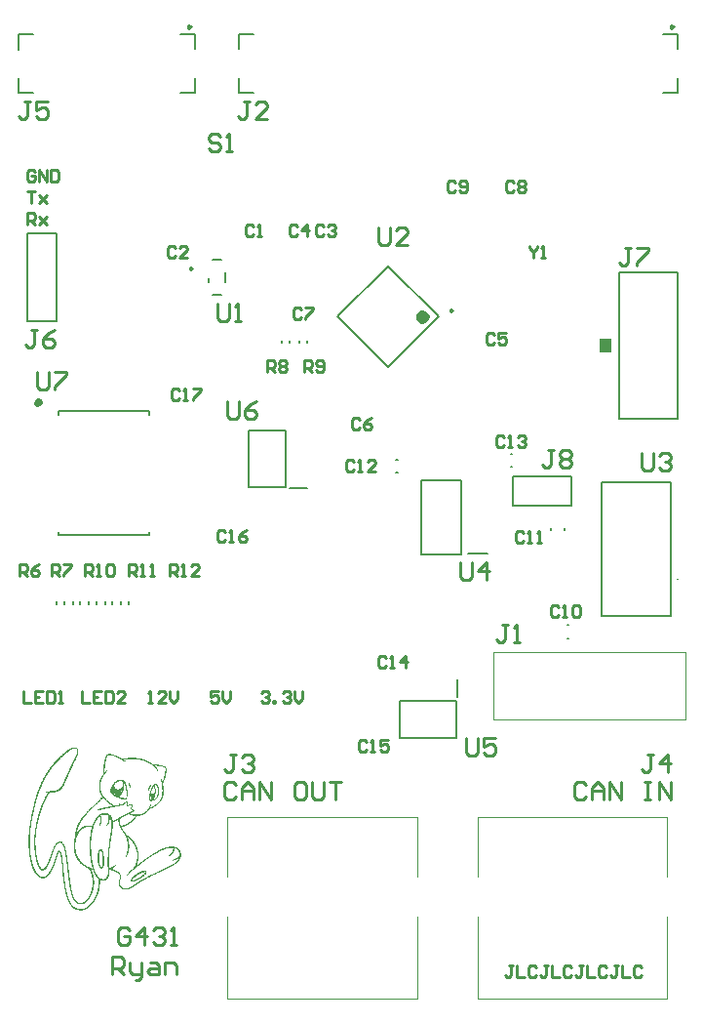
<source format=gbr>
G04*
G04 #@! TF.GenerationSoftware,Altium Limited,Altium Designer,22.4.2 (48)*
G04*
G04 Layer_Color=65535*
%FSLAX25Y25*%
%MOIN*%
G70*
G04*
G04 #@! TF.SameCoordinates,486E1BA3-CE48-4A1D-B67F-52F2D9AC8645*
G04*
G04*
G04 #@! TF.FilePolarity,Positive*
G04*
G01*
G75*
%ADD10C,0.00984*%
%ADD11C,0.02000*%
%ADD12C,0.00394*%
%ADD13C,0.02362*%
%ADD14C,0.00394*%
%ADD15C,0.01050*%
%ADD16C,0.00787*%
%ADD17C,0.00600*%
%ADD18C,0.00500*%
%ADD19C,0.01000*%
%ADD20R,0.04336X0.05000*%
G36*
X123739Y186364D02*
X123861D01*
Y186302D01*
X124045D01*
Y186241D01*
X124106D01*
Y186180D01*
X124229D01*
Y186057D01*
X124351D01*
Y185935D01*
X124413D01*
Y185812D01*
X124474D01*
Y185690D01*
X124535D01*
Y185200D01*
X124596D01*
Y184955D01*
X124535D01*
Y184343D01*
X124474D01*
Y184220D01*
X124413D01*
Y183914D01*
X124351D01*
Y183730D01*
X124290D01*
Y183607D01*
X124229D01*
Y183362D01*
X124168D01*
Y183301D01*
X124106D01*
Y183056D01*
X124045D01*
Y182995D01*
X123984D01*
Y182811D01*
X123923D01*
Y182689D01*
X123861D01*
Y182627D01*
X123800D01*
Y182444D01*
X123739D01*
Y182383D01*
X123678D01*
Y182199D01*
X123616D01*
Y182076D01*
X123555D01*
Y181954D01*
X123494D01*
Y181831D01*
X123433D01*
Y181770D01*
X123371D01*
Y181586D01*
X123310D01*
Y181525D01*
X123249D01*
Y181341D01*
X123187D01*
Y181219D01*
X123126D01*
Y181096D01*
X123065D01*
Y180974D01*
X123004D01*
Y180851D01*
X122942D01*
Y180667D01*
X122881D01*
Y180606D01*
X122820D01*
Y180422D01*
X122759D01*
Y180361D01*
X122697D01*
Y180177D01*
X122636D01*
Y180055D01*
X122575D01*
Y179994D01*
X122514D01*
Y179810D01*
X122452D01*
Y179688D01*
X122391D01*
Y179504D01*
X122330D01*
Y179443D01*
X122269D01*
Y179259D01*
X122207D01*
Y179136D01*
X122146D01*
Y179014D01*
X122085D01*
Y178830D01*
X122024D01*
Y178769D01*
X121962D01*
Y178585D01*
X121901D01*
Y178524D01*
X121840D01*
Y178340D01*
X121779D01*
Y178217D01*
X121718D01*
Y178156D01*
X121656D01*
Y177911D01*
X121595D01*
Y177850D01*
X121534D01*
Y177605D01*
X121473D01*
Y177544D01*
X121411D01*
Y177360D01*
X121350D01*
Y177237D01*
X121289D01*
Y177176D01*
X121228D01*
Y176992D01*
X121166D01*
Y176931D01*
X121105D01*
Y176686D01*
X121044D01*
Y176625D01*
X120983D01*
Y176380D01*
X120921D01*
Y176319D01*
X120860D01*
Y176196D01*
X120799D01*
Y176013D01*
X120738D01*
Y175890D01*
X120676D01*
Y175706D01*
X120615D01*
Y175645D01*
X120554D01*
Y175461D01*
X120492D01*
Y175339D01*
X120431D01*
Y175216D01*
X120370D01*
Y175032D01*
X120309D01*
Y174910D01*
X120247D01*
Y174726D01*
X120186D01*
Y174665D01*
X120125D01*
Y174420D01*
X120064D01*
Y174359D01*
X120002D01*
Y174175D01*
X119941D01*
Y173991D01*
X119880D01*
Y173930D01*
X119819D01*
Y173685D01*
X119757D01*
Y173624D01*
X119696D01*
Y173440D01*
X119635D01*
Y173379D01*
X119574D01*
Y173256D01*
X119512D01*
Y173073D01*
X119390D01*
Y172889D01*
X119329D01*
Y172827D01*
X119267D01*
Y172705D01*
X119206D01*
Y172644D01*
X119145D01*
Y172582D01*
X119084D01*
Y172521D01*
X119023D01*
Y172460D01*
X118961D01*
Y172337D01*
X118900D01*
Y172276D01*
X118839D01*
Y172215D01*
X118778D01*
Y172154D01*
X118716D01*
Y172092D01*
X118594D01*
Y172031D01*
X118533D01*
Y171970D01*
X118471D01*
Y171909D01*
X118410D01*
Y171847D01*
X118349D01*
Y171786D01*
X118226D01*
Y171725D01*
X118165D01*
Y171664D01*
X118043D01*
Y171602D01*
X117920D01*
Y171541D01*
X117859D01*
Y171480D01*
X117675D01*
Y171419D01*
X117614D01*
Y171358D01*
X117369D01*
Y171296D01*
X117307D01*
Y171235D01*
X116940D01*
Y171174D01*
X116756D01*
Y171113D01*
X116572D01*
Y171051D01*
X115960D01*
Y170990D01*
X115531D01*
Y170929D01*
X114735D01*
Y170868D01*
X114674D01*
Y170745D01*
X114612D01*
Y170684D01*
X114551D01*
Y170500D01*
X114490D01*
Y170439D01*
X114429D01*
Y170316D01*
X114367D01*
Y170255D01*
X114306D01*
Y170194D01*
X114245D01*
Y170010D01*
X114184D01*
Y169949D01*
X114122D01*
Y169765D01*
X114061D01*
Y169704D01*
X114000D01*
Y169581D01*
X113939D01*
Y169459D01*
X113877D01*
Y169397D01*
X113816D01*
Y169275D01*
X113755D01*
Y169214D01*
X113694D01*
Y169030D01*
X113633D01*
Y168969D01*
X113571D01*
Y168785D01*
X113510D01*
Y168663D01*
X113449D01*
Y168601D01*
X113388D01*
Y168418D01*
X113326D01*
Y168356D01*
X113265D01*
Y168173D01*
X113204D01*
Y168111D01*
X113143D01*
Y167928D01*
X113081D01*
Y167805D01*
X113020D01*
Y167683D01*
X112959D01*
Y167499D01*
X112898D01*
Y167376D01*
X112836D01*
Y167192D01*
X112775D01*
Y167131D01*
X112714D01*
Y166947D01*
X112653D01*
Y166825D01*
X112591D01*
Y166764D01*
X112530D01*
Y166457D01*
X112469D01*
Y166396D01*
X112408D01*
Y166151D01*
X112346D01*
Y166090D01*
X112285D01*
Y165906D01*
X112224D01*
Y165723D01*
X112162D01*
Y165600D01*
X112101D01*
Y165416D01*
X112040D01*
Y165294D01*
X111979D01*
Y165049D01*
X111917D01*
Y164926D01*
X111856D01*
Y164681D01*
X111795D01*
Y164559D01*
X111734D01*
Y164436D01*
X111672D01*
Y164130D01*
X111611D01*
Y164069D01*
X111550D01*
Y163762D01*
X111489D01*
Y163640D01*
X111427D01*
Y163334D01*
X111366D01*
Y163150D01*
X111305D01*
Y163028D01*
X111244D01*
Y162721D01*
X111182D01*
Y162660D01*
X111121D01*
Y162231D01*
X111060D01*
Y162109D01*
X110999D01*
Y161802D01*
X110938D01*
Y161619D01*
X110876D01*
Y161496D01*
X110815D01*
Y161006D01*
X110754D01*
Y160945D01*
X110693D01*
Y160455D01*
X110631D01*
Y160271D01*
X110570D01*
Y159904D01*
X110509D01*
Y159659D01*
X110448D01*
Y159475D01*
X110386D01*
Y158924D01*
X110325D01*
Y158801D01*
X110264D01*
Y158127D01*
X110203D01*
Y157882D01*
X110141D01*
Y157331D01*
X110080D01*
Y156903D01*
X110019D01*
Y156719D01*
X109958D01*
Y155494D01*
X109896D01*
Y153044D01*
X109958D01*
Y151635D01*
X110019D01*
Y151268D01*
X110080D01*
Y150961D01*
X110141D01*
Y150349D01*
X110203D01*
Y150042D01*
X110264D01*
Y149491D01*
X110325D01*
Y149369D01*
X110386D01*
Y148818D01*
X110448D01*
Y148695D01*
X110509D01*
Y148450D01*
X110570D01*
Y148082D01*
X110631D01*
Y147960D01*
X110693D01*
Y147654D01*
X110754D01*
Y147531D01*
X110815D01*
Y147225D01*
X110876D01*
Y147041D01*
X110938D01*
Y146919D01*
X110999D01*
Y146674D01*
X111060D01*
Y146613D01*
X111121D01*
Y146368D01*
X111182D01*
Y146306D01*
X111244D01*
Y146123D01*
X111305D01*
Y146000D01*
X111366D01*
Y145878D01*
X111427D01*
Y145755D01*
X111489D01*
Y145694D01*
X111550D01*
Y145510D01*
X111672D01*
Y145387D01*
X111734D01*
Y145326D01*
X111795D01*
Y145265D01*
X111856D01*
Y145204D01*
X111917D01*
Y145142D01*
X111979D01*
Y145081D01*
X112101D01*
Y145020D01*
X112162D01*
Y144959D01*
X112591D01*
Y145020D01*
X112714D01*
Y145081D01*
X112836D01*
Y145142D01*
X112898D01*
Y145204D01*
X113020D01*
Y145265D01*
X113081D01*
Y145326D01*
X113143D01*
Y145449D01*
X113204D01*
Y145510D01*
X113265D01*
Y145571D01*
X113326D01*
Y145633D01*
X113388D01*
Y145755D01*
X113449D01*
Y145816D01*
X113510D01*
Y145878D01*
X113571D01*
Y146000D01*
X113633D01*
Y146061D01*
X113694D01*
Y146245D01*
X113755D01*
Y146306D01*
X113816D01*
Y146429D01*
X113877D01*
Y146551D01*
X113939D01*
Y146674D01*
X114000D01*
Y146858D01*
X114061D01*
Y146919D01*
X114122D01*
Y147102D01*
X114184D01*
Y147225D01*
X114245D01*
Y147347D01*
X114306D01*
Y147531D01*
X114367D01*
Y147654D01*
X114429D01*
Y147837D01*
X114490D01*
Y147960D01*
X114551D01*
Y148144D01*
X114612D01*
Y148266D01*
X114674D01*
Y148450D01*
X114735D01*
Y148634D01*
X114796D01*
Y148695D01*
X114857D01*
Y149001D01*
X114919D01*
Y149063D01*
X114980D01*
Y149308D01*
X115041D01*
Y149430D01*
X115103D01*
Y149675D01*
X115164D01*
Y149797D01*
X115225D01*
Y149920D01*
X115286D01*
Y150165D01*
X115348D01*
Y150226D01*
X115409D01*
Y150532D01*
X115470D01*
Y150655D01*
X115531D01*
Y150839D01*
X115593D01*
Y151023D01*
X115654D01*
Y151145D01*
X115715D01*
Y151329D01*
X115776D01*
Y151451D01*
X115838D01*
Y151696D01*
X115899D01*
Y151758D01*
X115960D01*
Y151941D01*
X116021D01*
Y152064D01*
X116083D01*
Y152186D01*
X116144D01*
Y152370D01*
X116205D01*
Y152431D01*
X116266D01*
Y152615D01*
X116328D01*
Y152676D01*
X116389D01*
Y152799D01*
X116450D01*
Y152921D01*
X116511D01*
Y152982D01*
X116572D01*
Y153105D01*
X116634D01*
Y153166D01*
X116695D01*
Y153289D01*
X116756D01*
Y153350D01*
X116817D01*
Y153411D01*
X116879D01*
Y153472D01*
X116940D01*
Y153534D01*
X117001D01*
Y153656D01*
X117124D01*
Y153779D01*
X117246D01*
Y153901D01*
X117369D01*
Y153963D01*
X117430D01*
Y154024D01*
X117491D01*
Y154085D01*
X117614D01*
Y154146D01*
X117675D01*
Y154208D01*
X117920D01*
Y154269D01*
X118043D01*
Y154330D01*
X118533D01*
Y154269D01*
X118655D01*
Y154208D01*
X118839D01*
Y154146D01*
X118961D01*
Y154085D01*
X119023D01*
Y154024D01*
X119084D01*
Y153963D01*
X119145D01*
Y153901D01*
X119206D01*
Y153840D01*
X119267D01*
Y153779D01*
X119329D01*
Y153718D01*
X119390D01*
Y153595D01*
X119451D01*
Y153534D01*
X119512D01*
Y153411D01*
X119574D01*
Y153350D01*
X119635D01*
Y153289D01*
X119696D01*
Y153105D01*
X119757D01*
Y153044D01*
X119819D01*
Y152799D01*
X119880D01*
Y152737D01*
X119941D01*
Y152554D01*
X120002D01*
Y152370D01*
X120064D01*
Y152248D01*
X120125D01*
Y151941D01*
X120186D01*
Y151819D01*
X120247D01*
Y151390D01*
X120309D01*
Y151268D01*
X120370D01*
Y150716D01*
X120431D01*
Y150532D01*
X120492D01*
Y150226D01*
X120554D01*
Y149736D01*
X120615D01*
Y149491D01*
X120676D01*
Y148879D01*
X120738D01*
Y148695D01*
X120799D01*
Y147960D01*
X120860D01*
Y147715D01*
X120921D01*
Y147409D01*
X120983D01*
Y146735D01*
X121044D01*
Y146490D01*
X121105D01*
Y145694D01*
X121166D01*
Y145449D01*
X121228D01*
Y144591D01*
X121289D01*
Y144407D01*
X121350D01*
Y143918D01*
X121411D01*
Y143244D01*
X121473D01*
Y142938D01*
X121534D01*
Y142080D01*
X121595D01*
Y141835D01*
X121656D01*
Y140978D01*
X121718D01*
Y140855D01*
X121779D01*
Y140794D01*
X121718D01*
Y140733D01*
X121779D01*
Y140426D01*
X121840D01*
Y139875D01*
X121901D01*
Y139630D01*
X121962D01*
Y138956D01*
X122024D01*
Y138834D01*
X122085D01*
Y138283D01*
X122146D01*
Y138099D01*
X122207D01*
Y137854D01*
X122269D01*
Y137486D01*
X122330D01*
Y137302D01*
X122391D01*
Y136874D01*
X122452D01*
Y136751D01*
X122514D01*
Y136445D01*
X122575D01*
Y136322D01*
X122636D01*
Y136139D01*
X122697D01*
Y135894D01*
X122759D01*
Y135771D01*
X122820D01*
Y135526D01*
X122881D01*
Y135465D01*
X122942D01*
Y135281D01*
X123004D01*
Y135159D01*
X123065D01*
Y135036D01*
X123126D01*
Y134914D01*
X123187D01*
Y134853D01*
X123249D01*
Y134669D01*
X123310D01*
Y134608D01*
X123371D01*
Y134424D01*
X123433D01*
Y134362D01*
X123494D01*
Y134301D01*
X123555D01*
Y134240D01*
X123616D01*
Y134179D01*
X123678D01*
Y134117D01*
X123739D01*
Y134056D01*
X123800D01*
Y133934D01*
X123923D01*
Y133872D01*
X123984D01*
Y133811D01*
X124045D01*
Y133750D01*
X124106D01*
Y133689D01*
X124168D01*
Y133627D01*
X124229D01*
Y133566D01*
X124290D01*
Y133505D01*
X124474D01*
Y133444D01*
X124535D01*
Y133382D01*
X124902D01*
Y133321D01*
X125086D01*
Y133260D01*
X125760D01*
Y133321D01*
X125944D01*
Y133382D01*
X126189D01*
Y133444D01*
X126250D01*
Y133505D01*
X126373D01*
Y133566D01*
X126495D01*
Y133627D01*
X126618D01*
Y133689D01*
X126679D01*
Y133750D01*
X126740D01*
Y133811D01*
X126863D01*
Y133934D01*
X126985D01*
Y133995D01*
X127108D01*
Y134117D01*
X127230D01*
Y134240D01*
X127291D01*
Y134301D01*
X127352D01*
Y134362D01*
X127414D01*
Y134485D01*
X127536D01*
Y134608D01*
X127597D01*
Y134669D01*
X127659D01*
Y134730D01*
X127720D01*
Y134791D01*
X127781D01*
Y134853D01*
X127842D01*
Y135036D01*
X127904D01*
Y135098D01*
X127965D01*
Y135220D01*
X128087D01*
Y135343D01*
X128149D01*
Y135465D01*
X128210D01*
Y135588D01*
X128271D01*
Y135710D01*
X128332D01*
Y135771D01*
X128394D01*
Y135955D01*
X128455D01*
Y136016D01*
X128516D01*
Y136200D01*
X128577D01*
Y136322D01*
X128639D01*
Y136445D01*
X128700D01*
Y136629D01*
X128761D01*
Y136751D01*
X128823D01*
Y136996D01*
X128884D01*
Y137057D01*
X128945D01*
Y137302D01*
X129006D01*
Y137486D01*
X129068D01*
Y137670D01*
X129129D01*
Y137976D01*
X129190D01*
Y138099D01*
X129251D01*
Y138589D01*
X129313D01*
Y138772D01*
X129374D01*
Y139385D01*
X129435D01*
Y139936D01*
X129496D01*
Y140916D01*
X129435D01*
Y141406D01*
X129374D01*
Y142019D01*
X129313D01*
Y142141D01*
X129251D01*
Y142631D01*
X129190D01*
Y142692D01*
X129129D01*
Y143060D01*
X129068D01*
Y143183D01*
X129006D01*
Y143305D01*
X128945D01*
Y143550D01*
X128884D01*
Y143611D01*
X128823D01*
Y143856D01*
X128761D01*
Y143918D01*
X128700D01*
Y144101D01*
X128639D01*
Y144224D01*
X128577D01*
Y144285D01*
X128516D01*
Y144407D01*
X128455D01*
Y144530D01*
X128394D01*
Y144652D01*
X128332D01*
Y144775D01*
X128271D01*
Y144897D01*
X128210D01*
Y144959D01*
X128149D01*
Y145020D01*
X128087D01*
Y145081D01*
X127842D01*
Y145142D01*
X127720D01*
Y145204D01*
X127597D01*
Y145265D01*
X127475D01*
Y145326D01*
X127352D01*
Y145387D01*
X127169D01*
Y145449D01*
X127108D01*
Y145510D01*
X126985D01*
Y145571D01*
X126863D01*
Y145633D01*
X126801D01*
Y145694D01*
X126679D01*
Y145755D01*
X126618D01*
Y145816D01*
X126434D01*
Y145878D01*
X126373D01*
Y145939D01*
X126311D01*
Y146000D01*
X126250D01*
Y146061D01*
X126128D01*
Y146123D01*
X126005D01*
Y146184D01*
X125944D01*
Y146245D01*
X125882D01*
Y146306D01*
X125821D01*
Y146368D01*
X125699D01*
Y146490D01*
X125637D01*
Y146551D01*
X125515D01*
Y146613D01*
X125454D01*
Y146674D01*
X125392D01*
Y146735D01*
X125331D01*
Y146796D01*
X125270D01*
Y146858D01*
X125209D01*
Y146919D01*
X125147D01*
Y146980D01*
X125086D01*
Y147041D01*
X125025D01*
Y147102D01*
X124964D01*
Y147225D01*
X124841D01*
Y147347D01*
X124780D01*
Y147409D01*
X124719D01*
Y147470D01*
X124657D01*
Y147531D01*
X124596D01*
Y147592D01*
X124535D01*
Y147776D01*
X124474D01*
Y147837D01*
X124413D01*
Y147899D01*
X124351D01*
Y147960D01*
X124290D01*
Y148082D01*
X124229D01*
Y148205D01*
X124168D01*
Y148266D01*
X124106D01*
Y148389D01*
X124045D01*
Y148511D01*
X123984D01*
Y148634D01*
X123923D01*
Y148695D01*
X123861D01*
Y148879D01*
X123800D01*
Y149001D01*
X123739D01*
Y149124D01*
X123678D01*
Y149308D01*
X123616D01*
Y149369D01*
X123555D01*
Y149675D01*
X123494D01*
Y149797D01*
X123433D01*
Y149981D01*
X123371D01*
Y150226D01*
X123310D01*
Y150349D01*
X123249D01*
Y150777D01*
X123187D01*
Y150961D01*
X123126D01*
Y151635D01*
X123065D01*
Y151941D01*
X123004D01*
Y153840D01*
X123065D01*
Y154146D01*
X123126D01*
Y154759D01*
X123187D01*
Y154943D01*
X123249D01*
Y155310D01*
X123310D01*
Y155494D01*
X123371D01*
Y155677D01*
X123433D01*
Y156535D01*
X123494D01*
Y157086D01*
X123555D01*
Y157760D01*
X123616D01*
Y157882D01*
X123678D01*
Y158372D01*
X123739D01*
Y158495D01*
X123800D01*
Y158740D01*
X123861D01*
Y158985D01*
X123923D01*
Y159046D01*
X123984D01*
Y159291D01*
X124045D01*
Y159414D01*
X124106D01*
Y159659D01*
X124168D01*
Y159720D01*
X124229D01*
Y159843D01*
X124290D01*
Y160026D01*
X124351D01*
Y160088D01*
X124413D01*
Y160271D01*
X124474D01*
Y160333D01*
X124535D01*
Y160516D01*
X124596D01*
Y160639D01*
X124657D01*
Y160700D01*
X124719D01*
Y160822D01*
X124780D01*
Y160945D01*
X124841D01*
Y161067D01*
X124902D01*
Y161129D01*
X124964D01*
Y161251D01*
X125025D01*
Y161312D01*
X125086D01*
Y161435D01*
X125147D01*
Y161557D01*
X125209D01*
Y161619D01*
X125270D01*
Y161741D01*
X125331D01*
Y161802D01*
X125392D01*
Y161925D01*
X125454D01*
Y161986D01*
X125515D01*
Y162048D01*
X125576D01*
Y162170D01*
X125637D01*
Y162231D01*
X125699D01*
Y162354D01*
X125821D01*
Y162476D01*
X125882D01*
Y162538D01*
X125944D01*
Y162660D01*
X126005D01*
Y162721D01*
X126066D01*
Y162783D01*
X126128D01*
Y162905D01*
X126189D01*
Y162966D01*
X126250D01*
Y163028D01*
X126311D01*
Y163089D01*
X126373D01*
Y163150D01*
X126434D01*
Y163211D01*
X126495D01*
Y163273D01*
X126556D01*
Y163334D01*
X126618D01*
Y163395D01*
X126679D01*
Y163517D01*
X126740D01*
Y163579D01*
X126801D01*
Y163640D01*
X126863D01*
Y163762D01*
X126985D01*
Y163885D01*
X127046D01*
Y163946D01*
X127108D01*
Y164007D01*
X127169D01*
Y164069D01*
X127230D01*
Y164130D01*
X127291D01*
Y164191D01*
X127352D01*
Y164252D01*
X127414D01*
Y164314D01*
X127475D01*
Y164375D01*
X127536D01*
Y164436D01*
X127597D01*
Y164497D01*
X127659D01*
Y164559D01*
X127720D01*
Y164620D01*
X127781D01*
Y164681D01*
X127842D01*
Y164743D01*
X127904D01*
Y164804D01*
X127965D01*
Y164865D01*
X128026D01*
Y164926D01*
X128087D01*
Y164988D01*
X128149D01*
Y165049D01*
X128210D01*
Y165110D01*
X128271D01*
Y165171D01*
X128332D01*
Y165233D01*
X128394D01*
Y165294D01*
X128455D01*
Y165355D01*
X128516D01*
Y165416D01*
X128577D01*
Y165478D01*
X128639D01*
Y165539D01*
X128700D01*
Y165600D01*
X128761D01*
Y165661D01*
X128823D01*
Y165723D01*
X128884D01*
Y165784D01*
X128945D01*
Y165845D01*
X129006D01*
Y165906D01*
X129068D01*
Y165968D01*
X129129D01*
Y166029D01*
X129190D01*
Y166090D01*
X129313D01*
Y166151D01*
X129374D01*
Y166212D01*
X129435D01*
Y166335D01*
X129558D01*
Y166457D01*
X129680D01*
Y166519D01*
X129741D01*
Y166580D01*
X129803D01*
Y166641D01*
X129864D01*
Y166702D01*
X129925D01*
Y166764D01*
X129986D01*
Y166825D01*
X130109D01*
Y166947D01*
X130231D01*
Y167070D01*
X130354D01*
Y167131D01*
X130415D01*
Y167192D01*
X130476D01*
Y167254D01*
X130537D01*
Y167376D01*
X130660D01*
Y167438D01*
X130721D01*
Y167499D01*
X130782D01*
Y167560D01*
X130844D01*
Y167621D01*
X130905D01*
Y167683D01*
X130966D01*
Y167744D01*
X131027D01*
Y167805D01*
X131089D01*
Y167866D01*
X131150D01*
Y167928D01*
X131211D01*
Y167989D01*
X131272D01*
Y168050D01*
X131334D01*
Y168111D01*
X131395D01*
Y168173D01*
X131456D01*
Y168234D01*
X131518D01*
Y168295D01*
X131579D01*
Y168356D01*
X131640D01*
Y168418D01*
X131701D01*
Y168479D01*
X131763D01*
Y168540D01*
X131824D01*
Y168663D01*
X131946D01*
Y168785D01*
X132008D01*
Y168846D01*
X132069D01*
Y168907D01*
X132130D01*
Y169030D01*
X132191D01*
Y169091D01*
X132253D01*
Y169152D01*
X132314D01*
Y169214D01*
X132375D01*
Y169275D01*
X132436D01*
Y169336D01*
X132498D01*
Y169397D01*
X132559D01*
Y169459D01*
X132620D01*
Y169520D01*
X132681D01*
Y169765D01*
X132559D01*
Y169887D01*
X132498D01*
Y170010D01*
X132436D01*
Y170071D01*
X132375D01*
Y170255D01*
X132314D01*
Y170316D01*
X132253D01*
Y170500D01*
X132191D01*
Y170561D01*
X132130D01*
Y170745D01*
X132069D01*
Y170868D01*
X132008D01*
Y170990D01*
X131946D01*
Y171235D01*
X131885D01*
Y171296D01*
X131824D01*
Y171664D01*
X131763D01*
Y171786D01*
X131701D01*
Y172460D01*
X131640D01*
Y172582D01*
X131579D01*
Y172644D01*
X131640D01*
Y173808D01*
X131701D01*
Y174420D01*
X131763D01*
Y174542D01*
X131824D01*
Y174910D01*
X131885D01*
Y175032D01*
X131946D01*
Y175277D01*
X132008D01*
Y175400D01*
X132069D01*
Y175522D01*
X132130D01*
Y175706D01*
X132191D01*
Y175768D01*
X132253D01*
Y176013D01*
X132314D01*
Y176074D01*
X132375D01*
Y176258D01*
X132436D01*
Y176319D01*
X132498D01*
Y176380D01*
X132559D01*
Y176564D01*
X132620D01*
Y176625D01*
X132681D01*
Y176809D01*
X132743D01*
Y176870D01*
X132804D01*
Y176992D01*
X132865D01*
Y177054D01*
X132926D01*
Y177115D01*
X132987D01*
Y177237D01*
X133049D01*
Y177360D01*
X133110D01*
Y179626D01*
X133171D01*
Y179994D01*
X133232D01*
Y180667D01*
X133294D01*
Y180974D01*
X133355D01*
Y181158D01*
X133416D01*
Y181709D01*
X133477D01*
Y181831D01*
X133539D01*
Y182260D01*
X133600D01*
Y182321D01*
X133661D01*
Y182627D01*
X133722D01*
Y182750D01*
X133784D01*
Y182934D01*
X133845D01*
Y183117D01*
X133906D01*
Y183179D01*
X133967D01*
Y183362D01*
X134029D01*
Y183485D01*
X134090D01*
Y183546D01*
X134151D01*
Y183607D01*
X134213D01*
Y183730D01*
X134274D01*
Y183853D01*
X134335D01*
Y183914D01*
X134458D01*
Y183975D01*
X134519D01*
Y184036D01*
X134703D01*
Y184098D01*
X134764D01*
Y184159D01*
X135131D01*
Y184220D01*
X135438D01*
Y184159D01*
X135866D01*
Y184098D01*
X136050D01*
Y184036D01*
X136417D01*
Y183975D01*
X136540D01*
Y183914D01*
X136846D01*
Y183853D01*
X136907D01*
Y183791D01*
X137091D01*
Y183730D01*
X137336D01*
Y183669D01*
X137398D01*
Y183607D01*
X137581D01*
Y183546D01*
X137643D01*
Y183485D01*
X137888D01*
Y183424D01*
X137949D01*
Y183362D01*
X138133D01*
Y183301D01*
X138255D01*
Y183240D01*
X138316D01*
Y183179D01*
X138500D01*
Y183117D01*
X138561D01*
Y183056D01*
X138745D01*
Y182995D01*
X138806D01*
Y182934D01*
X138990D01*
Y182872D01*
X139051D01*
Y182811D01*
X139112D01*
Y182750D01*
X139357D01*
Y182627D01*
X139541D01*
Y182566D01*
X139725D01*
Y182627D01*
X140276D01*
Y182689D01*
X140521D01*
Y182750D01*
X141501D01*
Y182811D01*
X141930D01*
Y182872D01*
X143890D01*
Y182811D01*
X144380D01*
Y182750D01*
X145176D01*
Y182689D01*
X145360D01*
Y182627D01*
X145850D01*
Y182566D01*
X146034D01*
Y182505D01*
X146340D01*
Y182444D01*
X146585D01*
Y182383D01*
X146646D01*
Y182321D01*
X147014D01*
Y182260D01*
X147075D01*
Y182199D01*
X147381D01*
Y182138D01*
X147442D01*
Y182076D01*
X147626D01*
Y182015D01*
X147810D01*
Y181954D01*
X147871D01*
Y181893D01*
X148116D01*
Y181831D01*
X148178D01*
Y181770D01*
X148361D01*
Y181709D01*
X148484D01*
Y181648D01*
X148606D01*
Y181586D01*
X148729D01*
Y181525D01*
X148790D01*
Y181464D01*
X148913D01*
Y181403D01*
X148974D01*
Y181341D01*
X149158D01*
Y181280D01*
X149219D01*
Y181219D01*
X149280D01*
Y181158D01*
X149402D01*
Y181096D01*
X149525D01*
Y181035D01*
X149586D01*
Y180974D01*
X149647D01*
Y180912D01*
X149770D01*
Y180851D01*
X149831D01*
Y180790D01*
X149892D01*
Y180729D01*
X150076D01*
Y180667D01*
X150444D01*
Y180606D01*
X151363D01*
Y180545D01*
X151608D01*
Y180484D01*
X152159D01*
Y180422D01*
X152342D01*
Y180361D01*
X152771D01*
Y180300D01*
X153016D01*
Y180239D01*
X153139D01*
Y180177D01*
X153568D01*
Y180116D01*
X153629D01*
Y180055D01*
X153935D01*
Y179994D01*
X153996D01*
Y179932D01*
X154180D01*
Y179871D01*
X154303D01*
Y179810D01*
X154364D01*
Y179749D01*
X154486D01*
Y179626D01*
X154548D01*
Y179565D01*
X154609D01*
Y179443D01*
X154670D01*
Y177789D01*
X154609D01*
Y177421D01*
X154548D01*
Y177299D01*
X154486D01*
Y176748D01*
X154425D01*
Y176625D01*
X154364D01*
Y176258D01*
X154303D01*
Y176135D01*
X154241D01*
Y175829D01*
X154180D01*
Y175645D01*
X154119D01*
Y175584D01*
X154058D01*
Y175277D01*
X153996D01*
Y175216D01*
X153935D01*
Y174910D01*
X153874D01*
Y174849D01*
X153813D01*
Y174665D01*
X153751D01*
Y174542D01*
X153690D01*
Y174481D01*
X153629D01*
Y174297D01*
X153568D01*
Y174236D01*
X153506D01*
Y174053D01*
X153445D01*
Y173869D01*
X153506D01*
Y173379D01*
X153568D01*
Y173195D01*
X153629D01*
Y172337D01*
X153690D01*
Y170806D01*
X153629D01*
Y170071D01*
X153568D01*
Y169949D01*
X153506D01*
Y169581D01*
X153445D01*
Y169459D01*
X153384D01*
Y169214D01*
X153323D01*
Y169091D01*
X153261D01*
Y168969D01*
X153200D01*
Y168785D01*
X153139D01*
Y168724D01*
X153077D01*
Y168540D01*
X153016D01*
Y168479D01*
X152955D01*
Y168356D01*
X152894D01*
Y168234D01*
X152832D01*
Y168173D01*
X152771D01*
Y168050D01*
X152710D01*
Y167989D01*
X152649D01*
Y167866D01*
X152587D01*
Y167805D01*
X152526D01*
Y167683D01*
X152465D01*
Y167621D01*
X152342D01*
Y167499D01*
X152220D01*
Y167376D01*
X152097D01*
Y167254D01*
X152036D01*
Y167192D01*
X151914D01*
Y167070D01*
X151791D01*
Y166947D01*
X151669D01*
Y166886D01*
X151608D01*
Y166825D01*
X151546D01*
Y166764D01*
X151485D01*
Y166702D01*
X151424D01*
Y166641D01*
X151301D01*
Y166580D01*
X151240D01*
Y166519D01*
X151118D01*
Y166457D01*
X151056D01*
Y166396D01*
X150995D01*
Y166335D01*
X150873D01*
Y166274D01*
X150811D01*
Y166212D01*
X150628D01*
Y166151D01*
X150566D01*
Y166090D01*
X150382D01*
Y166029D01*
X150321D01*
Y165968D01*
X150199D01*
Y165906D01*
X150076D01*
Y165845D01*
X150015D01*
Y165784D01*
X149770D01*
Y165723D01*
X149709D01*
Y165661D01*
X149525D01*
Y165600D01*
X149402D01*
Y165539D01*
X149280D01*
Y165478D01*
X149096D01*
Y165416D01*
X148974D01*
Y165355D01*
X148913D01*
Y165294D01*
X148851D01*
Y165233D01*
X148790D01*
Y165110D01*
X148729D01*
Y165049D01*
X148668D01*
Y164926D01*
X148606D01*
Y164804D01*
X148545D01*
Y164743D01*
X148484D01*
Y164681D01*
X148423D01*
Y164620D01*
X148361D01*
Y164559D01*
X148300D01*
Y164497D01*
X148239D01*
Y164436D01*
X148178D01*
Y164375D01*
X148116D01*
Y164314D01*
X148055D01*
Y164252D01*
X147994D01*
Y164191D01*
X147933D01*
Y164130D01*
X147871D01*
Y164069D01*
X147810D01*
Y164007D01*
X147749D01*
Y163946D01*
X147626D01*
Y163885D01*
X147565D01*
Y163824D01*
X147442D01*
Y163762D01*
X147320D01*
Y163701D01*
X147259D01*
Y163640D01*
X147075D01*
Y163579D01*
X147014D01*
Y163517D01*
X146830D01*
Y163456D01*
X146769D01*
Y163395D01*
X146585D01*
Y163334D01*
X146401D01*
Y163273D01*
X146279D01*
Y163211D01*
X145911D01*
Y163150D01*
X145789D01*
Y163089D01*
X145054D01*
Y163028D01*
X144747D01*
Y162966D01*
X144686D01*
Y162905D01*
X144625D01*
Y162844D01*
X144564D01*
Y162783D01*
X144502D01*
Y162660D01*
X144380D01*
Y162538D01*
X144319D01*
Y162476D01*
X144257D01*
Y162354D01*
X144196D01*
Y162293D01*
X144135D01*
Y162231D01*
X144074D01*
Y162109D01*
X144012D01*
Y162048D01*
X143951D01*
Y161986D01*
X143890D01*
Y161925D01*
X143829D01*
Y161864D01*
X143767D01*
Y161802D01*
X143706D01*
Y161741D01*
X143645D01*
Y161680D01*
X143584D01*
Y161619D01*
X143523D01*
Y161496D01*
X143400D01*
Y161435D01*
X143339D01*
Y161374D01*
X143278D01*
Y161312D01*
X143216D01*
Y161251D01*
X143155D01*
Y161190D01*
X143094D01*
Y161129D01*
X143033D01*
Y161067D01*
X142971D01*
Y161006D01*
X142910D01*
Y160945D01*
X142849D01*
Y160884D01*
X142788D01*
Y160822D01*
X142665D01*
Y160761D01*
X142604D01*
Y160700D01*
X142543D01*
Y160639D01*
X142420D01*
Y160577D01*
X142359D01*
Y160516D01*
X142236D01*
Y160455D01*
X142175D01*
Y160394D01*
X142114D01*
Y160333D01*
X141991D01*
Y160271D01*
X141930D01*
Y160210D01*
X141807D01*
Y160149D01*
X141746D01*
Y160088D01*
X141562D01*
Y160026D01*
X141501D01*
Y159965D01*
X141317D01*
Y159904D01*
X141256D01*
Y159843D01*
X141195D01*
Y159781D01*
X140950D01*
Y159720D01*
X140889D01*
Y159659D01*
X140705D01*
Y159598D01*
X140583D01*
Y159536D01*
X140460D01*
Y159475D01*
X140276D01*
Y159414D01*
X140154D01*
Y159353D01*
X139909D01*
Y159291D01*
X139786D01*
Y159230D01*
X139419D01*
Y159169D01*
X139357D01*
Y158985D01*
X139419D01*
Y158924D01*
X139480D01*
Y158801D01*
X139541D01*
Y158679D01*
X139602D01*
Y158617D01*
X139664D01*
Y158495D01*
X139725D01*
Y158434D01*
X139786D01*
Y158250D01*
X139848D01*
Y158189D01*
X139909D01*
Y158127D01*
X139970D01*
Y158005D01*
X140031D01*
Y157944D01*
X140093D01*
Y157821D01*
X140154D01*
Y157760D01*
X140215D01*
Y157699D01*
X140276D01*
Y157638D01*
X140338D01*
Y157515D01*
X140399D01*
Y157454D01*
X140460D01*
Y157393D01*
X140521D01*
Y157209D01*
X140644D01*
Y157086D01*
X140705D01*
Y157025D01*
X140766D01*
Y156903D01*
X140828D01*
Y156780D01*
X140889D01*
Y156719D01*
X140950D01*
Y156658D01*
X141072D01*
Y156535D01*
X141195D01*
Y156474D01*
X141317D01*
Y156412D01*
X141379D01*
Y156351D01*
X141501D01*
Y156229D01*
X141624D01*
Y156167D01*
X141685D01*
Y156106D01*
X141807D01*
Y156045D01*
X141869D01*
Y155984D01*
X141930D01*
Y155922D01*
X142052D01*
Y155800D01*
X142175D01*
Y155739D01*
X142236D01*
Y155677D01*
X142297D01*
Y155616D01*
X142359D01*
Y155555D01*
X142420D01*
Y155494D01*
X142481D01*
Y155432D01*
X142543D01*
Y155371D01*
X142604D01*
Y155310D01*
X142665D01*
Y155249D01*
X142726D01*
Y155187D01*
X142788D01*
Y155126D01*
X142849D01*
Y155065D01*
X142910D01*
Y155004D01*
X142971D01*
Y154943D01*
X143033D01*
Y154881D01*
X143094D01*
Y154759D01*
X143155D01*
Y154698D01*
X143216D01*
Y154575D01*
X143278D01*
Y154514D01*
X143339D01*
Y154453D01*
X143400D01*
Y154391D01*
X143461D01*
Y154330D01*
X143523D01*
Y154208D01*
X143584D01*
Y154146D01*
X143645D01*
Y154024D01*
X143706D01*
Y153963D01*
X143767D01*
Y153840D01*
X143829D01*
Y153779D01*
X143890D01*
Y153656D01*
X143951D01*
Y153534D01*
X144012D01*
Y153472D01*
X144074D01*
Y153289D01*
X144135D01*
Y153227D01*
X144196D01*
Y153105D01*
X144257D01*
Y152982D01*
X144319D01*
Y152921D01*
X144380D01*
Y152676D01*
X144441D01*
Y152615D01*
X144502D01*
Y152370D01*
X144564D01*
Y152309D01*
X144625D01*
Y152186D01*
X144686D01*
Y152003D01*
X144747D01*
Y151880D01*
X144809D01*
Y151574D01*
X144870D01*
Y151451D01*
X144931D01*
Y151084D01*
X144992D01*
Y150900D01*
X145054D01*
Y150594D01*
X145115D01*
Y150104D01*
X145176D01*
Y148573D01*
X145115D01*
Y148082D01*
X145054D01*
Y147776D01*
X144992D01*
Y147654D01*
X144931D01*
Y147225D01*
X144870D01*
Y147164D01*
X144809D01*
Y146858D01*
X144747D01*
Y146796D01*
X144686D01*
Y146613D01*
X144625D01*
Y146429D01*
X144564D01*
Y146368D01*
X144502D01*
Y146184D01*
X144686D01*
Y146245D01*
X144747D01*
Y146306D01*
X144809D01*
Y146368D01*
X144931D01*
Y146429D01*
X144992D01*
Y146490D01*
X145054D01*
Y146551D01*
X145115D01*
Y146613D01*
X145176D01*
Y146674D01*
X145299D01*
Y146735D01*
X145360D01*
Y146796D01*
X145483D01*
Y146858D01*
X145544D01*
Y146919D01*
X145605D01*
Y146980D01*
X145666D01*
Y147041D01*
X145728D01*
Y147102D01*
X145850D01*
Y147164D01*
X145911D01*
Y147225D01*
X146034D01*
Y147286D01*
X146095D01*
Y147347D01*
X146218D01*
Y147409D01*
X146279D01*
Y147470D01*
X146340D01*
Y147531D01*
X146401D01*
Y147592D01*
X146463D01*
Y147654D01*
X146585D01*
Y147715D01*
X146646D01*
Y147776D01*
X146769D01*
Y147837D01*
X146830D01*
Y147899D01*
X146891D01*
Y147960D01*
X147014D01*
Y148021D01*
X147075D01*
Y148082D01*
X147197D01*
Y148144D01*
X147259D01*
Y148205D01*
X147320D01*
Y148266D01*
X147381D01*
Y148328D01*
X147504D01*
Y148389D01*
X147565D01*
Y148450D01*
X147687D01*
Y148511D01*
X147810D01*
Y148634D01*
X147933D01*
Y148695D01*
X147994D01*
Y148756D01*
X148116D01*
Y148818D01*
X148239D01*
Y148879D01*
X148300D01*
Y148940D01*
X148423D01*
Y149001D01*
X148484D01*
Y149063D01*
X148606D01*
Y149124D01*
X148668D01*
Y149185D01*
X148729D01*
Y149246D01*
X148851D01*
Y149308D01*
X148913D01*
Y149369D01*
X149096D01*
Y149491D01*
X149219D01*
Y149553D01*
X149280D01*
Y149614D01*
X149402D01*
Y149675D01*
X149525D01*
Y149736D01*
X149586D01*
Y149797D01*
X149709D01*
Y149859D01*
X149770D01*
Y149920D01*
X149892D01*
Y149981D01*
X149954D01*
Y150042D01*
X150137D01*
Y150104D01*
X150199D01*
Y150165D01*
X150260D01*
Y150226D01*
X150382D01*
Y150287D01*
X150505D01*
Y150349D01*
X150628D01*
Y150410D01*
X150689D01*
Y150471D01*
X150811D01*
Y150532D01*
X150934D01*
Y150594D01*
X150995D01*
Y150655D01*
X151118D01*
Y150716D01*
X151179D01*
Y150777D01*
X151363D01*
Y150839D01*
X151424D01*
Y150900D01*
X151546D01*
Y150961D01*
X151669D01*
Y151023D01*
X151730D01*
Y151084D01*
X151914D01*
Y151145D01*
X151975D01*
Y151206D01*
X152159D01*
Y151268D01*
X152220D01*
Y151329D01*
X152342D01*
Y151390D01*
X152465D01*
Y151451D01*
X152526D01*
Y151513D01*
X152771D01*
Y151574D01*
X152832D01*
Y151635D01*
X153016D01*
Y151696D01*
X153139D01*
Y151758D01*
X153261D01*
Y151819D01*
X153384D01*
Y151880D01*
X153506D01*
Y151941D01*
X153751D01*
Y152003D01*
X153874D01*
Y152064D01*
X154058D01*
Y152125D01*
X154180D01*
Y152186D01*
X154425D01*
Y152248D01*
X154670D01*
Y152309D01*
X154792D01*
Y152370D01*
X155221D01*
Y152431D01*
X155405D01*
Y152492D01*
X157426D01*
Y152431D01*
X157549D01*
Y152370D01*
X157855D01*
Y152309D01*
X157977D01*
Y152248D01*
X158161D01*
Y152186D01*
X158284D01*
Y152125D01*
X158345D01*
Y152064D01*
X158467D01*
Y152003D01*
X158529D01*
Y151941D01*
X158651D01*
Y151880D01*
X158712D01*
Y151819D01*
X158774D01*
Y151758D01*
X158835D01*
Y151696D01*
X158896D01*
Y151635D01*
X158958D01*
Y151574D01*
X159019D01*
Y151513D01*
X159080D01*
Y151390D01*
X159141D01*
Y151329D01*
X159203D01*
Y151206D01*
X159264D01*
Y151145D01*
X159325D01*
Y151023D01*
X159386D01*
Y150839D01*
X159448D01*
Y150777D01*
X159509D01*
Y150471D01*
X159570D01*
Y150349D01*
X159631D01*
Y149063D01*
X159570D01*
Y148940D01*
X159509D01*
Y148634D01*
X159448D01*
Y148573D01*
X159386D01*
Y148450D01*
X159325D01*
Y148266D01*
X159264D01*
Y148205D01*
X159203D01*
Y148021D01*
X159141D01*
Y147960D01*
X159080D01*
Y147837D01*
X159019D01*
Y147776D01*
X158958D01*
Y147715D01*
X158896D01*
Y147592D01*
X158835D01*
Y147531D01*
X158774D01*
Y147409D01*
X158651D01*
Y147286D01*
X158590D01*
Y147225D01*
X158529D01*
Y147164D01*
X158467D01*
Y147102D01*
X158406D01*
Y147041D01*
X158345D01*
Y146980D01*
X158284D01*
Y146919D01*
X158161D01*
Y146858D01*
X158100D01*
Y146796D01*
X158039D01*
Y146735D01*
X157977D01*
Y146674D01*
X157855D01*
Y146613D01*
X157794D01*
Y146551D01*
X157732D01*
Y146490D01*
X157610D01*
Y146429D01*
X157549D01*
Y146368D01*
X157365D01*
Y146245D01*
X157243D01*
Y146184D01*
X157181D01*
Y146123D01*
X156998D01*
Y146061D01*
X156936D01*
Y146000D01*
X156814D01*
Y145939D01*
X156691D01*
Y145878D01*
X156630D01*
Y145816D01*
X156446D01*
Y145755D01*
X156385D01*
Y145694D01*
X156263D01*
Y145633D01*
X156079D01*
Y145571D01*
X156017D01*
Y145510D01*
X155834D01*
Y145449D01*
X155772D01*
Y145387D01*
X155527D01*
Y145326D01*
X155466D01*
Y145265D01*
X155282D01*
Y145204D01*
X155221D01*
Y145142D01*
X155099D01*
Y145081D01*
X154915D01*
Y145020D01*
X154854D01*
Y144959D01*
X154670D01*
Y144897D01*
X154609D01*
Y144836D01*
X154425D01*
Y144775D01*
X154303D01*
Y144714D01*
X154241D01*
Y144652D01*
X154058D01*
Y144591D01*
X153935D01*
Y144530D01*
X153813D01*
Y144469D01*
X153690D01*
Y144407D01*
X153506D01*
Y144346D01*
X153384D01*
Y144285D01*
X153323D01*
Y144224D01*
X153139D01*
Y144162D01*
X153077D01*
Y144101D01*
X152832D01*
Y144040D01*
X152771D01*
Y143979D01*
X152587D01*
Y143918D01*
X152465D01*
Y143856D01*
X152404D01*
Y143795D01*
X152220D01*
Y143734D01*
X152159D01*
Y143673D01*
X151975D01*
Y143611D01*
X151853D01*
Y143550D01*
X151669D01*
Y143489D01*
X151608D01*
Y143428D01*
X151485D01*
Y143366D01*
X151301D01*
Y143305D01*
X151240D01*
Y143244D01*
X151056D01*
Y143183D01*
X150995D01*
Y143121D01*
X150811D01*
Y143060D01*
X150689D01*
Y142999D01*
X150566D01*
Y142938D01*
X150382D01*
Y142876D01*
X150321D01*
Y142815D01*
X150137D01*
Y142754D01*
X150076D01*
Y142692D01*
X149954D01*
Y142631D01*
X149831D01*
Y142570D01*
X149709D01*
Y142509D01*
X149525D01*
Y142447D01*
X149464D01*
Y142386D01*
X149280D01*
Y142325D01*
X149219D01*
Y142264D01*
X149096D01*
Y142202D01*
X148974D01*
Y142141D01*
X148851D01*
Y142080D01*
X148668D01*
Y142019D01*
X148606D01*
Y141957D01*
X148423D01*
Y141896D01*
X148361D01*
Y141835D01*
X148239D01*
Y141774D01*
X148178D01*
Y141712D01*
X148055D01*
Y141651D01*
X147871D01*
Y141590D01*
X147810D01*
Y141529D01*
X147687D01*
Y141467D01*
X147565D01*
Y141406D01*
X147442D01*
Y141345D01*
X147320D01*
Y141284D01*
X147259D01*
Y141223D01*
X147075D01*
Y141161D01*
X147014D01*
Y141100D01*
X146891D01*
Y141039D01*
X146769D01*
Y140978D01*
X146707D01*
Y140916D01*
X146585D01*
Y140855D01*
X146463D01*
Y140794D01*
X146340D01*
Y140733D01*
X146279D01*
Y140671D01*
X146095D01*
Y140610D01*
X146034D01*
Y140549D01*
X145973D01*
Y140488D01*
X145850D01*
Y140426D01*
X145728D01*
Y140365D01*
X145666D01*
Y140304D01*
X145605D01*
Y140243D01*
X145421D01*
Y140181D01*
X145360D01*
Y140120D01*
X145238D01*
Y140059D01*
X145176D01*
Y139997D01*
X145054D01*
Y139936D01*
X144931D01*
Y139875D01*
X144870D01*
Y139814D01*
X144809D01*
Y139752D01*
X144686D01*
Y139691D01*
X144564D01*
Y139630D01*
X144502D01*
Y139569D01*
X144441D01*
Y139507D01*
X144319D01*
Y139446D01*
X144257D01*
Y139385D01*
X144135D01*
Y139324D01*
X144074D01*
Y139262D01*
X143951D01*
Y139201D01*
X143890D01*
Y139140D01*
X143767D01*
Y139079D01*
X143706D01*
Y139017D01*
X143645D01*
Y138956D01*
X143523D01*
Y138895D01*
X143461D01*
Y138834D01*
X143400D01*
Y138772D01*
X143278D01*
Y138711D01*
X143216D01*
Y138650D01*
X143094D01*
Y138589D01*
X143033D01*
Y138528D01*
X142849D01*
Y138466D01*
X142788D01*
Y138405D01*
X142665D01*
Y138344D01*
X142543D01*
Y138283D01*
X142420D01*
Y138221D01*
X142236D01*
Y138160D01*
X142175D01*
Y138099D01*
X141869D01*
Y138038D01*
X141746D01*
Y137976D01*
X141256D01*
Y137915D01*
X140215D01*
Y137976D01*
X139786D01*
Y138038D01*
X139664D01*
Y138099D01*
X139480D01*
Y138160D01*
X139419D01*
Y138221D01*
X139296D01*
Y138283D01*
X139174D01*
Y138344D01*
X139112D01*
Y138405D01*
X139051D01*
Y138466D01*
X138990D01*
Y138528D01*
X138929D01*
Y138589D01*
X138867D01*
Y138650D01*
X138806D01*
Y138772D01*
X138745D01*
Y138834D01*
X138684D01*
Y139079D01*
X138622D01*
Y139140D01*
X138561D01*
Y139324D01*
X138500D01*
Y139630D01*
X138439D01*
Y140733D01*
X138500D01*
Y141161D01*
X138561D01*
Y141467D01*
X138622D01*
Y141529D01*
X138684D01*
Y141957D01*
X138745D01*
Y142080D01*
X138806D01*
Y142692D01*
X138745D01*
Y142754D01*
X138684D01*
Y142938D01*
X138622D01*
Y142999D01*
X138561D01*
Y143060D01*
X138500D01*
Y143121D01*
X138439D01*
Y143183D01*
X138377D01*
Y143244D01*
X138316D01*
Y143305D01*
X138255D01*
Y143366D01*
X138194D01*
Y143428D01*
X138133D01*
Y143489D01*
X138071D01*
Y143550D01*
X137949D01*
Y143673D01*
X137765D01*
Y143734D01*
X137704D01*
Y143795D01*
X137520D01*
Y143856D01*
X137398D01*
Y143918D01*
X137336D01*
Y143979D01*
X137091D01*
Y144040D01*
X137030D01*
Y144101D01*
X136785D01*
Y144162D01*
X136724D01*
Y144224D01*
X136479D01*
Y144285D01*
X136356D01*
Y144346D01*
X136172D01*
Y144407D01*
X135989D01*
Y144469D01*
X135866D01*
Y144530D01*
X135560D01*
Y144591D01*
X135438D01*
Y144652D01*
X135131D01*
Y144591D01*
X135070D01*
Y142815D01*
X135009D01*
Y142692D01*
X134948D01*
Y142325D01*
X134886D01*
Y142264D01*
X134825D01*
Y142019D01*
X134764D01*
Y141957D01*
X134703D01*
Y141835D01*
X134641D01*
Y141712D01*
X134580D01*
Y141651D01*
X134519D01*
Y141529D01*
X134396D01*
Y141406D01*
X134274D01*
Y141345D01*
X134213D01*
Y141284D01*
X134151D01*
Y141223D01*
X134029D01*
Y141161D01*
X133967D01*
Y141100D01*
X133722D01*
Y141039D01*
X133661D01*
Y140978D01*
X132375D01*
Y141039D01*
X132253D01*
Y141100D01*
X132069D01*
Y141039D01*
X132008D01*
Y139507D01*
X131946D01*
Y138711D01*
X131885D01*
Y138528D01*
X131824D01*
Y138038D01*
X131763D01*
Y137854D01*
X131701D01*
Y137609D01*
X131640D01*
Y137364D01*
X131579D01*
Y137241D01*
X131518D01*
Y136935D01*
X131456D01*
Y136812D01*
X131395D01*
Y136567D01*
X131334D01*
Y136445D01*
X131272D01*
Y136322D01*
X131211D01*
Y136077D01*
X131150D01*
Y136016D01*
X131089D01*
Y135771D01*
X131027D01*
Y135710D01*
X130966D01*
Y135526D01*
X130905D01*
Y135404D01*
X130844D01*
Y135281D01*
X130782D01*
Y135159D01*
X130721D01*
Y135098D01*
X130660D01*
Y134853D01*
X130599D01*
Y134791D01*
X130537D01*
Y134669D01*
X130476D01*
Y134546D01*
X130415D01*
Y134485D01*
X130354D01*
Y134301D01*
X130292D01*
Y134240D01*
X130231D01*
Y134117D01*
X130109D01*
Y133934D01*
X130048D01*
Y133872D01*
X129986D01*
Y133750D01*
X129925D01*
Y133689D01*
X129864D01*
Y133627D01*
X129803D01*
Y133505D01*
X129741D01*
Y133444D01*
X129680D01*
Y133321D01*
X129619D01*
Y133260D01*
X129558D01*
Y133199D01*
X129496D01*
Y133138D01*
X129435D01*
Y133076D01*
X129374D01*
Y132954D01*
X129313D01*
Y132893D01*
X129251D01*
Y132770D01*
X129190D01*
Y132709D01*
X129129D01*
Y132648D01*
X129068D01*
Y132586D01*
X129006D01*
Y132525D01*
X128945D01*
Y132464D01*
X128884D01*
Y132403D01*
X128823D01*
Y132280D01*
X128700D01*
Y132219D01*
X128639D01*
Y132158D01*
X128577D01*
Y132096D01*
X128516D01*
Y132035D01*
X128455D01*
Y131974D01*
X128394D01*
Y131913D01*
X128332D01*
Y131851D01*
X128210D01*
Y131790D01*
X128149D01*
Y131729D01*
X128087D01*
Y131667D01*
X127965D01*
Y131606D01*
X127904D01*
Y131545D01*
X127842D01*
Y131484D01*
X127720D01*
Y131422D01*
X127597D01*
Y131361D01*
X127536D01*
Y131300D01*
X127475D01*
Y131239D01*
X127291D01*
Y131177D01*
X127230D01*
Y131116D01*
X127046D01*
Y131055D01*
X126985D01*
Y130994D01*
X126740D01*
Y130932D01*
X126618D01*
Y130871D01*
X126495D01*
Y130810D01*
X126128D01*
Y130749D01*
X125944D01*
Y130687D01*
X124964D01*
Y130749D01*
X124719D01*
Y130810D01*
X124229D01*
Y130871D01*
X124106D01*
Y130932D01*
X123923D01*
Y130994D01*
X123739D01*
Y131055D01*
X123678D01*
Y131116D01*
X123433D01*
Y131177D01*
X123371D01*
Y131239D01*
X123187D01*
Y131300D01*
X123126D01*
Y131361D01*
X123065D01*
Y131422D01*
X122942D01*
Y131484D01*
X122881D01*
Y131545D01*
X122759D01*
Y131606D01*
X122697D01*
Y131667D01*
X122636D01*
Y131729D01*
X122575D01*
Y131790D01*
X122514D01*
Y131851D01*
X122452D01*
Y131913D01*
X122391D01*
Y131974D01*
X122330D01*
Y132035D01*
X122269D01*
Y132096D01*
X122207D01*
Y132158D01*
X122146D01*
Y132219D01*
X122085D01*
Y132341D01*
X122024D01*
Y132403D01*
X121962D01*
Y132525D01*
X121901D01*
Y132586D01*
X121840D01*
Y132648D01*
X121779D01*
Y132709D01*
X121718D01*
Y132893D01*
X121656D01*
Y132954D01*
X121595D01*
Y133015D01*
X121534D01*
Y133138D01*
X121473D01*
Y133199D01*
X121411D01*
Y133382D01*
X121350D01*
Y133505D01*
X121289D01*
Y133627D01*
X121228D01*
Y133750D01*
X121166D01*
Y133811D01*
X121105D01*
Y133995D01*
X121044D01*
Y134117D01*
X120983D01*
Y134362D01*
X120921D01*
Y134424D01*
X120860D01*
Y134608D01*
X120799D01*
Y134791D01*
X120738D01*
Y134914D01*
X120676D01*
Y135159D01*
X120615D01*
Y135281D01*
X120554D01*
Y135588D01*
X120492D01*
Y135710D01*
X120431D01*
Y136016D01*
X120370D01*
Y136139D01*
X120309D01*
Y136322D01*
X120247D01*
Y136690D01*
X120186D01*
Y136812D01*
X120125D01*
Y137241D01*
X120064D01*
Y137364D01*
X120002D01*
Y137915D01*
X119941D01*
Y138038D01*
X119880D01*
Y138283D01*
X119819D01*
Y138834D01*
X119757D01*
Y138956D01*
X119696D01*
Y139630D01*
X119635D01*
Y139814D01*
X119574D01*
Y140610D01*
X119512D01*
Y140855D01*
X119451D01*
Y141284D01*
X119390D01*
Y142019D01*
X119329D01*
Y142386D01*
X119267D01*
Y143673D01*
X119206D01*
Y144040D01*
X119145D01*
Y145326D01*
X119084D01*
Y145449D01*
X119023D01*
Y146061D01*
X118961D01*
Y146796D01*
X118900D01*
Y147102D01*
X118839D01*
Y147899D01*
X118778D01*
Y148082D01*
X118716D01*
Y148756D01*
X118655D01*
Y148940D01*
X118594D01*
Y149246D01*
X118533D01*
Y149736D01*
X118471D01*
Y149920D01*
X118410D01*
Y150226D01*
X118349D01*
Y150287D01*
X118288D01*
Y150410D01*
X118226D01*
Y150471D01*
X118165D01*
Y150532D01*
X117859D01*
Y150471D01*
X117798D01*
Y150410D01*
X117736D01*
Y150349D01*
X117675D01*
Y150226D01*
X117614D01*
Y150104D01*
X117552D01*
Y149859D01*
X117491D01*
Y149675D01*
X117430D01*
Y149491D01*
X117369D01*
Y149246D01*
X117307D01*
Y149124D01*
X117246D01*
Y148756D01*
X117185D01*
Y148695D01*
X117124D01*
Y148328D01*
X117062D01*
Y148205D01*
X117001D01*
Y148021D01*
X116940D01*
Y147837D01*
X116879D01*
Y147715D01*
X116817D01*
Y147654D01*
Y147409D01*
X116756D01*
Y147347D01*
X116695D01*
Y147041D01*
X116634D01*
Y146919D01*
X116572D01*
Y146735D01*
X116511D01*
Y146551D01*
X116450D01*
Y146490D01*
X116389D01*
Y146184D01*
X116328D01*
Y146123D01*
X116266D01*
Y145939D01*
X116205D01*
Y145816D01*
X116144D01*
Y145694D01*
X116083D01*
Y145510D01*
X116021D01*
Y145449D01*
X115960D01*
Y145204D01*
X115899D01*
Y145142D01*
X115838D01*
Y144897D01*
X115776D01*
Y144836D01*
X115715D01*
Y144714D01*
X115654D01*
Y144591D01*
X115593D01*
Y144469D01*
X115531D01*
Y144285D01*
X115470D01*
Y144224D01*
X115409D01*
Y144101D01*
X115348D01*
Y144040D01*
X115286D01*
Y143918D01*
X115225D01*
Y143795D01*
X115164D01*
Y143734D01*
X115103D01*
Y143611D01*
X115041D01*
Y143550D01*
X114980D01*
Y143428D01*
X114919D01*
Y143366D01*
X114857D01*
Y143244D01*
X114796D01*
Y143121D01*
X114735D01*
Y143060D01*
X114674D01*
Y142999D01*
X114612D01*
Y142938D01*
X114551D01*
Y142876D01*
X114490D01*
Y142815D01*
X114429D01*
Y142692D01*
X114367D01*
Y142631D01*
X114306D01*
Y142570D01*
X114245D01*
Y142509D01*
X114184D01*
Y142447D01*
X114122D01*
Y142386D01*
X114061D01*
Y142325D01*
X114000D01*
Y142264D01*
X113877D01*
Y142202D01*
X113816D01*
Y142141D01*
X113755D01*
Y142080D01*
X113694D01*
Y142019D01*
X113633D01*
Y141957D01*
X113449D01*
Y141896D01*
X113388D01*
Y141835D01*
X113204D01*
Y141774D01*
X113081D01*
Y141712D01*
X112898D01*
Y141651D01*
X111979D01*
Y141712D01*
X111856D01*
Y141774D01*
X111672D01*
Y141835D01*
X111489D01*
Y141896D01*
X111427D01*
Y141957D01*
X111305D01*
Y142019D01*
X111244D01*
Y142080D01*
X111121D01*
Y142141D01*
X110999D01*
Y142202D01*
X110938D01*
Y142264D01*
X110876D01*
Y142325D01*
X110815D01*
Y142386D01*
X110754D01*
Y142447D01*
X110693D01*
Y142509D01*
X110631D01*
Y142570D01*
X110570D01*
Y142631D01*
X110509D01*
Y142692D01*
X110448D01*
Y142754D01*
X110386D01*
Y142815D01*
X110325D01*
Y142876D01*
X110264D01*
Y142938D01*
X110203D01*
Y142999D01*
X110141D01*
Y143060D01*
X110080D01*
Y143121D01*
X110019D01*
Y143183D01*
X109958D01*
Y143305D01*
X109896D01*
Y143366D01*
X109835D01*
Y143489D01*
X109774D01*
Y143550D01*
X109713D01*
Y143673D01*
X109651D01*
Y143734D01*
X109590D01*
Y143856D01*
X109529D01*
Y143979D01*
X109467D01*
Y144040D01*
X109406D01*
Y144224D01*
X109345D01*
Y144285D01*
X109284D01*
Y144469D01*
X109222D01*
Y144530D01*
X109161D01*
Y144714D01*
X109100D01*
Y144836D01*
X109039D01*
Y144897D01*
X108977D01*
Y145142D01*
X108916D01*
Y145204D01*
X108855D01*
Y145510D01*
X108794D01*
Y145571D01*
X108732D01*
Y145755D01*
X108671D01*
Y146000D01*
X108610D01*
Y146123D01*
X108549D01*
Y146429D01*
X108487D01*
Y146490D01*
X108426D01*
Y146919D01*
X108365D01*
Y147041D01*
X108304D01*
Y147286D01*
X108242D01*
Y147592D01*
X108181D01*
Y147776D01*
X108120D01*
Y148205D01*
X108059D01*
Y148389D01*
X107998D01*
Y148940D01*
X107936D01*
Y149124D01*
X107875D01*
Y149614D01*
X107814D01*
Y149675D01*
X107875D01*
Y149859D01*
X107814D01*
Y150104D01*
X107753D01*
Y150471D01*
X107691D01*
Y151451D01*
X107630D01*
Y151941D01*
X107569D01*
Y156535D01*
X107630D01*
Y157025D01*
X107691D01*
Y158066D01*
X107753D01*
Y158556D01*
X107814D01*
Y158740D01*
X107875D01*
Y158862D01*
X107814D01*
Y158924D01*
X107875D01*
Y159046D01*
X107814D01*
Y159107D01*
X107875D01*
Y159536D01*
X107936D01*
Y159781D01*
X107998D01*
Y160455D01*
X108059D01*
Y160639D01*
X108120D01*
Y161190D01*
X108181D01*
Y161435D01*
X108242D01*
Y161741D01*
X108304D01*
Y162109D01*
X108365D01*
Y162293D01*
X108426D01*
Y162783D01*
X108487D01*
Y163028D01*
X108549D01*
Y163456D01*
X108610D01*
Y163701D01*
X108671D01*
Y164007D01*
X108732D01*
Y164314D01*
X108794D01*
Y164436D01*
X108855D01*
Y164926D01*
X108916D01*
Y165049D01*
X108977D01*
Y165478D01*
X109039D01*
Y165723D01*
X109100D01*
Y166029D01*
X109161D01*
Y166274D01*
X109222D01*
Y166335D01*
X109284D01*
Y166825D01*
X109345D01*
Y166886D01*
X109406D01*
Y167315D01*
X109467D01*
Y167438D01*
X109529D01*
Y167744D01*
X109590D01*
Y167989D01*
X109651D01*
Y168050D01*
X109713D01*
Y168479D01*
X109774D01*
Y168601D01*
X109835D01*
Y168907D01*
X109896D01*
Y169030D01*
X109958D01*
Y169275D01*
X110019D01*
Y169459D01*
X110080D01*
Y169581D01*
X110141D01*
Y169949D01*
X110203D01*
Y170010D01*
X110264D01*
Y170316D01*
X110325D01*
Y170439D01*
X110386D01*
Y170623D01*
X110448D01*
Y170806D01*
X110509D01*
Y170929D01*
X110570D01*
Y171235D01*
X110631D01*
Y171296D01*
X110693D01*
Y171541D01*
X110754D01*
Y171664D01*
X110815D01*
Y171847D01*
X110876D01*
Y172031D01*
X110938D01*
Y172092D01*
X110999D01*
Y172399D01*
X111060D01*
Y172460D01*
X111121D01*
Y172705D01*
X111182D01*
Y172766D01*
X111244D01*
Y172950D01*
X111305D01*
Y173134D01*
X111366D01*
Y173195D01*
X111427D01*
Y173440D01*
X111489D01*
Y173501D01*
X111550D01*
Y173746D01*
X111611D01*
Y173808D01*
X111672D01*
Y173991D01*
X111734D01*
Y174114D01*
X111795D01*
Y174236D01*
X111856D01*
Y174359D01*
X111917D01*
Y174481D01*
X111979D01*
Y174665D01*
X112040D01*
Y174726D01*
X112101D01*
Y174849D01*
X112162D01*
Y175032D01*
X112224D01*
Y175094D01*
X112285D01*
Y175277D01*
X112346D01*
Y175339D01*
X112408D01*
Y175522D01*
X112469D01*
Y175584D01*
X112530D01*
Y175706D01*
X112591D01*
Y175829D01*
X112653D01*
Y175951D01*
X112714D01*
Y176074D01*
X112775D01*
Y176196D01*
X112836D01*
Y176319D01*
X112898D01*
Y176380D01*
X112959D01*
Y176503D01*
X113020D01*
Y176625D01*
X113081D01*
Y176686D01*
X113143D01*
Y176870D01*
X113204D01*
Y176931D01*
X113265D01*
Y177054D01*
X113326D01*
Y177115D01*
X113388D01*
Y177237D01*
X113449D01*
Y177360D01*
X113571D01*
Y177544D01*
X113633D01*
Y177605D01*
X113694D01*
Y177789D01*
X113755D01*
Y177850D01*
X113816D01*
Y177972D01*
X113877D01*
Y178034D01*
X113939D01*
Y178095D01*
X114000D01*
Y178217D01*
X114061D01*
Y178279D01*
X114122D01*
Y178401D01*
X114184D01*
Y178463D01*
X114245D01*
Y178585D01*
X114306D01*
Y178646D01*
X114367D01*
Y178769D01*
X114429D01*
Y178830D01*
X114490D01*
Y178891D01*
X114551D01*
Y179014D01*
X114612D01*
Y179075D01*
X114674D01*
Y179198D01*
X114735D01*
Y179259D01*
X114796D01*
Y179381D01*
X114857D01*
Y179443D01*
X114919D01*
Y179504D01*
X114980D01*
Y179565D01*
X115041D01*
Y179626D01*
X115103D01*
Y179749D01*
X115164D01*
Y179871D01*
X115225D01*
Y179932D01*
X115286D01*
Y179994D01*
X115348D01*
Y180055D01*
X115409D01*
Y180177D01*
X115531D01*
Y180300D01*
X115593D01*
Y180361D01*
X115654D01*
Y180422D01*
X115715D01*
Y180545D01*
X115776D01*
Y180606D01*
X115838D01*
Y180667D01*
X115899D01*
Y180729D01*
X115960D01*
Y180851D01*
X116021D01*
Y180912D01*
X116083D01*
Y180974D01*
X116144D01*
Y181035D01*
X116205D01*
Y181096D01*
X116266D01*
Y181158D01*
X116328D01*
Y181219D01*
X116389D01*
Y181280D01*
X116450D01*
Y181341D01*
X116511D01*
Y181464D01*
X116572D01*
Y181525D01*
X116634D01*
Y181586D01*
X116695D01*
Y181648D01*
X116756D01*
Y181709D01*
X116817D01*
Y181770D01*
X116879D01*
Y181893D01*
X117001D01*
Y182015D01*
X117124D01*
Y182138D01*
X117185D01*
Y182199D01*
X117246D01*
Y182260D01*
X117307D01*
Y182321D01*
X117369D01*
Y182383D01*
X117430D01*
Y182444D01*
X117491D01*
Y182505D01*
X117552D01*
Y182566D01*
X117614D01*
Y182627D01*
X117675D01*
Y182689D01*
X117736D01*
Y182750D01*
X117798D01*
Y182811D01*
X117859D01*
Y182872D01*
X117920D01*
Y182934D01*
X117981D01*
Y182995D01*
X118043D01*
Y183056D01*
X118165D01*
Y183179D01*
X118288D01*
Y183301D01*
X118410D01*
Y183424D01*
X118533D01*
Y183485D01*
X118594D01*
Y183546D01*
X118655D01*
Y183607D01*
X118778D01*
Y183669D01*
X118839D01*
Y183730D01*
X118900D01*
Y183791D01*
X118961D01*
Y183853D01*
X119023D01*
Y183914D01*
X119084D01*
Y183975D01*
X119145D01*
Y184036D01*
X119206D01*
Y184098D01*
X119267D01*
Y184159D01*
X119329D01*
Y184220D01*
X119451D01*
Y184343D01*
X119574D01*
Y184404D01*
X119635D01*
Y184465D01*
X119696D01*
Y184526D01*
X119757D01*
Y184588D01*
X119880D01*
Y184649D01*
X120002D01*
Y184771D01*
X120125D01*
Y184833D01*
X120186D01*
Y184894D01*
X120247D01*
Y184955D01*
X120309D01*
Y185016D01*
X120370D01*
Y185078D01*
X120492D01*
Y185139D01*
X120554D01*
Y185200D01*
X120676D01*
Y185261D01*
X120738D01*
Y185322D01*
X120799D01*
Y185384D01*
X120860D01*
Y185445D01*
X120921D01*
Y185506D01*
X121044D01*
Y185567D01*
X121105D01*
Y185629D01*
X121228D01*
Y185690D01*
X121289D01*
Y185751D01*
X121411D01*
Y185812D01*
X121473D01*
Y185874D01*
X121595D01*
Y185935D01*
X121718D01*
Y185996D01*
X121779D01*
Y186057D01*
X121962D01*
Y186119D01*
X122024D01*
Y186180D01*
X122269D01*
Y186241D01*
X122391D01*
Y186302D01*
X122636D01*
Y186364D01*
X122881D01*
Y186425D01*
X123739D01*
Y186364D01*
D02*
G37*
%LPC*%
G36*
X135805Y183791D02*
X134886D01*
Y183730D01*
X134764D01*
Y183669D01*
X134703D01*
Y183607D01*
X134580D01*
Y183485D01*
X134519D01*
Y183424D01*
X134458D01*
Y183301D01*
X134396D01*
Y183179D01*
X134335D01*
Y183056D01*
X134274D01*
Y182934D01*
X134213D01*
Y182750D01*
X134151D01*
Y182566D01*
X134090D01*
Y182321D01*
X134029D01*
Y182138D01*
X133967D01*
Y181709D01*
X133906D01*
Y181525D01*
X133845D01*
Y181035D01*
X133784D01*
Y180606D01*
X133722D01*
Y180177D01*
X133661D01*
Y179198D01*
X133600D01*
Y178279D01*
X133539D01*
Y178156D01*
X133600D01*
Y178095D01*
X133661D01*
Y178156D01*
X133722D01*
Y178217D01*
X133784D01*
Y178279D01*
X133845D01*
Y178340D01*
X133906D01*
Y178401D01*
X133967D01*
Y178463D01*
X134029D01*
Y178524D01*
X134090D01*
Y178585D01*
X134151D01*
Y178646D01*
X134213D01*
Y178708D01*
X134274D01*
Y178769D01*
X134519D01*
Y178585D01*
X134458D01*
Y178463D01*
X134396D01*
Y178340D01*
X134335D01*
Y178279D01*
X134274D01*
Y178217D01*
X134213D01*
Y178095D01*
X134151D01*
Y178034D01*
X134090D01*
Y177972D01*
X134029D01*
Y177911D01*
X133967D01*
Y177789D01*
X133906D01*
Y177727D01*
X133845D01*
Y177666D01*
X133784D01*
Y177605D01*
X133722D01*
Y177482D01*
X133661D01*
Y177421D01*
X133600D01*
Y177360D01*
X133539D01*
Y177237D01*
X133477D01*
Y177176D01*
X133416D01*
Y177054D01*
X133355D01*
Y176931D01*
X133294D01*
Y176870D01*
X133232D01*
Y176748D01*
X133171D01*
Y176686D01*
X133110D01*
Y176503D01*
X133049D01*
Y176441D01*
X132987D01*
Y176319D01*
X132926D01*
Y176196D01*
X132865D01*
Y176074D01*
X132804D01*
Y175890D01*
X132743D01*
Y175829D01*
X132681D01*
Y175645D01*
X132620D01*
Y175522D01*
X132559D01*
Y175339D01*
X132498D01*
Y175155D01*
X132436D01*
Y175032D01*
X132375D01*
Y174726D01*
X132314D01*
Y174604D01*
X132253D01*
Y174114D01*
X132191D01*
Y173869D01*
X132130D01*
Y172337D01*
X132191D01*
Y172092D01*
X132253D01*
Y171664D01*
X132314D01*
Y171541D01*
X132375D01*
Y171296D01*
X132436D01*
Y171174D01*
X132498D01*
Y170990D01*
X132559D01*
Y170806D01*
X132620D01*
Y170684D01*
X132681D01*
Y170561D01*
X132743D01*
Y170439D01*
X132804D01*
Y170316D01*
X132865D01*
Y170194D01*
X132926D01*
Y170133D01*
X132987D01*
Y170010D01*
X133049D01*
Y169887D01*
X133110D01*
Y169826D01*
X133171D01*
Y169765D01*
X133232D01*
Y169642D01*
X133294D01*
Y169520D01*
X133355D01*
Y169459D01*
X133416D01*
Y169397D01*
X133477D01*
Y169336D01*
X133539D01*
Y169214D01*
X133600D01*
Y169152D01*
X133661D01*
Y169091D01*
X133722D01*
Y169030D01*
X133784D01*
Y168969D01*
X133845D01*
Y168907D01*
X133906D01*
Y168846D01*
X133967D01*
Y168724D01*
X134029D01*
Y168663D01*
X134090D01*
Y168601D01*
X134151D01*
Y168540D01*
X134213D01*
Y168479D01*
X134274D01*
Y168418D01*
X134335D01*
Y168356D01*
X134458D01*
Y168295D01*
X134519D01*
Y168234D01*
X134580D01*
Y168173D01*
X134641D01*
Y168111D01*
X134703D01*
Y168050D01*
X134764D01*
Y167989D01*
X134825D01*
Y167928D01*
X134948D01*
Y167866D01*
X135009D01*
Y167805D01*
X135070D01*
Y167744D01*
X135193D01*
Y167683D01*
X135254D01*
Y167621D01*
X135376D01*
Y167560D01*
X135438D01*
Y167499D01*
X135499D01*
Y167438D01*
X135621D01*
Y167376D01*
X135682D01*
Y167315D01*
X135805D01*
Y167254D01*
X135866D01*
Y167192D01*
X135989D01*
Y167131D01*
X136050D01*
Y167070D01*
X136234D01*
Y167009D01*
X136295D01*
Y166947D01*
X136417D01*
Y166886D01*
X136540D01*
Y166825D01*
X136601D01*
Y166764D01*
X136724D01*
Y166702D01*
X136846D01*
Y166641D01*
X136969D01*
Y166580D01*
X137336D01*
Y166641D01*
X137826D01*
Y166702D01*
X138071D01*
Y166764D01*
X138500D01*
Y167070D01*
X138439D01*
Y167254D01*
X138377D01*
Y167438D01*
X138439D01*
Y167499D01*
X138561D01*
Y167438D01*
X138622D01*
Y167376D01*
X138684D01*
Y167315D01*
X138745D01*
Y167192D01*
X138806D01*
Y167070D01*
X138867D01*
Y167009D01*
X138929D01*
Y166947D01*
X138990D01*
Y166886D01*
X139112D01*
Y166947D01*
X139480D01*
Y167009D01*
X139664D01*
Y167070D01*
X139786D01*
Y167131D01*
X139848D01*
Y167192D01*
X139909D01*
Y167254D01*
X139970D01*
Y167315D01*
X140093D01*
Y167376D01*
X140154D01*
Y167438D01*
X140215D01*
Y167499D01*
X140338D01*
Y167560D01*
X140399D01*
Y167621D01*
X140460D01*
Y167683D01*
X140521D01*
Y167744D01*
X140583D01*
Y167805D01*
X140705D01*
Y167866D01*
X140766D01*
Y167928D01*
X140889D01*
Y167989D01*
X141011D01*
Y168050D01*
X141379D01*
Y167989D01*
X141440D01*
Y167866D01*
X141501D01*
Y167683D01*
X141562D01*
Y166947D01*
X141501D01*
Y166825D01*
X141562D01*
Y166764D01*
X141746D01*
Y166825D01*
X141991D01*
Y166886D01*
X142236D01*
Y166947D01*
X143033D01*
Y166886D01*
X143094D01*
Y166825D01*
X143155D01*
Y166764D01*
X143216D01*
Y166519D01*
X143155D01*
Y166396D01*
X143094D01*
Y166151D01*
X143033D01*
Y166029D01*
X142971D01*
Y165845D01*
X142910D01*
Y165784D01*
X142849D01*
Y165661D01*
X142788D01*
Y165478D01*
X142910D01*
Y165416D01*
X142971D01*
Y165355D01*
X143094D01*
Y165294D01*
X143155D01*
Y165233D01*
X143278D01*
Y165171D01*
X143339D01*
Y165110D01*
X143400D01*
Y165049D01*
X143523D01*
Y164926D01*
X143584D01*
Y164865D01*
X143645D01*
Y164681D01*
X143706D01*
Y164620D01*
X143645D01*
Y164497D01*
X143584D01*
Y164436D01*
X143523D01*
Y164375D01*
X143400D01*
Y164314D01*
X143216D01*
Y164252D01*
X143033D01*
Y164191D01*
X142726D01*
Y164130D01*
X142543D01*
Y164069D01*
X142297D01*
Y164007D01*
X142236D01*
Y163946D01*
X142297D01*
Y163885D01*
X142420D01*
Y163824D01*
X142604D01*
Y163762D01*
X142849D01*
Y163701D01*
X143033D01*
Y163640D01*
X143400D01*
Y163579D01*
X143645D01*
Y163517D01*
X145421D01*
Y163579D01*
X145666D01*
Y163640D01*
X145973D01*
Y163701D01*
X146156D01*
Y163762D01*
X146340D01*
Y163824D01*
X146524D01*
Y163885D01*
X146646D01*
Y163946D01*
X146830D01*
Y164007D01*
X146891D01*
Y164069D01*
X147075D01*
Y164130D01*
X147136D01*
Y164191D01*
X147259D01*
Y164252D01*
X147320D01*
Y164314D01*
X147442D01*
Y164375D01*
X147504D01*
Y164436D01*
X147565D01*
Y164497D01*
X147687D01*
Y164559D01*
X147749D01*
Y164620D01*
X147810D01*
Y164681D01*
X147871D01*
Y164743D01*
X147933D01*
Y164804D01*
X147994D01*
Y164865D01*
X148055D01*
Y164926D01*
X148116D01*
Y164988D01*
X148178D01*
Y165049D01*
X148239D01*
Y165171D01*
X148300D01*
Y165233D01*
X148361D01*
Y165294D01*
X148423D01*
Y165416D01*
X148484D01*
Y165478D01*
X148545D01*
Y165600D01*
X148606D01*
Y165661D01*
X148668D01*
Y165845D01*
X148729D01*
Y165906D01*
X148790D01*
Y166151D01*
X148851D01*
Y166274D01*
X148913D01*
Y166457D01*
X148974D01*
Y166580D01*
X149035D01*
Y166702D01*
X149096D01*
Y166825D01*
X149158D01*
Y166886D01*
X149341D01*
Y166519D01*
X149280D01*
Y166335D01*
X149219D01*
Y165906D01*
X149402D01*
Y165968D01*
X149464D01*
Y166029D01*
X149586D01*
Y166090D01*
X149770D01*
Y166151D01*
X149831D01*
Y166212D01*
X150015D01*
Y166274D01*
X150076D01*
Y166335D01*
X150199D01*
Y166396D01*
X150321D01*
Y166457D01*
X150444D01*
Y166519D01*
X150505D01*
Y166580D01*
X150566D01*
Y166641D01*
X150750D01*
Y166702D01*
X150811D01*
Y166764D01*
X150873D01*
Y166825D01*
X150934D01*
Y166886D01*
X151056D01*
Y166947D01*
X151118D01*
Y167009D01*
X151179D01*
Y167070D01*
X151301D01*
Y167131D01*
X151363D01*
Y167192D01*
X151424D01*
Y167254D01*
X151485D01*
Y167315D01*
X151546D01*
Y167376D01*
X151608D01*
Y167438D01*
X151669D01*
Y167499D01*
X151730D01*
Y167560D01*
X151791D01*
Y167621D01*
X151853D01*
Y167683D01*
X151914D01*
Y167744D01*
X151975D01*
Y167805D01*
X152036D01*
Y167866D01*
X152097D01*
Y167989D01*
X152159D01*
Y168050D01*
X152220D01*
Y168111D01*
X152281D01*
Y168234D01*
X152342D01*
Y168295D01*
X152404D01*
Y168418D01*
X152465D01*
Y168479D01*
X152526D01*
Y168601D01*
X152587D01*
Y168663D01*
X152649D01*
Y168846D01*
X152710D01*
Y168969D01*
X152771D01*
Y169091D01*
X152832D01*
Y169275D01*
X152894D01*
Y169397D01*
X152955D01*
Y169581D01*
X153016D01*
Y169704D01*
X153077D01*
Y170071D01*
X153139D01*
Y170316D01*
X153200D01*
Y170806D01*
X153261D01*
Y171419D01*
X153323D01*
Y171970D01*
X153261D01*
Y172644D01*
X153200D01*
Y173256D01*
X153139D01*
Y173563D01*
X153077D01*
Y174053D01*
X153016D01*
Y174297D01*
X152955D01*
Y174665D01*
X152894D01*
Y174849D01*
X152832D01*
Y175155D01*
X152771D01*
Y175706D01*
X152832D01*
Y175768D01*
X152894D01*
Y175706D01*
X152955D01*
Y175645D01*
X153016D01*
Y175522D01*
X153077D01*
Y175339D01*
X153139D01*
Y175216D01*
X153200D01*
Y174971D01*
X153261D01*
Y174849D01*
X153323D01*
Y174910D01*
X153384D01*
Y175032D01*
X153445D01*
Y175155D01*
X153506D01*
Y175339D01*
X153568D01*
Y175461D01*
X153629D01*
Y175645D01*
X153690D01*
Y175829D01*
X153751D01*
Y176013D01*
X153813D01*
Y176196D01*
X153874D01*
Y176380D01*
X153935D01*
Y176686D01*
X153996D01*
Y176809D01*
X154058D01*
Y177176D01*
X154119D01*
Y177482D01*
X154180D01*
Y177789D01*
X154241D01*
Y178340D01*
X154303D01*
Y179198D01*
X154241D01*
Y179443D01*
X154180D01*
Y179504D01*
X154058D01*
Y179565D01*
X153996D01*
Y179626D01*
X153751D01*
Y179688D01*
X153629D01*
Y179749D01*
X153323D01*
Y179810D01*
X153077D01*
Y179871D01*
X152832D01*
Y179932D01*
X152342D01*
Y179994D01*
X152159D01*
Y180055D01*
X151546D01*
Y180116D01*
X151301D01*
Y180177D01*
X150689D01*
Y180055D01*
X150750D01*
Y179994D01*
X150811D01*
Y179932D01*
X150873D01*
Y179871D01*
X150934D01*
Y179810D01*
X150995D01*
Y179749D01*
X151056D01*
Y179688D01*
X151118D01*
Y179626D01*
X151179D01*
Y179565D01*
X151240D01*
Y179504D01*
X151301D01*
Y179443D01*
X151363D01*
Y179320D01*
X151424D01*
Y179259D01*
X151485D01*
Y179198D01*
X151546D01*
Y179075D01*
X151608D01*
Y179014D01*
X151669D01*
Y178891D01*
X151730D01*
Y178830D01*
X151791D01*
Y178708D01*
X151853D01*
Y178585D01*
X151914D01*
Y178463D01*
X151975D01*
Y178217D01*
X151791D01*
Y178279D01*
X151730D01*
Y178340D01*
X151669D01*
Y178401D01*
X151608D01*
Y178463D01*
X151546D01*
Y178524D01*
X151485D01*
Y178646D01*
X151424D01*
Y178708D01*
X151363D01*
Y178769D01*
X151301D01*
Y178830D01*
X151240D01*
Y178953D01*
X151179D01*
Y179014D01*
X151118D01*
Y179075D01*
X151056D01*
Y179198D01*
X150995D01*
Y179259D01*
X150934D01*
Y179320D01*
X150873D01*
Y179381D01*
X150811D01*
Y179443D01*
X150750D01*
Y179504D01*
X150689D01*
Y179565D01*
X150628D01*
Y179626D01*
X150566D01*
Y179688D01*
X150505D01*
Y179749D01*
X150444D01*
Y179810D01*
X150382D01*
Y179871D01*
X150321D01*
Y179932D01*
X150260D01*
Y179994D01*
X150199D01*
Y180055D01*
X150137D01*
Y180116D01*
X150076D01*
Y180177D01*
X149954D01*
Y180239D01*
X149892D01*
Y180300D01*
X149831D01*
Y180361D01*
X149709D01*
Y180422D01*
X149647D01*
Y180484D01*
X149586D01*
Y180545D01*
X149525D01*
Y180606D01*
X149402D01*
Y180667D01*
X149280D01*
Y180729D01*
X149219D01*
Y180790D01*
X149096D01*
Y180851D01*
X149035D01*
Y180912D01*
X148913D01*
Y180974D01*
X148790D01*
Y181035D01*
X148668D01*
Y181096D01*
X148606D01*
Y181158D01*
X148484D01*
Y181219D01*
X148300D01*
Y181280D01*
X148239D01*
Y181341D01*
X148055D01*
Y181403D01*
X147994D01*
Y181464D01*
X147810D01*
Y181525D01*
X147687D01*
Y181586D01*
X147504D01*
Y181648D01*
X147320D01*
Y181709D01*
X147197D01*
Y181770D01*
X146952D01*
Y181831D01*
X146830D01*
Y181893D01*
X146585D01*
Y181954D01*
X146401D01*
Y182015D01*
X146156D01*
Y182076D01*
X145911D01*
Y182138D01*
X145666D01*
Y182199D01*
X145238D01*
Y182260D01*
X144992D01*
Y182321D01*
X144380D01*
Y182383D01*
X143584D01*
Y182444D01*
X141869D01*
Y182383D01*
X141072D01*
Y182321D01*
X140399D01*
Y182260D01*
X140276D01*
Y182076D01*
X140399D01*
Y182015D01*
X140460D01*
Y181954D01*
X140521D01*
Y181893D01*
X140583D01*
Y181831D01*
X140644D01*
Y181586D01*
X140583D01*
Y181525D01*
X140460D01*
Y181586D01*
X140215D01*
Y181648D01*
X140093D01*
Y181709D01*
X139970D01*
Y181770D01*
X139848D01*
Y181831D01*
X139786D01*
Y181893D01*
X139725D01*
Y181954D01*
X139602D01*
Y182015D01*
X139541D01*
Y182076D01*
X139419D01*
Y182138D01*
X139357D01*
Y182199D01*
X139235D01*
Y182260D01*
X139112D01*
Y182321D01*
X138990D01*
Y182383D01*
X138929D01*
Y182444D01*
X138806D01*
Y182505D01*
X138684D01*
Y182566D01*
X138622D01*
Y182627D01*
X138500D01*
Y182689D01*
X138377D01*
Y182750D01*
X138255D01*
Y182811D01*
X138194D01*
Y182872D01*
X138071D01*
Y182934D01*
X137888D01*
Y182995D01*
X137826D01*
Y183056D01*
X137643D01*
Y183117D01*
X137581D01*
Y183179D01*
X137398D01*
Y183240D01*
X137275D01*
Y183301D01*
X137153D01*
Y183362D01*
X136969D01*
Y183424D01*
X136846D01*
Y183485D01*
X136601D01*
Y183546D01*
X136479D01*
Y183607D01*
X136234D01*
Y183669D01*
X136050D01*
Y183730D01*
X135805D01*
Y183791D01*
D02*
G37*
G36*
X133049Y169152D02*
X132987D01*
Y169091D01*
X132865D01*
Y169030D01*
X132804D01*
Y168969D01*
X132743D01*
Y168907D01*
X132681D01*
Y168785D01*
X132559D01*
Y168663D01*
X132498D01*
Y168601D01*
X132375D01*
Y168479D01*
X132253D01*
Y168356D01*
X132191D01*
Y168295D01*
X132130D01*
Y168234D01*
X132069D01*
Y168173D01*
X132008D01*
Y168111D01*
X131946D01*
Y168050D01*
X131885D01*
Y167989D01*
X131824D01*
Y167928D01*
X131701D01*
Y167805D01*
X131640D01*
Y167744D01*
X131518D01*
Y167621D01*
X131395D01*
Y167499D01*
X131272D01*
Y167376D01*
X131211D01*
Y167315D01*
X131089D01*
Y167192D01*
X130966D01*
Y167131D01*
X130905D01*
Y167070D01*
X130844D01*
Y167009D01*
X130782D01*
Y166947D01*
X130721D01*
Y166886D01*
X130660D01*
Y166825D01*
X130599D01*
Y166764D01*
X130537D01*
Y166702D01*
X130476D01*
Y166641D01*
X130415D01*
Y166580D01*
X130354D01*
Y166519D01*
X130231D01*
Y166396D01*
X130109D01*
Y166335D01*
X130048D01*
Y166274D01*
X129986D01*
Y166212D01*
X129925D01*
Y166151D01*
X129864D01*
Y166090D01*
X129803D01*
Y166029D01*
X129741D01*
Y165968D01*
X129680D01*
Y165906D01*
X129619D01*
Y165845D01*
X129558D01*
Y165784D01*
X129496D01*
Y165723D01*
X129435D01*
Y165661D01*
X129374D01*
Y165600D01*
X129313D01*
Y165539D01*
X129251D01*
Y165478D01*
X129190D01*
Y165416D01*
X129129D01*
Y165355D01*
X129068D01*
Y165294D01*
X129006D01*
Y165233D01*
X128884D01*
Y165171D01*
X128823D01*
Y165110D01*
X128761D01*
Y165049D01*
X128700D01*
Y164988D01*
X128639D01*
Y164926D01*
X128577D01*
Y164865D01*
X128516D01*
Y164804D01*
X128455D01*
Y164743D01*
X128394D01*
Y164620D01*
X128332D01*
Y164559D01*
X128271D01*
Y164497D01*
X128210D01*
Y164436D01*
X128149D01*
Y164375D01*
X128087D01*
Y164314D01*
X128026D01*
Y164252D01*
X127965D01*
Y164191D01*
X127904D01*
Y164130D01*
X127842D01*
Y164069D01*
X127781D01*
Y164007D01*
X127720D01*
Y163946D01*
X127659D01*
Y163824D01*
X127536D01*
Y163762D01*
X127475D01*
Y163640D01*
X127414D01*
Y163579D01*
X127352D01*
Y163517D01*
X127291D01*
Y163456D01*
X127230D01*
Y163395D01*
X127169D01*
Y163334D01*
X127108D01*
Y163211D01*
X126985D01*
Y163089D01*
X126924D01*
Y163028D01*
X126863D01*
Y162966D01*
X126801D01*
Y162844D01*
X126740D01*
Y162783D01*
X126679D01*
Y162721D01*
X126618D01*
Y162660D01*
X126556D01*
Y162538D01*
X126495D01*
Y162476D01*
X126434D01*
Y162415D01*
X126373D01*
Y162293D01*
X126311D01*
Y162231D01*
X126250D01*
Y162109D01*
X126189D01*
Y162048D01*
X126128D01*
Y161986D01*
X126066D01*
Y161925D01*
X126005D01*
Y161802D01*
X125944D01*
Y161741D01*
X125882D01*
Y161619D01*
X125821D01*
Y161557D01*
X125760D01*
Y161496D01*
X125699D01*
Y161312D01*
X125637D01*
Y161251D01*
X125576D01*
Y161190D01*
X125515D01*
Y161067D01*
X125454D01*
Y160945D01*
X125392D01*
Y160822D01*
X125331D01*
Y160761D01*
X125270D01*
Y160577D01*
X125209D01*
Y160516D01*
X125147D01*
Y160394D01*
X125086D01*
Y160271D01*
X125025D01*
Y160210D01*
X124964D01*
Y160026D01*
X124902D01*
Y159965D01*
X124841D01*
Y159781D01*
X124780D01*
Y159659D01*
X124719D01*
Y159536D01*
X124657D01*
Y159353D01*
X124596D01*
Y159230D01*
X124535D01*
Y159046D01*
X124474D01*
Y158924D01*
X124413D01*
Y158679D01*
X124351D01*
Y158495D01*
X124290D01*
Y158311D01*
X124229D01*
Y158066D01*
X124168D01*
Y157882D01*
X124106D01*
Y157515D01*
X124045D01*
Y157331D01*
X124106D01*
Y157393D01*
X124168D01*
Y157454D01*
X124229D01*
Y157515D01*
X124290D01*
Y157638D01*
X124351D01*
Y157699D01*
X124413D01*
Y157821D01*
X124474D01*
Y157882D01*
X124535D01*
Y158005D01*
X124596D01*
Y158066D01*
X124657D01*
Y158127D01*
X124719D01*
Y158189D01*
X124780D01*
Y158250D01*
X124841D01*
Y158311D01*
X124902D01*
Y158372D01*
X124964D01*
Y158434D01*
X125025D01*
Y158495D01*
X125086D01*
Y158556D01*
X125147D01*
Y158617D01*
X125209D01*
Y158679D01*
X125270D01*
Y158740D01*
X125331D01*
Y158801D01*
X125392D01*
Y158862D01*
X125454D01*
Y158924D01*
X125576D01*
Y158985D01*
X125637D01*
Y159046D01*
X125760D01*
Y159107D01*
X125821D01*
Y159169D01*
X125882D01*
Y159230D01*
X126005D01*
Y159291D01*
X126128D01*
Y159353D01*
X126250D01*
Y159414D01*
X126373D01*
Y159475D01*
X126495D01*
Y159536D01*
X126679D01*
Y159598D01*
X126801D01*
Y159659D01*
X127169D01*
Y159720D01*
X127352D01*
Y159781D01*
X128639D01*
Y159720D01*
X128823D01*
Y159659D01*
X129190D01*
Y159598D01*
X129313D01*
Y159659D01*
X129374D01*
Y159843D01*
X129435D01*
Y159965D01*
X129496D01*
Y160149D01*
X129558D01*
Y160333D01*
X129619D01*
Y160455D01*
X129680D01*
Y160639D01*
X129741D01*
Y160761D01*
X129803D01*
Y160945D01*
X129864D01*
Y161067D01*
X129925D01*
Y161129D01*
X129986D01*
Y161312D01*
X130048D01*
Y161374D01*
X130109D01*
Y161557D01*
X130170D01*
Y161619D01*
X130231D01*
Y161741D01*
X130292D01*
Y161864D01*
X130354D01*
Y161925D01*
X130415D01*
Y162048D01*
X130476D01*
Y162109D01*
X130537D01*
Y162231D01*
X130599D01*
Y162293D01*
X130660D01*
Y162415D01*
X130721D01*
Y162476D01*
X130782D01*
Y162538D01*
X130844D01*
Y162660D01*
X130905D01*
Y162721D01*
X130966D01*
Y162783D01*
X131027D01*
Y162844D01*
X131089D01*
Y162905D01*
X131150D01*
Y162966D01*
X131211D01*
Y163028D01*
X131272D01*
Y163089D01*
X131334D01*
Y163150D01*
X131395D01*
Y163211D01*
X131456D01*
Y163273D01*
X131518D01*
Y163334D01*
X131640D01*
Y163395D01*
X131701D01*
Y163456D01*
X131824D01*
Y163517D01*
X131946D01*
Y163579D01*
X132008D01*
Y163640D01*
X132191D01*
Y163701D01*
X132253D01*
Y163762D01*
X132436D01*
Y163824D01*
X132620D01*
Y163885D01*
X132804D01*
Y163946D01*
X133355D01*
Y164007D01*
X133661D01*
Y163946D01*
X134274D01*
Y163885D01*
X134458D01*
Y163824D01*
X134641D01*
Y163762D01*
X134825D01*
Y163701D01*
X134886D01*
Y163640D01*
X135070D01*
Y163579D01*
X135131D01*
Y163517D01*
X135254D01*
Y163456D01*
X135315D01*
Y163395D01*
X135376D01*
Y163334D01*
X135438D01*
Y163273D01*
X135499D01*
Y163211D01*
X135560D01*
Y163150D01*
X135621D01*
Y163089D01*
X135682D01*
Y162966D01*
X135744D01*
Y162905D01*
X135805D01*
Y162783D01*
X135866D01*
Y162721D01*
X135927D01*
Y162538D01*
X135989D01*
Y162415D01*
X136050D01*
Y162293D01*
X136111D01*
Y162048D01*
X136172D01*
Y161925D01*
X136234D01*
Y161496D01*
X136295D01*
Y161374D01*
X136601D01*
Y161435D01*
X136662D01*
Y161496D01*
X136785D01*
Y161557D01*
X136907D01*
Y161619D01*
X137030D01*
Y161680D01*
X137153D01*
Y161741D01*
X137275D01*
Y161802D01*
X137459D01*
Y161864D01*
X137520D01*
Y161925D01*
X137643D01*
Y161986D01*
X137704D01*
Y162048D01*
X137888D01*
Y162109D01*
X138010D01*
Y162170D01*
X138071D01*
Y162231D01*
X138255D01*
Y162293D01*
X138316D01*
Y162354D01*
X138439D01*
Y162415D01*
X138561D01*
Y162476D01*
X138684D01*
Y162538D01*
X138806D01*
Y162599D01*
X138867D01*
Y162660D01*
X139051D01*
Y162721D01*
X139112D01*
Y162783D01*
X139235D01*
Y162844D01*
X139357D01*
Y162905D01*
X139480D01*
Y162966D01*
X139602D01*
Y163028D01*
X139664D01*
Y163089D01*
X139848D01*
Y163150D01*
X139909D01*
Y163211D01*
X140031D01*
Y163273D01*
X140154D01*
Y163334D01*
X140276D01*
Y163395D01*
X140338D01*
Y163456D01*
X140460D01*
Y163517D01*
X140583D01*
Y163579D01*
X140644D01*
Y163640D01*
X140828D01*
Y163701D01*
X140889D01*
Y163762D01*
X141011D01*
Y163824D01*
X141134D01*
Y163885D01*
X141195D01*
Y163946D01*
X141379D01*
Y164007D01*
X141440D01*
Y164069D01*
X141562D01*
Y164130D01*
X141685D01*
Y164191D01*
X141746D01*
Y164252D01*
X141869D01*
Y164314D01*
X141991D01*
Y164375D01*
X142236D01*
Y164436D01*
X142359D01*
Y164497D01*
X142726D01*
Y164559D01*
X142910D01*
Y164620D01*
X143155D01*
Y164681D01*
X143216D01*
Y164743D01*
X143155D01*
Y164804D01*
X143094D01*
Y164926D01*
X142971D01*
Y164988D01*
X142910D01*
Y165049D01*
X142788D01*
Y165110D01*
X142665D01*
Y165171D01*
X142604D01*
Y165233D01*
X142481D01*
Y165294D01*
X142420D01*
Y165355D01*
X142359D01*
Y165539D01*
X142420D01*
Y165661D01*
X142481D01*
Y165784D01*
X142543D01*
Y165906D01*
X142604D01*
Y166029D01*
X142665D01*
Y166212D01*
X142726D01*
Y166274D01*
X142788D01*
Y166580D01*
X142665D01*
Y166641D01*
X142420D01*
Y166580D01*
X142236D01*
Y166519D01*
X141807D01*
Y166457D01*
X141624D01*
Y166396D01*
X141256D01*
Y166457D01*
X141195D01*
Y166580D01*
X141134D01*
Y166702D01*
X141195D01*
Y167560D01*
X141072D01*
Y167621D01*
X141011D01*
Y167560D01*
X140950D01*
Y167499D01*
X140828D01*
Y167438D01*
X140766D01*
Y167376D01*
X140644D01*
Y167315D01*
X140583D01*
Y167254D01*
X140521D01*
Y167192D01*
X140460D01*
Y167131D01*
X140399D01*
Y167070D01*
X140276D01*
Y167009D01*
X140215D01*
Y166947D01*
X140154D01*
Y166886D01*
X140093D01*
Y166825D01*
X139970D01*
Y166764D01*
X139848D01*
Y166702D01*
X139725D01*
Y166641D01*
X139419D01*
Y166580D01*
X139235D01*
Y166519D01*
X138867D01*
Y166457D01*
X138622D01*
Y166396D01*
X138316D01*
Y166335D01*
X137888D01*
Y166274D01*
X137704D01*
Y166212D01*
X137214D01*
Y166151D01*
X137030D01*
Y166090D01*
X136662D01*
Y166029D01*
X136356D01*
Y165968D01*
X136111D01*
Y165906D01*
X135682D01*
Y165845D01*
X135499D01*
Y165784D01*
X135131D01*
Y165723D01*
X134886D01*
Y165661D01*
X134519D01*
Y165600D01*
X134335D01*
Y165539D01*
X134029D01*
Y165478D01*
X133661D01*
Y165416D01*
X133477D01*
Y165355D01*
X133110D01*
Y165294D01*
X132926D01*
Y165233D01*
X132559D01*
Y165171D01*
X132375D01*
Y165110D01*
X132130D01*
Y165049D01*
X131824D01*
Y164988D01*
X131640D01*
Y164926D01*
X131211D01*
Y165110D01*
X131272D01*
Y165171D01*
X131334D01*
Y165233D01*
X131456D01*
Y165294D01*
X131518D01*
Y165355D01*
X131701D01*
Y165416D01*
X131824D01*
Y165478D01*
X132008D01*
Y165539D01*
X132253D01*
Y165600D01*
X132436D01*
Y165661D01*
X132681D01*
Y165723D01*
X132804D01*
Y165784D01*
X133171D01*
Y165845D01*
X133416D01*
Y165906D01*
X133722D01*
Y165968D01*
X133967D01*
Y166029D01*
X134213D01*
Y166090D01*
X134641D01*
Y166151D01*
X134886D01*
Y166212D01*
X135315D01*
Y166274D01*
X135621D01*
Y166335D01*
X136050D01*
Y166396D01*
X136295D01*
Y166457D01*
X136234D01*
Y166580D01*
X136172D01*
Y166641D01*
X135989D01*
Y166702D01*
X135927D01*
Y166764D01*
X135805D01*
Y166825D01*
X135682D01*
Y166886D01*
X135621D01*
Y166947D01*
X135499D01*
Y167009D01*
X135438D01*
Y167070D01*
X135254D01*
Y167131D01*
X135193D01*
Y167192D01*
X135131D01*
Y167254D01*
X135009D01*
Y167315D01*
X134948D01*
Y167376D01*
X134825D01*
Y167499D01*
X134703D01*
Y167560D01*
X134641D01*
Y167621D01*
X134519D01*
Y167683D01*
X134458D01*
Y167744D01*
X134396D01*
Y167805D01*
X134335D01*
Y167866D01*
X134274D01*
Y167928D01*
X134151D01*
Y167989D01*
X134090D01*
Y168050D01*
X134029D01*
Y168111D01*
X133967D01*
Y168173D01*
X133906D01*
Y168234D01*
X133845D01*
Y168295D01*
X133784D01*
Y168356D01*
X133722D01*
Y168418D01*
X133661D01*
Y168479D01*
X133600D01*
Y168540D01*
X133539D01*
Y168601D01*
X133477D01*
Y168663D01*
X133416D01*
Y168724D01*
X133355D01*
Y168785D01*
X133294D01*
Y168846D01*
X133232D01*
Y168907D01*
Y168969D01*
X133171D01*
Y169030D01*
X133110D01*
Y169091D01*
X133049D01*
Y169152D01*
D02*
G37*
G36*
X133906Y163456D02*
X133171D01*
Y163395D01*
X132865D01*
Y163334D01*
X132620D01*
Y163273D01*
X132498D01*
Y163211D01*
X132314D01*
Y163150D01*
X132253D01*
Y162966D01*
X132314D01*
Y162905D01*
X132375D01*
Y162721D01*
X132436D01*
Y162599D01*
X132498D01*
Y162231D01*
X132559D01*
Y161496D01*
X132498D01*
Y161006D01*
X132436D01*
Y160761D01*
X132375D01*
Y160516D01*
X132314D01*
Y160394D01*
X132253D01*
Y160149D01*
X132191D01*
Y160026D01*
X132130D01*
Y159843D01*
X132069D01*
Y159781D01*
X132008D01*
Y159720D01*
X131946D01*
Y159659D01*
X131824D01*
Y160210D01*
X131885D01*
Y160394D01*
X131946D01*
Y160639D01*
X132008D01*
Y160822D01*
X132069D01*
Y161190D01*
X132130D01*
Y162109D01*
X132069D01*
Y162354D01*
X132008D01*
Y162538D01*
X131946D01*
Y162660D01*
X131885D01*
Y162721D01*
X131824D01*
Y162783D01*
X131701D01*
Y162721D01*
X131640D01*
Y162660D01*
X131579D01*
Y162599D01*
X131518D01*
Y162538D01*
X131456D01*
Y162476D01*
X131395D01*
Y162354D01*
X131272D01*
Y162231D01*
X131211D01*
Y162170D01*
X131150D01*
Y162109D01*
X131089D01*
Y161986D01*
X131027D01*
Y161925D01*
X130966D01*
Y161802D01*
X130905D01*
Y161741D01*
X130844D01*
Y161619D01*
X130782D01*
Y161557D01*
X130721D01*
Y161435D01*
X130660D01*
Y161312D01*
X130599D01*
Y161251D01*
X130537D01*
Y161129D01*
X130476D01*
Y161006D01*
X130415D01*
Y160884D01*
X130354D01*
Y160761D01*
X130292D01*
Y160639D01*
X130231D01*
Y160455D01*
X130170D01*
Y160333D01*
X130109D01*
Y160149D01*
X130048D01*
Y160026D01*
X129986D01*
Y159843D01*
X129925D01*
Y159659D01*
X129864D01*
Y159536D01*
X129803D01*
Y159291D01*
X129741D01*
Y159169D01*
X129680D01*
Y158862D01*
X129619D01*
Y158740D01*
X129558D01*
Y158434D01*
X129496D01*
Y158250D01*
X129435D01*
Y158005D01*
X129374D01*
Y157638D01*
X129313D01*
Y157454D01*
X129251D01*
Y156964D01*
X129190D01*
Y156658D01*
X129129D01*
Y156106D01*
X129068D01*
Y155616D01*
X129006D01*
Y154636D01*
X128945D01*
Y151635D01*
X129006D01*
Y150410D01*
X129068D01*
Y149859D01*
X129129D01*
Y149063D01*
X129190D01*
Y148634D01*
X129251D01*
Y147960D01*
X129313D01*
Y147776D01*
X129374D01*
Y147225D01*
X129435D01*
Y146980D01*
X129496D01*
Y146674D01*
X129558D01*
Y146306D01*
X129619D01*
Y146123D01*
X129680D01*
Y145755D01*
X129741D01*
Y145571D01*
X129803D01*
Y145326D01*
X129864D01*
Y145142D01*
X129925D01*
Y144959D01*
X129986D01*
Y144714D01*
X130048D01*
Y144591D01*
X130109D01*
Y144346D01*
X130170D01*
Y144224D01*
X130231D01*
Y144040D01*
X130292D01*
Y143918D01*
X130354D01*
Y143795D01*
X130415D01*
Y143673D01*
X130476D01*
Y143550D01*
X130537D01*
Y143366D01*
X130599D01*
Y143305D01*
X130660D01*
Y143183D01*
X130721D01*
Y143060D01*
X130782D01*
Y142999D01*
X130844D01*
Y142876D01*
X130905D01*
Y142815D01*
X130966D01*
Y142692D01*
X131027D01*
Y142631D01*
X131089D01*
Y142509D01*
X131150D01*
Y142447D01*
X131211D01*
Y142386D01*
X131272D01*
Y142264D01*
X131395D01*
Y142202D01*
X131456D01*
Y142141D01*
X131518D01*
Y142080D01*
X131579D01*
Y142019D01*
X131640D01*
Y141957D01*
X131701D01*
Y141896D01*
X131824D01*
Y141835D01*
X131885D01*
Y141774D01*
X132008D01*
Y141712D01*
X132069D01*
Y141651D01*
X132253D01*
Y141590D01*
X132375D01*
Y141529D01*
X132620D01*
Y141467D01*
X132926D01*
Y141406D01*
X133294D01*
Y141467D01*
X133477D01*
Y141529D01*
X133661D01*
Y141590D01*
X133722D01*
Y141651D01*
X133845D01*
Y141712D01*
X133906D01*
Y141774D01*
X133967D01*
Y141835D01*
X134029D01*
Y141896D01*
X134090D01*
Y141957D01*
X134151D01*
Y142019D01*
X134213D01*
Y142080D01*
X134274D01*
Y142202D01*
X134335D01*
Y142325D01*
X134396D01*
Y142509D01*
X134458D01*
Y142570D01*
X134519D01*
Y142876D01*
X134580D01*
Y143060D01*
X134641D01*
Y143489D01*
X134703D01*
Y144346D01*
X134641D01*
Y145571D01*
X134580D01*
Y146858D01*
X134519D01*
Y147531D01*
X134580D01*
Y148879D01*
X134641D01*
Y150104D01*
X134703D01*
Y150900D01*
X134764D01*
Y151329D01*
X134825D01*
Y152003D01*
X134886D01*
Y152431D01*
X134948D01*
Y153044D01*
X135009D01*
Y153350D01*
X135070D01*
Y153963D01*
X135131D01*
Y154330D01*
X135193D01*
Y154636D01*
X135254D01*
Y155187D01*
X135315D01*
Y155432D01*
X135376D01*
Y156045D01*
X135438D01*
Y156290D01*
X135499D01*
Y156780D01*
X135560D01*
Y157270D01*
X135621D01*
Y157638D01*
X135682D01*
Y158311D01*
X135744D01*
Y158740D01*
X135805D01*
Y161006D01*
X135744D01*
Y161251D01*
X135682D01*
Y161680D01*
X135621D01*
Y161802D01*
X135560D01*
Y161864D01*
Y162048D01*
X135499D01*
Y162170D01*
X135438D01*
Y162231D01*
X135376D01*
Y162170D01*
X135315D01*
Y161802D01*
X135254D01*
Y161374D01*
X135193D01*
Y161129D01*
X135131D01*
Y160884D01*
X135070D01*
Y160700D01*
X135009D01*
Y160639D01*
X134948D01*
Y160394D01*
X134886D01*
Y160333D01*
X134825D01*
Y160210D01*
X134764D01*
Y160088D01*
X134703D01*
Y159965D01*
X134641D01*
Y159904D01*
X134580D01*
Y159843D01*
X134519D01*
Y159781D01*
X134458D01*
Y159720D01*
X134396D01*
Y159598D01*
X134274D01*
Y159659D01*
X134213D01*
Y159843D01*
X134274D01*
Y160026D01*
X134335D01*
Y160149D01*
X134396D01*
Y160271D01*
X134458D01*
Y160394D01*
X134519D01*
Y160577D01*
X134580D01*
Y160700D01*
X134641D01*
Y160945D01*
X134703D01*
Y161190D01*
X134764D01*
Y161374D01*
X134825D01*
Y161986D01*
X134886D01*
Y162599D01*
X134825D01*
Y163028D01*
X134764D01*
Y163089D01*
X134703D01*
Y163150D01*
X134641D01*
Y163211D01*
X134519D01*
Y163273D01*
X134396D01*
Y163334D01*
X134213D01*
Y163395D01*
X133906D01*
Y163456D01*
D02*
G37*
G36*
X141685Y163640D02*
X141501D01*
Y163579D01*
X141440D01*
Y163517D01*
X141317D01*
Y163456D01*
X141256D01*
Y163395D01*
X141134D01*
Y163334D01*
X141011D01*
Y163273D01*
X140950D01*
Y163211D01*
X140828D01*
Y163150D01*
X140766D01*
Y163089D01*
X140644D01*
Y163028D01*
X140521D01*
Y162966D01*
X140460D01*
Y162905D01*
X140338D01*
Y162844D01*
X140215D01*
Y162783D01*
X140093D01*
Y162721D01*
X140031D01*
Y162660D01*
X139909D01*
Y162599D01*
X139786D01*
Y162538D01*
X139725D01*
Y162476D01*
X139602D01*
Y162415D01*
X139541D01*
Y162354D01*
X139357D01*
Y162293D01*
X139296D01*
Y162231D01*
X139174D01*
Y162170D01*
X139051D01*
Y162109D01*
X138990D01*
Y162048D01*
X138806D01*
Y161986D01*
X138745D01*
Y161925D01*
X138684D01*
Y161006D01*
X138745D01*
Y160761D01*
X138806D01*
Y160394D01*
X138867D01*
Y160271D01*
X138929D01*
Y160026D01*
X138990D01*
Y159843D01*
X139051D01*
Y159781D01*
Y159720D01*
X139112D01*
Y159598D01*
X139235D01*
Y159659D01*
X139541D01*
Y159720D01*
X139664D01*
Y159781D01*
X139909D01*
Y159843D01*
X140031D01*
Y159904D01*
X140215D01*
Y159965D01*
X140399D01*
Y160026D01*
X140460D01*
Y160088D01*
X140644D01*
Y160149D01*
X140766D01*
Y160210D01*
X140950D01*
Y160271D01*
X141072D01*
Y160333D01*
X141195D01*
Y160394D01*
X141256D01*
Y160455D01*
X141379D01*
Y160516D01*
X141501D01*
Y160577D01*
X141624D01*
Y160639D01*
X141746D01*
Y160700D01*
X141807D01*
Y160761D01*
X141869D01*
Y160822D01*
X141991D01*
Y160884D01*
X142052D01*
Y160945D01*
X142175D01*
Y161006D01*
X142236D01*
Y161067D01*
X142359D01*
Y161129D01*
X142420D01*
Y161190D01*
X142481D01*
Y161251D01*
X142543D01*
Y161312D01*
X142604D01*
Y161374D01*
X142726D01*
Y161435D01*
X142788D01*
Y161496D01*
X142849D01*
Y161557D01*
X142910D01*
Y161619D01*
X142971D01*
Y161680D01*
X143033D01*
Y161741D01*
X143094D01*
Y161802D01*
X143216D01*
Y161925D01*
X143278D01*
Y161986D01*
X143339D01*
Y162048D01*
X143400D01*
Y162109D01*
X143461D01*
Y162170D01*
X143523D01*
Y162231D01*
X143584D01*
Y162293D01*
X143645D01*
Y162415D01*
X143706D01*
Y162476D01*
X143767D01*
Y162538D01*
X143829D01*
Y162599D01*
X143890D01*
Y162660D01*
X143951D01*
Y162783D01*
X144074D01*
Y162966D01*
X144012D01*
Y163028D01*
X143645D01*
Y163089D01*
X143216D01*
Y163150D01*
X142971D01*
Y163211D01*
X142665D01*
Y163273D01*
X142481D01*
Y163334D01*
X142297D01*
Y163395D01*
X142114D01*
Y163456D01*
X141991D01*
Y163517D01*
X141807D01*
Y163579D01*
X141685D01*
Y163640D01*
D02*
G37*
G36*
X124045Y157331D02*
X123984D01*
Y157270D01*
X124045D01*
Y157331D01*
D02*
G37*
G36*
X128271Y159353D02*
X127842D01*
Y159291D01*
X127536D01*
Y159230D01*
X127108D01*
Y159169D01*
X126985D01*
Y159107D01*
X126801D01*
Y159046D01*
X126679D01*
Y158985D01*
X126556D01*
Y158924D01*
X126434D01*
Y158862D01*
X126373D01*
Y158801D01*
X126189D01*
Y158740D01*
X126128D01*
Y158679D01*
X126066D01*
Y158617D01*
X125944D01*
Y158556D01*
X125882D01*
Y158495D01*
X125821D01*
Y158434D01*
X125760D01*
Y158372D01*
X125637D01*
Y158311D01*
X125576D01*
Y158250D01*
X125515D01*
Y158189D01*
X125454D01*
Y158127D01*
X125392D01*
Y158066D01*
X125331D01*
Y158005D01*
X125270D01*
Y157882D01*
X125209D01*
Y157821D01*
X125147D01*
Y157760D01*
X125086D01*
Y157699D01*
X125025D01*
Y157638D01*
X124964D01*
Y157515D01*
X124902D01*
Y157454D01*
X124841D01*
Y157331D01*
X124780D01*
Y157270D01*
X124719D01*
Y157148D01*
X124657D01*
Y157025D01*
X124596D01*
Y156964D01*
X124535D01*
Y156841D01*
X124474D01*
Y156780D01*
X124413D01*
Y156596D01*
X124351D01*
Y156474D01*
X124290D01*
Y156351D01*
X124229D01*
Y156167D01*
X124168D01*
Y156106D01*
X124106D01*
Y155861D01*
X124045D01*
Y155739D01*
X123984D01*
Y155555D01*
X123923D01*
Y155371D01*
X123861D01*
Y155126D01*
X123800D01*
Y154881D01*
X123739D01*
Y154698D01*
X123678D01*
Y154269D01*
X123616D01*
Y153963D01*
X123555D01*
Y152860D01*
X123494D01*
Y152676D01*
X123555D01*
Y151635D01*
X123616D01*
Y151329D01*
X123678D01*
Y150961D01*
X123739D01*
Y150716D01*
X123800D01*
Y150471D01*
X123861D01*
Y150287D01*
X123923D01*
Y150104D01*
X123984D01*
Y149859D01*
X124045D01*
Y149736D01*
X124106D01*
Y149553D01*
X124168D01*
Y149430D01*
X124229D01*
Y149308D01*
X124290D01*
Y149124D01*
X124351D01*
Y149063D01*
X124413D01*
Y148879D01*
X124474D01*
Y148818D01*
X124535D01*
Y148695D01*
X124596D01*
Y148573D01*
X124657D01*
Y148511D01*
X124719D01*
Y148389D01*
X124780D01*
Y148328D01*
X124841D01*
Y148205D01*
X124902D01*
Y148144D01*
X124964D01*
Y148021D01*
X125025D01*
Y147960D01*
X125086D01*
Y147837D01*
X125147D01*
Y147776D01*
X125209D01*
Y147715D01*
X125270D01*
Y147654D01*
X125331D01*
Y147592D01*
X125392D01*
Y147470D01*
X125454D01*
Y147409D01*
X125515D01*
Y147347D01*
X125576D01*
Y147286D01*
X125637D01*
Y147225D01*
X125699D01*
Y147164D01*
X125760D01*
Y147102D01*
X125821D01*
Y147041D01*
X125882D01*
Y146980D01*
X125944D01*
Y146919D01*
X126005D01*
Y146858D01*
X126066D01*
Y146796D01*
X126189D01*
Y146735D01*
X126250D01*
Y146674D01*
X126311D01*
Y146613D01*
X126373D01*
Y146551D01*
X126434D01*
Y146490D01*
X126556D01*
Y146429D01*
X126618D01*
Y146368D01*
X126740D01*
Y146306D01*
X126801D01*
Y146245D01*
X126924D01*
Y146184D01*
X126985D01*
Y146123D01*
X127046D01*
Y146061D01*
X127169D01*
Y146000D01*
X127291D01*
Y145939D01*
X127414D01*
Y145878D01*
X127475D01*
Y145816D01*
X127597D01*
Y145755D01*
X127720D01*
Y145694D01*
X127904D01*
Y145633D01*
X128026D01*
Y145571D01*
X128087D01*
Y145510D01*
X128332D01*
Y145449D01*
X128394D01*
Y145387D01*
X128639D01*
Y145326D01*
X128761D01*
Y145265D01*
X129006D01*
Y145204D01*
X129251D01*
Y145142D01*
X129313D01*
Y145204D01*
X129374D01*
Y145449D01*
X129313D01*
Y145571D01*
X129251D01*
Y145878D01*
X129190D01*
Y146061D01*
X129129D01*
Y146368D01*
X129068D01*
Y146674D01*
X129006D01*
Y146858D01*
X128945D01*
Y147286D01*
X128884D01*
Y147531D01*
X128823D01*
Y148021D01*
X128761D01*
Y148328D01*
X128700D01*
Y148879D01*
X128639D01*
Y149369D01*
X128577D01*
Y150165D01*
X128516D01*
Y151635D01*
X128455D01*
Y153656D01*
X128516D01*
Y155126D01*
X128577D01*
Y155861D01*
X128639D01*
Y156351D01*
X128700D01*
Y156964D01*
X128761D01*
Y157270D01*
X128823D01*
Y157699D01*
X128884D01*
Y157944D01*
X128945D01*
Y158311D01*
X129006D01*
Y158495D01*
X129068D01*
Y158740D01*
X129129D01*
Y159169D01*
X129068D01*
Y159230D01*
X128639D01*
Y159291D01*
X128271D01*
Y159353D01*
D02*
G37*
G36*
X138194Y161619D02*
X138071D01*
Y161557D01*
X137949D01*
Y161496D01*
X137765D01*
Y161435D01*
X137704D01*
Y161374D01*
X137520D01*
Y161312D01*
X137459D01*
Y161251D01*
X137336D01*
Y161190D01*
X137214D01*
Y161129D01*
X137091D01*
Y161067D01*
X136907D01*
Y161006D01*
X136846D01*
Y160945D01*
X136662D01*
Y160884D01*
X136540D01*
Y160822D01*
X136417D01*
Y160761D01*
X136356D01*
Y159475D01*
X136295D01*
Y158740D01*
X136234D01*
Y158005D01*
X136172D01*
Y157699D01*
X136111D01*
Y157148D01*
X136050D01*
Y156780D01*
X135989D01*
Y156351D01*
X135927D01*
Y155922D01*
X135866D01*
Y155739D01*
X135805D01*
Y155187D01*
X135744D01*
Y154943D01*
X135682D01*
Y154453D01*
X135621D01*
Y154146D01*
X135560D01*
Y153718D01*
X135499D01*
Y153289D01*
X135438D01*
Y152982D01*
X135376D01*
Y152309D01*
X135315D01*
Y151941D01*
X135254D01*
Y151329D01*
X135193D01*
Y150716D01*
X135131D01*
Y150165D01*
X135070D01*
Y148695D01*
X135009D01*
Y145633D01*
X135070D01*
Y145387D01*
X135499D01*
Y145449D01*
X135621D01*
Y145510D01*
X135866D01*
Y145571D01*
X136050D01*
Y145633D01*
X136172D01*
Y145694D01*
X136356D01*
Y145755D01*
X136417D01*
Y145816D01*
X136601D01*
Y145878D01*
X136662D01*
Y145939D01*
X136785D01*
Y146000D01*
X136846D01*
Y146061D01*
X136969D01*
Y146123D01*
X137214D01*
Y146184D01*
X137336D01*
Y146123D01*
X137398D01*
Y145939D01*
X137336D01*
Y145878D01*
X137275D01*
Y145816D01*
X137214D01*
Y145755D01*
X137153D01*
Y145694D01*
X137091D01*
Y145633D01*
X136969D01*
Y145571D01*
X136907D01*
Y145510D01*
X136846D01*
Y145449D01*
X136724D01*
Y145387D01*
X136662D01*
Y145326D01*
X136540D01*
Y145265D01*
X136417D01*
Y145204D01*
X136295D01*
Y145142D01*
X136172D01*
Y145081D01*
X135989D01*
Y144959D01*
X136172D01*
Y144897D01*
X136234D01*
Y144836D01*
X136417D01*
Y144775D01*
X136540D01*
Y144714D01*
X136662D01*
Y144652D01*
X136846D01*
Y144591D01*
X136969D01*
Y144530D01*
X137091D01*
Y144469D01*
X137214D01*
Y144407D01*
X137336D01*
Y144346D01*
X137459D01*
Y144285D01*
X137581D01*
Y144224D01*
X137704D01*
Y144162D01*
X137765D01*
Y144101D01*
X137949D01*
Y144040D01*
X138010D01*
Y143979D01*
X138133D01*
Y143918D01*
X138194D01*
Y143856D01*
X138316D01*
Y143795D01*
X138377D01*
Y143734D01*
X138439D01*
Y143673D01*
X138561D01*
Y143611D01*
X138622D01*
Y143550D01*
X138684D01*
Y143428D01*
X138806D01*
Y143305D01*
X138867D01*
Y143244D01*
X138929D01*
Y143121D01*
X138990D01*
Y142999D01*
X139051D01*
Y142876D01*
X139112D01*
Y141774D01*
X139051D01*
Y141590D01*
X138990D01*
Y141345D01*
X138929D01*
Y141039D01*
X138867D01*
Y140794D01*
X138806D01*
Y139875D01*
X138867D01*
Y139630D01*
X138929D01*
Y139385D01*
X138990D01*
Y139262D01*
X139051D01*
Y139201D01*
X139112D01*
Y139079D01*
X139174D01*
Y139017D01*
X139235D01*
Y138895D01*
X139296D01*
Y138834D01*
X139357D01*
Y138772D01*
X139419D01*
Y138711D01*
X139541D01*
Y138650D01*
X139602D01*
Y138589D01*
X139664D01*
Y138528D01*
X139848D01*
Y138466D01*
X139970D01*
Y138405D01*
X140154D01*
Y138344D01*
X140460D01*
Y138283D01*
X141134D01*
Y138344D01*
X141440D01*
Y138405D01*
X141746D01*
Y138466D01*
X141869D01*
Y138528D01*
X142052D01*
Y138589D01*
X142175D01*
Y138650D01*
X142359D01*
Y138711D01*
X142481D01*
Y138772D01*
X142543D01*
Y138834D01*
X142665D01*
Y138895D01*
X142788D01*
Y138956D01*
X142910D01*
Y139017D01*
X142971D01*
Y139079D01*
X143094D01*
Y139140D01*
X143155D01*
Y139201D01*
X143216D01*
Y139262D01*
X143339D01*
Y139324D01*
X143400D01*
Y139385D01*
X143461D01*
Y139446D01*
X143523D01*
Y139507D01*
X143645D01*
Y139569D01*
X143706D01*
Y139630D01*
X143829D01*
Y139691D01*
X143890D01*
Y139752D01*
X143951D01*
Y139814D01*
X144074D01*
Y139875D01*
X144135D01*
Y139936D01*
X144257D01*
Y139997D01*
X144319D01*
Y140059D01*
X144441D01*
Y140120D01*
X144564D01*
Y140181D01*
X144625D01*
Y140243D01*
X144747D01*
Y140304D01*
X144809D01*
Y140365D01*
X144931D01*
Y140426D01*
X144992D01*
Y140488D01*
X145115D01*
Y140549D01*
X145238D01*
Y140610D01*
X145299D01*
Y140671D01*
X145421D01*
Y140733D01*
X145483D01*
Y140794D01*
X145605D01*
Y140855D01*
X145728D01*
Y140916D01*
X145789D01*
Y140978D01*
X145973D01*
Y141039D01*
X146034D01*
Y141100D01*
X146156D01*
Y141161D01*
X146218D01*
Y141223D01*
X146340D01*
Y141284D01*
X146463D01*
Y141345D01*
X146585D01*
Y141406D01*
X146707D01*
Y141467D01*
X146769D01*
Y141529D01*
X146952D01*
Y141590D01*
X147014D01*
Y141651D01*
X147136D01*
Y141712D01*
X147259D01*
Y141774D01*
X147381D01*
Y141835D01*
X147504D01*
Y141896D01*
X147565D01*
Y141957D01*
X147749D01*
Y142019D01*
X147810D01*
Y142080D01*
X147933D01*
Y142141D01*
X148055D01*
Y142202D01*
X148178D01*
Y142264D01*
X148300D01*
Y142325D01*
X148361D01*
Y142386D01*
X148545D01*
Y142447D01*
X148606D01*
Y142509D01*
X148790D01*
Y142570D01*
X148913D01*
Y142631D01*
X148974D01*
Y142692D01*
X149096D01*
Y142754D01*
X149219D01*
Y142815D01*
X149402D01*
Y142876D01*
X149464D01*
Y142938D01*
X149586D01*
Y142999D01*
X149709D01*
Y143060D01*
X149831D01*
Y143121D01*
X149954D01*
Y143183D01*
X150076D01*
Y143244D01*
X150199D01*
Y143305D01*
X150321D01*
Y143366D01*
X150505D01*
Y143428D01*
X150628D01*
Y143489D01*
X150750D01*
Y143550D01*
X150873D01*
Y143611D01*
X150934D01*
Y143673D01*
X151118D01*
Y143734D01*
X151179D01*
Y143795D01*
X151363D01*
Y143856D01*
X151485D01*
Y143918D01*
X151608D01*
Y143979D01*
X151730D01*
Y144040D01*
X151853D01*
Y144101D01*
X152036D01*
Y144162D01*
X152097D01*
Y144224D01*
X152281D01*
Y144285D01*
X152342D01*
Y144346D01*
X152465D01*
Y144407D01*
X152649D01*
Y144469D01*
X152771D01*
Y144530D01*
X152894D01*
Y144591D01*
X153016D01*
Y144652D01*
X153139D01*
Y144714D01*
X153261D01*
Y144775D01*
X153384D01*
Y144836D01*
X153568D01*
Y144897D01*
X153629D01*
Y144959D01*
X153813D01*
Y145020D01*
X153935D01*
Y145081D01*
X154058D01*
Y145142D01*
X154180D01*
Y145204D01*
X154303D01*
Y145265D01*
X154425D01*
Y145326D01*
X154548D01*
Y145387D01*
X154731D01*
Y145449D01*
X154792D01*
Y145510D01*
X154976D01*
Y145571D01*
X155099D01*
Y145633D01*
X155221D01*
Y145694D01*
X155344D01*
Y145755D01*
X155466D01*
Y145816D01*
X155650D01*
Y145878D01*
X155711D01*
Y145939D01*
X155895D01*
Y146000D01*
X155956D01*
Y146061D01*
X156079D01*
Y146123D01*
X156201D01*
Y146184D01*
X156263D01*
Y146245D01*
X156446D01*
Y146306D01*
X156508D01*
Y146368D01*
X156630D01*
Y146429D01*
X156753D01*
Y146490D01*
X156814D01*
Y146551D01*
X156936D01*
Y146613D01*
X156998D01*
Y146674D01*
X157120D01*
Y146735D01*
X157181D01*
Y146796D01*
X157304D01*
Y146858D01*
X157365D01*
Y146919D01*
X157426D01*
Y146980D01*
X157549D01*
Y147041D01*
X157610D01*
Y147102D01*
X157671D01*
Y147164D01*
X157794D01*
Y147225D01*
X157855D01*
Y147286D01*
X157916D01*
Y147347D01*
X157977D01*
Y147409D01*
X158039D01*
Y147470D01*
X158100D01*
Y147531D01*
X158161D01*
Y147592D01*
X158222D01*
Y147654D01*
X158284D01*
Y147715D01*
X158345D01*
Y147776D01*
X158406D01*
Y147837D01*
X158467D01*
Y147899D01*
X158529D01*
Y147960D01*
X158590D01*
Y148082D01*
X158651D01*
Y148144D01*
X158712D01*
Y148205D01*
X158774D01*
Y148328D01*
X158835D01*
Y148450D01*
X158896D01*
Y148634D01*
X158835D01*
Y148573D01*
X158774D01*
Y148511D01*
X158651D01*
Y148450D01*
X158590D01*
Y148389D01*
X158529D01*
Y148328D01*
X158467D01*
Y148266D01*
X158345D01*
Y148205D01*
X158222D01*
Y148144D01*
X158161D01*
Y148082D01*
X157977D01*
Y148021D01*
X157855D01*
Y147960D01*
X157671D01*
Y147899D01*
X157487D01*
Y147837D01*
X157243D01*
Y147776D01*
X156814D01*
Y147837D01*
X156753D01*
Y147899D01*
X156814D01*
Y147960D01*
X156875D01*
Y148021D01*
X156936D01*
Y148082D01*
X157120D01*
Y148144D01*
X157243D01*
Y148205D01*
X157365D01*
Y148266D01*
X157549D01*
Y148328D01*
X157671D01*
Y148389D01*
X157794D01*
Y148450D01*
X157855D01*
Y148511D01*
X158039D01*
Y148573D01*
X158100D01*
Y148634D01*
X158161D01*
Y148695D01*
X158284D01*
Y148756D01*
X158345D01*
Y148818D01*
X158467D01*
Y148879D01*
X158529D01*
Y148940D01*
X158590D01*
Y149001D01*
X158651D01*
Y149063D01*
X158774D01*
Y149185D01*
X158835D01*
Y149246D01*
X158896D01*
Y149308D01*
X158958D01*
Y149369D01*
X159019D01*
Y149430D01*
X159080D01*
Y149553D01*
X159141D01*
Y149614D01*
X159203D01*
Y149981D01*
X159141D01*
Y150165D01*
X159080D01*
Y150471D01*
X159019D01*
Y150594D01*
X158958D01*
Y150716D01*
X158896D01*
Y150839D01*
X158835D01*
Y150900D01*
X158774D01*
Y151023D01*
X158712D01*
Y151145D01*
X158651D01*
Y151206D01*
X158590D01*
Y151268D01*
X158529D01*
Y151329D01*
X158467D01*
Y151390D01*
X158406D01*
Y151451D01*
X158345D01*
Y151513D01*
X158284D01*
Y151574D01*
X158222D01*
Y151635D01*
X158161D01*
Y151696D01*
X158039D01*
Y151758D01*
X157977D01*
Y151819D01*
X157794D01*
Y151880D01*
X157732D01*
Y151941D01*
X157671D01*
Y151880D01*
X157549D01*
Y151513D01*
X157487D01*
Y151268D01*
X157426D01*
Y151206D01*
X157365D01*
Y150961D01*
X157304D01*
Y150900D01*
X157243D01*
Y150777D01*
X157181D01*
Y150655D01*
X157120D01*
Y150594D01*
X157059D01*
Y150471D01*
X156998D01*
Y150410D01*
X156936D01*
Y150287D01*
X156875D01*
Y150226D01*
X156814D01*
Y150165D01*
X156753D01*
Y150104D01*
X156691D01*
Y150042D01*
X156630D01*
Y149981D01*
X156569D01*
Y149920D01*
X156508D01*
Y149859D01*
X156446D01*
Y149797D01*
X156385D01*
Y149736D01*
X156324D01*
Y149675D01*
X156263D01*
Y149614D01*
X156140D01*
Y149553D01*
X156079D01*
Y149491D01*
X155956D01*
Y149430D01*
X155895D01*
Y149369D01*
X155711D01*
Y149308D01*
X155650D01*
Y149246D01*
X155466D01*
Y149185D01*
X155221D01*
Y149246D01*
X155160D01*
Y149308D01*
X155221D01*
Y149430D01*
X155282D01*
Y149491D01*
X155405D01*
Y149553D01*
X155466D01*
Y149614D01*
X155527D01*
Y149675D01*
X155650D01*
Y149736D01*
X155711D01*
Y149797D01*
X155772D01*
Y149859D01*
X155834D01*
Y149920D01*
X155956D01*
Y149981D01*
X156017D01*
Y150042D01*
X156079D01*
Y150104D01*
X156140D01*
Y150165D01*
X156201D01*
Y150226D01*
X156263D01*
Y150287D01*
X156324D01*
Y150410D01*
X156385D01*
Y150471D01*
X156446D01*
Y150532D01*
X156508D01*
Y150655D01*
X156569D01*
Y150716D01*
X156630D01*
Y150839D01*
X156691D01*
Y150900D01*
X156753D01*
Y151023D01*
X156814D01*
Y151145D01*
X156875D01*
Y151268D01*
X156936D01*
Y151513D01*
X156998D01*
Y151574D01*
X157059D01*
Y151941D01*
X157120D01*
Y152003D01*
X157059D01*
Y152064D01*
X156691D01*
Y152125D01*
X156446D01*
Y152064D01*
X155650D01*
Y152003D01*
X155466D01*
Y151941D01*
X155037D01*
Y151880D01*
X154915D01*
Y151819D01*
X154609D01*
Y151758D01*
X154425D01*
Y151696D01*
X154241D01*
Y151635D01*
X154058D01*
Y151574D01*
X153935D01*
Y151513D01*
X153690D01*
Y151451D01*
X153568D01*
Y151390D01*
X153384D01*
Y151329D01*
X153261D01*
Y151268D01*
X153139D01*
Y151206D01*
X152955D01*
Y151145D01*
X152894D01*
Y151084D01*
X152710D01*
Y151023D01*
X152587D01*
Y150961D01*
X152465D01*
Y150900D01*
X152342D01*
Y150839D01*
X152220D01*
Y150777D01*
X152097D01*
Y150716D01*
X152036D01*
Y150655D01*
X151853D01*
Y150594D01*
X151791D01*
Y150532D01*
X151669D01*
Y150471D01*
X151546D01*
Y150410D01*
X151424D01*
Y150349D01*
X151301D01*
Y150287D01*
X151240D01*
Y150226D01*
X151118D01*
Y150165D01*
X150995D01*
Y150104D01*
X150873D01*
Y150042D01*
X150811D01*
Y149981D01*
X150689D01*
Y149920D01*
X150628D01*
Y149859D01*
X150505D01*
Y149797D01*
X150382D01*
Y149736D01*
X150321D01*
Y149675D01*
X150199D01*
Y149614D01*
X150137D01*
Y149553D01*
X150015D01*
Y149491D01*
X149892D01*
Y149430D01*
X149831D01*
Y149369D01*
X149709D01*
Y149308D01*
X149647D01*
Y149246D01*
X149525D01*
Y149185D01*
X149464D01*
Y149124D01*
X149341D01*
Y149063D01*
X149280D01*
Y149001D01*
X149219D01*
Y148940D01*
X149096D01*
Y148879D01*
X148974D01*
Y148818D01*
X148913D01*
Y148756D01*
X148790D01*
Y148695D01*
X148729D01*
Y148634D01*
X148606D01*
Y148573D01*
X148545D01*
Y148511D01*
X148423D01*
Y148450D01*
X148361D01*
Y148389D01*
X148300D01*
Y148328D01*
X148178D01*
Y148266D01*
X148116D01*
Y148205D01*
X147994D01*
Y148144D01*
X147933D01*
Y148082D01*
X147810D01*
Y148021D01*
X147749D01*
Y147960D01*
X147687D01*
Y147899D01*
X147565D01*
Y147837D01*
X147504D01*
Y147776D01*
X147381D01*
Y147715D01*
X147320D01*
Y147654D01*
X147259D01*
Y147592D01*
X147197D01*
Y147531D01*
X147075D01*
Y147470D01*
X147014D01*
Y147409D01*
X146891D01*
Y147347D01*
X146830D01*
Y147286D01*
X146769D01*
Y147225D01*
X146646D01*
Y147164D01*
X146585D01*
Y147102D01*
X146463D01*
Y147041D01*
X146401D01*
Y146980D01*
X146340D01*
Y146919D01*
X146218D01*
Y146858D01*
X146156D01*
Y146796D01*
X146095D01*
Y146735D01*
X146034D01*
Y146674D01*
X145911D01*
Y146613D01*
X145850D01*
Y146551D01*
X145789D01*
Y146490D01*
X145666D01*
Y146429D01*
X145605D01*
Y146368D01*
X145544D01*
Y146306D01*
X145483D01*
Y146245D01*
X145360D01*
Y146184D01*
X145299D01*
Y146123D01*
X145238D01*
Y146061D01*
X145115D01*
Y146000D01*
X145054D01*
Y145939D01*
X144992D01*
Y145878D01*
X144931D01*
Y145816D01*
X144809D01*
Y145755D01*
X144747D01*
Y145694D01*
X144686D01*
Y145633D01*
X144625D01*
Y145571D01*
X144564D01*
Y145510D01*
X144441D01*
Y145449D01*
X144380D01*
Y145387D01*
X144319D01*
Y145326D01*
X144257D01*
Y145265D01*
X144135D01*
Y145204D01*
X144074D01*
Y145142D01*
X144012D01*
Y145081D01*
X143951D01*
Y145020D01*
X143890D01*
Y144959D01*
X143767D01*
Y144897D01*
X143706D01*
Y144836D01*
X143645D01*
Y144775D01*
X143584D01*
Y144714D01*
X143523D01*
Y144652D01*
X143400D01*
Y144591D01*
X143339D01*
Y144530D01*
X143278D01*
Y144469D01*
X143216D01*
Y144407D01*
X143155D01*
Y144346D01*
X143094D01*
Y144285D01*
X143033D01*
Y144224D01*
X142971D01*
Y144162D01*
X142910D01*
Y144101D01*
X142788D01*
Y144040D01*
X142726D01*
Y143979D01*
X142665D01*
Y143918D01*
X142604D01*
Y143856D01*
X142543D01*
Y143795D01*
X142481D01*
Y143734D01*
X142420D01*
Y143673D01*
X142359D01*
Y143611D01*
X142297D01*
Y143550D01*
X142236D01*
Y143489D01*
X142175D01*
Y143428D01*
X142114D01*
Y143366D01*
X142052D01*
Y143305D01*
X141991D01*
Y143244D01*
X141930D01*
Y143183D01*
X141869D01*
Y143121D01*
X141807D01*
Y143060D01*
X141746D01*
Y142999D01*
X141685D01*
Y142876D01*
X141624D01*
Y142815D01*
X141562D01*
Y142754D01*
X141501D01*
Y142692D01*
X141440D01*
Y142631D01*
X141317D01*
Y142570D01*
X141256D01*
Y142509D01*
X141072D01*
Y142754D01*
X141134D01*
Y142815D01*
X141195D01*
Y142938D01*
X141256D01*
Y142999D01*
X141317D01*
Y143121D01*
X141379D01*
Y143183D01*
X141440D01*
Y143244D01*
X141501D01*
Y143366D01*
X141562D01*
Y143428D01*
X141624D01*
Y143489D01*
X141685D01*
Y143550D01*
X141746D01*
Y143611D01*
X141807D01*
Y143734D01*
X141869D01*
Y143795D01*
X141930D01*
Y143856D01*
X141991D01*
Y143918D01*
X142052D01*
Y143979D01*
X142114D01*
Y144040D01*
X142175D01*
Y144101D01*
X142236D01*
Y144162D01*
X142297D01*
Y144224D01*
X142359D01*
Y144285D01*
X142420D01*
Y144346D01*
X142481D01*
Y144407D01*
X142543D01*
Y144469D01*
X142604D01*
Y144530D01*
X142726D01*
Y144591D01*
X142788D01*
Y144652D01*
X142849D01*
Y144714D01*
X142910D01*
Y144775D01*
X142971D01*
Y144836D01*
X143033D01*
Y144897D01*
X143094D01*
Y144959D01*
X143155D01*
Y145020D01*
X143216D01*
Y145081D01*
X143278D01*
Y145142D01*
X143339D01*
Y145204D01*
X143400D01*
Y145265D01*
X143461D01*
Y145326D01*
X143523D01*
Y145449D01*
X143584D01*
Y145510D01*
X143645D01*
Y145633D01*
X143706D01*
Y145694D01*
X143767D01*
Y145816D01*
X143829D01*
Y145939D01*
X143890D01*
Y146061D01*
X143951D01*
Y146184D01*
X144012D01*
Y146306D01*
X144074D01*
Y146490D01*
X144135D01*
Y146551D01*
X144196D01*
Y146796D01*
X144257D01*
Y146919D01*
X144319D01*
Y147102D01*
X144380D01*
Y147347D01*
X144441D01*
Y147531D01*
X144502D01*
Y147899D01*
X144564D01*
Y148144D01*
X144625D01*
Y148756D01*
X144686D01*
Y150104D01*
X144625D01*
Y150594D01*
X144564D01*
Y150777D01*
X144502D01*
Y151145D01*
X144441D01*
Y151329D01*
X144380D01*
Y151635D01*
X144319D01*
Y151758D01*
X144257D01*
Y151941D01*
X144196D01*
Y152125D01*
X144135D01*
Y152248D01*
X144074D01*
Y152431D01*
X144012D01*
Y152554D01*
X143951D01*
Y152737D01*
X143890D01*
Y152799D01*
X143829D01*
Y152982D01*
X143767D01*
Y153044D01*
X143706D01*
Y153166D01*
X143645D01*
Y153289D01*
X143584D01*
Y153350D01*
X143523D01*
Y153534D01*
X143461D01*
Y153595D01*
X143400D01*
Y153718D01*
X143339D01*
Y153779D01*
X143278D01*
Y153840D01*
X143216D01*
Y153963D01*
X143155D01*
Y154024D01*
X143094D01*
Y154146D01*
X143033D01*
Y154208D01*
X142971D01*
Y154330D01*
X142910D01*
Y154391D01*
X142849D01*
Y154453D01*
X142788D01*
Y154514D01*
X142726D01*
Y154575D01*
X142665D01*
Y154698D01*
X142604D01*
Y154759D01*
X142543D01*
Y154820D01*
X142481D01*
Y154881D01*
X142420D01*
Y154943D01*
X142359D01*
Y155004D01*
X142297D01*
Y155065D01*
X142236D01*
Y155126D01*
X142175D01*
Y155187D01*
X142114D01*
Y155249D01*
X142052D01*
Y155310D01*
X141991D01*
Y155371D01*
X141930D01*
Y155432D01*
X141869D01*
Y155494D01*
X141807D01*
Y155555D01*
X141746D01*
Y155616D01*
X141685D01*
Y155677D01*
X141501D01*
Y155494D01*
X141562D01*
Y155371D01*
X141624D01*
Y155126D01*
X141685D01*
Y154881D01*
X141746D01*
Y154698D01*
X141807D01*
Y154330D01*
X141869D01*
Y154085D01*
X141930D01*
Y153411D01*
X141991D01*
Y152064D01*
X141930D01*
Y151451D01*
X141869D01*
Y151268D01*
X141807D01*
Y150900D01*
X141746D01*
Y150716D01*
X141685D01*
Y150410D01*
X141624D01*
Y150287D01*
X141562D01*
Y150104D01*
X141501D01*
Y149981D01*
X141440D01*
Y149859D01*
X141379D01*
Y149675D01*
X141317D01*
Y149614D01*
X141256D01*
Y149430D01*
X141195D01*
Y149369D01*
X141134D01*
Y149246D01*
X141072D01*
Y149185D01*
X141011D01*
Y149124D01*
X140950D01*
Y149063D01*
X140828D01*
Y149124D01*
X140766D01*
Y149369D01*
X140828D01*
Y149614D01*
X140889D01*
Y149797D01*
X140950D01*
Y150042D01*
X141011D01*
Y150104D01*
X141072D01*
Y150349D01*
X141134D01*
Y150532D01*
X141195D01*
Y150716D01*
X141256D01*
Y151023D01*
X141317D01*
Y151206D01*
X141379D01*
Y151390D01*
Y151451D01*
Y151758D01*
X141440D01*
Y152125D01*
X141501D01*
Y153227D01*
X141440D01*
Y153656D01*
X141379D01*
Y154208D01*
X141317D01*
Y154391D01*
X141256D01*
Y154759D01*
X141195D01*
Y154943D01*
X141134D01*
Y155126D01*
X141072D01*
Y155371D01*
X141011D01*
Y155494D01*
X140950D01*
Y155677D01*
X140889D01*
Y155800D01*
X140828D01*
Y155984D01*
X140766D01*
Y156106D01*
X140705D01*
Y156229D01*
X140644D01*
Y156351D01*
X140583D01*
Y156412D01*
X140521D01*
Y156596D01*
X140460D01*
Y156658D01*
X140399D01*
Y156780D01*
X140338D01*
Y156841D01*
X140276D01*
Y156964D01*
X140215D01*
Y157025D01*
X140154D01*
Y157086D01*
X140093D01*
Y157209D01*
X140031D01*
Y157270D01*
X139970D01*
Y157393D01*
X139909D01*
Y157454D01*
X139848D01*
Y157576D01*
X139786D01*
Y157638D01*
X139725D01*
Y157699D01*
X139664D01*
Y157821D01*
X139602D01*
Y157882D01*
X139541D01*
Y158005D01*
X139480D01*
Y158066D01*
X139419D01*
Y158189D01*
X139357D01*
Y158250D01*
X139296D01*
Y158372D01*
X139235D01*
Y158495D01*
X139174D01*
Y158556D01*
X139112D01*
Y158679D01*
X139051D01*
Y158801D01*
X138990D01*
Y158862D01*
X138929D01*
Y159046D01*
X138867D01*
Y159107D01*
X138806D01*
Y159291D01*
X138745D01*
Y159414D01*
X138684D01*
Y159598D01*
X138622D01*
Y159720D01*
X138561D01*
Y159904D01*
X138500D01*
Y160149D01*
X138439D01*
Y160271D01*
X138377D01*
Y160639D01*
X138316D01*
Y160884D01*
X138255D01*
Y161374D01*
X138194D01*
Y161619D01*
D02*
G37*
G36*
X123678Y186057D02*
X123065D01*
Y185996D01*
X122881D01*
Y185935D01*
X122697D01*
Y185874D01*
X122575D01*
Y185812D01*
X122452D01*
Y185751D01*
X122269D01*
Y185690D01*
X122207D01*
Y185629D01*
X122024D01*
Y185567D01*
X121962D01*
Y185506D01*
X121840D01*
Y185445D01*
X121779D01*
Y185384D01*
X121656D01*
Y185322D01*
X121595D01*
Y185261D01*
X121534D01*
Y185200D01*
X121411D01*
Y185139D01*
X121350D01*
Y185078D01*
X121289D01*
Y185016D01*
X121166D01*
Y184955D01*
X121105D01*
Y184894D01*
X121044D01*
Y184833D01*
X120983D01*
Y184771D01*
X120860D01*
Y184710D01*
X120799D01*
Y184649D01*
X120738D01*
Y184588D01*
X120615D01*
Y184526D01*
X120554D01*
Y184465D01*
X120492D01*
Y184404D01*
X120431D01*
Y184343D01*
X120309D01*
Y184281D01*
X120247D01*
Y184220D01*
X120186D01*
Y184159D01*
X120125D01*
Y184098D01*
X120064D01*
Y184036D01*
X119941D01*
Y183975D01*
X119880D01*
Y183914D01*
X119819D01*
Y183853D01*
X119757D01*
Y183791D01*
X119696D01*
Y183730D01*
X119574D01*
Y183669D01*
X119512D01*
Y183607D01*
X119451D01*
Y183546D01*
X119390D01*
Y183485D01*
X119329D01*
Y183424D01*
X119267D01*
Y183362D01*
X119206D01*
Y183301D01*
X119145D01*
Y183240D01*
X119084D01*
Y183179D01*
X118961D01*
Y183117D01*
X118900D01*
Y183056D01*
X118839D01*
Y182995D01*
X118778D01*
Y182934D01*
X118716D01*
Y182872D01*
X118655D01*
Y182811D01*
X118594D01*
Y182750D01*
X118533D01*
Y182689D01*
X118471D01*
Y182627D01*
X118410D01*
Y182566D01*
X118349D01*
Y182505D01*
X118288D01*
Y182444D01*
X118226D01*
Y182383D01*
X118165D01*
Y182321D01*
X118104D01*
Y182260D01*
X118043D01*
Y182199D01*
X117981D01*
Y182138D01*
X117920D01*
Y182076D01*
X117859D01*
Y182015D01*
X117798D01*
Y181954D01*
X117736D01*
Y181893D01*
X117675D01*
Y181831D01*
X117614D01*
Y181770D01*
X117552D01*
Y181709D01*
X117491D01*
Y181648D01*
X117430D01*
Y181586D01*
X117369D01*
Y181525D01*
X117307D01*
Y181464D01*
X117246D01*
Y181403D01*
X117185D01*
Y181341D01*
X117124D01*
Y181219D01*
X117062D01*
Y181158D01*
X117001D01*
Y181096D01*
X116940D01*
Y181035D01*
X116879D01*
Y180974D01*
X116817D01*
Y180912D01*
X116756D01*
Y180851D01*
X116695D01*
Y180790D01*
X116634D01*
Y180729D01*
X116572D01*
Y180606D01*
X116511D01*
Y180545D01*
X116450D01*
Y180484D01*
X116389D01*
Y180422D01*
X116328D01*
Y180361D01*
X116266D01*
Y180239D01*
X116205D01*
Y180177D01*
X116144D01*
Y180116D01*
X116083D01*
Y180055D01*
X116021D01*
Y179994D01*
X115960D01*
Y179871D01*
X115899D01*
Y179810D01*
X115838D01*
Y179749D01*
X115776D01*
Y179626D01*
X115715D01*
Y179565D01*
X115654D01*
Y179504D01*
X115593D01*
Y179443D01*
X115531D01*
Y179320D01*
X115470D01*
Y179259D01*
X115409D01*
Y179136D01*
X115348D01*
Y179075D01*
X115286D01*
Y179014D01*
X115225D01*
Y178891D01*
X115164D01*
Y178830D01*
X115103D01*
Y178769D01*
X115041D01*
Y178646D01*
X114980D01*
Y178585D01*
X114919D01*
Y178524D01*
X114857D01*
Y178401D01*
X114796D01*
Y178340D01*
X114735D01*
Y178217D01*
X114674D01*
Y178095D01*
X114612D01*
Y178034D01*
X114551D01*
Y177972D01*
X114490D01*
Y177850D01*
X114429D01*
Y177727D01*
X114367D01*
Y177666D01*
X114306D01*
Y177605D01*
X114245D01*
Y177482D01*
X114184D01*
Y177421D01*
X114122D01*
Y177299D01*
X114061D01*
Y177176D01*
X114000D01*
Y177115D01*
X113939D01*
Y176992D01*
X113877D01*
Y176931D01*
X113816D01*
Y176809D01*
X113755D01*
Y176686D01*
X113694D01*
Y176564D01*
X113633D01*
Y176503D01*
X113571D01*
Y176380D01*
X113510D01*
Y176258D01*
X113449D01*
Y176196D01*
X113388D01*
Y176013D01*
X113326D01*
Y175951D01*
X113265D01*
Y175829D01*
X113204D01*
Y175706D01*
X113143D01*
Y175584D01*
X113081D01*
Y175461D01*
X113020D01*
Y175400D01*
X112959D01*
Y175216D01*
X112898D01*
Y175155D01*
X112836D01*
Y174971D01*
X112775D01*
Y174910D01*
X112714D01*
Y174787D01*
X112653D01*
Y174665D01*
X112591D01*
Y174542D01*
X112530D01*
Y174359D01*
X112469D01*
Y174297D01*
X112408D01*
Y174114D01*
X112346D01*
Y174053D01*
X112285D01*
Y173869D01*
X112224D01*
Y173746D01*
X112162D01*
Y173624D01*
X112101D01*
Y173440D01*
X112040D01*
Y173379D01*
X111979D01*
Y173134D01*
X111917D01*
Y173073D01*
X111856D01*
Y172889D01*
X111795D01*
Y172766D01*
X111734D01*
Y172644D01*
X111672D01*
Y172460D01*
X111611D01*
Y172337D01*
X111550D01*
Y172154D01*
X111489D01*
Y172031D01*
X111427D01*
Y171847D01*
X111366D01*
Y171664D01*
X111305D01*
Y171541D01*
X111244D01*
Y171358D01*
X111182D01*
Y171235D01*
X111121D01*
Y170990D01*
X111060D01*
Y170868D01*
X110999D01*
Y170684D01*
X110938D01*
Y170500D01*
X110876D01*
Y170316D01*
X110815D01*
Y170133D01*
X110754D01*
Y170010D01*
X110693D01*
Y169765D01*
X110631D01*
Y169581D01*
X110570D01*
Y169336D01*
X110509D01*
Y169214D01*
X110448D01*
Y168969D01*
X110386D01*
Y168724D01*
X110325D01*
Y168601D01*
X110264D01*
Y168295D01*
X110203D01*
Y168173D01*
X110141D01*
Y167928D01*
X110080D01*
Y167683D01*
X110019D01*
Y167499D01*
X109958D01*
Y167192D01*
X109896D01*
Y167070D01*
X109835D01*
Y166764D01*
X109774D01*
Y166580D01*
X109713D01*
Y166274D01*
X109651D01*
Y166090D01*
X109590D01*
Y165845D01*
X109529D01*
Y165478D01*
X109467D01*
Y165355D01*
X109406D01*
Y164988D01*
X109345D01*
Y164804D01*
X109284D01*
Y164375D01*
X109222D01*
Y164191D01*
X109161D01*
Y163885D01*
X109100D01*
Y163579D01*
X109039D01*
Y163334D01*
X108977D01*
Y162966D01*
X108916D01*
Y162721D01*
X108855D01*
Y162293D01*
X108794D01*
Y162048D01*
X108732D01*
Y161741D01*
X108671D01*
Y161312D01*
X108610D01*
Y161129D01*
X108549D01*
Y160639D01*
X108487D01*
Y160394D01*
X108426D01*
Y159843D01*
X108365D01*
Y159536D01*
X108304D01*
Y159046D01*
X108242D01*
Y158495D01*
X108181D01*
Y158005D01*
X108120D01*
Y156964D01*
X108059D01*
Y156351D01*
X107998D01*
Y152370D01*
X108059D01*
Y151758D01*
X108120D01*
Y150716D01*
X108181D01*
Y150349D01*
X108242D01*
Y149797D01*
X108304D01*
Y149430D01*
X108365D01*
Y149124D01*
X108426D01*
Y148634D01*
X108487D01*
Y148389D01*
X108549D01*
Y148021D01*
X108610D01*
Y147837D01*
X108671D01*
Y147531D01*
X108732D01*
Y147286D01*
X108794D01*
Y147102D01*
X108855D01*
Y146796D01*
X108916D01*
Y146674D01*
X108977D01*
Y146368D01*
X109039D01*
Y146184D01*
X109100D01*
Y146000D01*
X109161D01*
Y145878D01*
X109222D01*
Y145694D01*
X109284D01*
Y145510D01*
X109345D01*
Y145387D01*
X109406D01*
Y145204D01*
X109467D01*
Y145081D01*
X109529D01*
Y144959D01*
X109590D01*
Y144836D01*
X109651D01*
Y144714D01*
X109713D01*
Y144530D01*
X109774D01*
Y144469D01*
X109835D01*
Y144285D01*
X109896D01*
Y144224D01*
X109958D01*
Y144101D01*
X110019D01*
Y144040D01*
X110080D01*
Y143918D01*
X110141D01*
Y143795D01*
X110203D01*
Y143734D01*
X110264D01*
Y143611D01*
X110325D01*
Y143550D01*
X110386D01*
Y143489D01*
X110448D01*
Y143428D01*
X110509D01*
Y143366D01*
X110570D01*
Y143244D01*
X110631D01*
Y143183D01*
X110693D01*
Y143121D01*
X110754D01*
Y143060D01*
X110815D01*
Y142999D01*
X110876D01*
Y142938D01*
X110938D01*
Y142876D01*
X110999D01*
Y142815D01*
X111121D01*
Y142692D01*
X111244D01*
Y142631D01*
X111305D01*
Y142570D01*
X111427D01*
Y142509D01*
X111550D01*
Y142447D01*
X111611D01*
Y142386D01*
X111795D01*
Y142325D01*
X111917D01*
Y142264D01*
X112224D01*
Y142202D01*
X112653D01*
Y142264D01*
X112959D01*
Y142325D01*
X113081D01*
Y142386D01*
X113204D01*
Y142447D01*
X113326D01*
Y142509D01*
X113449D01*
Y142570D01*
X113510D01*
Y142631D01*
X113571D01*
Y142692D01*
X113694D01*
Y142815D01*
X113816D01*
Y142876D01*
X113877D01*
Y142938D01*
X113939D01*
Y142999D01*
X114000D01*
Y143060D01*
X114061D01*
Y143121D01*
X114122D01*
Y143244D01*
X114245D01*
Y143366D01*
X114306D01*
Y143428D01*
X114367D01*
Y143489D01*
X114429D01*
Y143611D01*
X114490D01*
Y143673D01*
X114551D01*
Y143795D01*
X114612D01*
Y143856D01*
X114674D01*
Y143979D01*
X114735D01*
Y144040D01*
X114796D01*
Y144162D01*
X114857D01*
Y144285D01*
X114919D01*
Y144346D01*
X114980D01*
Y144469D01*
X115041D01*
Y144530D01*
X115103D01*
Y144714D01*
X115164D01*
Y144836D01*
X115225D01*
Y144897D01*
X115286D01*
Y145081D01*
X115348D01*
Y145142D01*
X115409D01*
Y145326D01*
X115470D01*
Y145387D01*
X115531D01*
Y145571D01*
X115593D01*
Y145694D01*
X115654D01*
Y145816D01*
X115715D01*
Y146000D01*
X115776D01*
Y146061D01*
X115838D01*
Y146306D01*
X115899D01*
Y146368D01*
X115960D01*
Y146613D01*
X116021D01*
Y146735D01*
X116083D01*
Y146858D01*
X116144D01*
Y147041D01*
X116205D01*
Y147164D01*
X116266D01*
Y147409D01*
X116328D01*
Y147531D01*
X116389D01*
Y147776D01*
X116450D01*
Y147899D01*
X116511D01*
Y148082D01*
X116572D01*
Y148328D01*
X116634D01*
Y148389D01*
X116695D01*
Y148695D01*
X116756D01*
Y148818D01*
X116817D01*
Y149063D01*
X116879D01*
Y149246D01*
X116940D01*
Y149430D01*
X117001D01*
Y149614D01*
X117062D01*
Y149797D01*
X117124D01*
Y150104D01*
X117185D01*
Y150226D01*
X117246D01*
Y150410D01*
X117307D01*
Y150532D01*
X117369D01*
Y150655D01*
X117430D01*
Y150777D01*
X117491D01*
Y150839D01*
X117552D01*
Y150900D01*
X117614D01*
Y150961D01*
X117675D01*
Y151023D01*
X117736D01*
Y151084D01*
X117859D01*
Y151145D01*
X118226D01*
Y151084D01*
X118349D01*
Y151023D01*
X118410D01*
Y150961D01*
X118471D01*
Y150900D01*
X118533D01*
Y150777D01*
X118594D01*
Y150716D01*
X118655D01*
Y150594D01*
X118716D01*
Y150410D01*
X118778D01*
Y150226D01*
X118839D01*
Y149920D01*
X118900D01*
Y149675D01*
X118961D01*
Y149246D01*
X119023D01*
Y148879D01*
X119084D01*
Y148511D01*
X119145D01*
Y147960D01*
X119206D01*
Y147654D01*
X119267D01*
Y146858D01*
X119329D01*
Y146429D01*
X119390D01*
Y145633D01*
X119451D01*
Y145020D01*
X119512D01*
Y144346D01*
X119574D01*
Y143795D01*
X119635D01*
Y143305D01*
X119696D01*
Y142509D01*
X119757D01*
Y142141D01*
X119819D01*
Y141467D01*
X119880D01*
Y140978D01*
X119941D01*
Y140488D01*
X120002D01*
Y140059D01*
X120064D01*
Y139691D01*
X120125D01*
Y139140D01*
X120186D01*
Y138895D01*
X120247D01*
Y138405D01*
X120309D01*
Y138160D01*
X120370D01*
Y137793D01*
X120431D01*
Y137486D01*
X120492D01*
Y137302D01*
X120554D01*
Y136874D01*
X120615D01*
Y136751D01*
X120676D01*
Y136384D01*
X120738D01*
Y136200D01*
X120799D01*
Y135955D01*
X120860D01*
Y135771D01*
X120921D01*
Y135588D01*
X120983D01*
Y135343D01*
X121044D01*
Y135220D01*
X121105D01*
Y134975D01*
X121166D01*
Y134853D01*
X121228D01*
Y134669D01*
X121289D01*
Y134546D01*
X121350D01*
Y134424D01*
X121411D01*
Y134240D01*
X121473D01*
Y134117D01*
X121534D01*
Y133934D01*
X121595D01*
Y133872D01*
X121656D01*
Y133750D01*
X121718D01*
Y133627D01*
X121779D01*
Y133505D01*
X121840D01*
Y133382D01*
X121901D01*
Y133321D01*
X121962D01*
Y133199D01*
X122024D01*
Y133138D01*
X122085D01*
Y133015D01*
X122146D01*
Y132954D01*
X122207D01*
Y132893D01*
X122269D01*
Y132770D01*
X122330D01*
Y132709D01*
X122391D01*
Y132648D01*
X122452D01*
Y132586D01*
X122514D01*
Y132464D01*
X122575D01*
Y132403D01*
X122636D01*
Y132341D01*
X122697D01*
Y132280D01*
X122759D01*
Y132219D01*
X122881D01*
Y132158D01*
X122942D01*
Y132096D01*
X123004D01*
Y132035D01*
X123065D01*
Y131974D01*
X123126D01*
Y131913D01*
X123249D01*
Y131851D01*
X123310D01*
Y131790D01*
X123433D01*
Y131729D01*
X123494D01*
Y131667D01*
X123616D01*
Y131606D01*
X123739D01*
Y131545D01*
X123923D01*
Y131484D01*
X124045D01*
Y131422D01*
X124168D01*
Y131361D01*
X124413D01*
Y131300D01*
X124596D01*
Y131239D01*
X126128D01*
Y131300D01*
X126311D01*
Y131361D01*
X126495D01*
Y131422D01*
X126679D01*
Y131484D01*
X126801D01*
Y131545D01*
X126924D01*
Y131606D01*
X127046D01*
Y131667D01*
X127169D01*
Y131729D01*
X127230D01*
Y131790D01*
X127352D01*
Y131851D01*
X127475D01*
Y131913D01*
X127536D01*
Y131974D01*
X127659D01*
Y132035D01*
X127720D01*
Y132096D01*
X127781D01*
Y132158D01*
X127842D01*
Y132219D01*
X127965D01*
Y132280D01*
X128026D01*
Y132341D01*
X128087D01*
Y132403D01*
X128149D01*
Y132464D01*
X128210D01*
Y132525D01*
X128271D01*
Y132586D01*
X128332D01*
Y132648D01*
X128394D01*
Y132709D01*
X128455D01*
Y132770D01*
X128516D01*
Y132831D01*
X128577D01*
Y132893D01*
X128639D01*
Y132954D01*
X128700D01*
Y133015D01*
X128761D01*
Y133076D01*
X128823D01*
Y133138D01*
X128884D01*
Y133199D01*
X128945D01*
Y133321D01*
X129006D01*
Y133382D01*
X129068D01*
Y133444D01*
X129129D01*
Y133505D01*
X129190D01*
Y133627D01*
X129251D01*
Y133689D01*
X129313D01*
Y133750D01*
X129374D01*
Y133872D01*
X129435D01*
Y133934D01*
X129496D01*
Y134056D01*
X129558D01*
Y134117D01*
X129619D01*
Y134179D01*
X129680D01*
Y134301D01*
X129741D01*
Y134362D01*
X129803D01*
Y134546D01*
X129864D01*
Y134608D01*
X129925D01*
Y134730D01*
X129986D01*
Y134853D01*
X130048D01*
Y134914D01*
X130109D01*
Y135036D01*
X130170D01*
Y135098D01*
X130231D01*
Y135281D01*
X130292D01*
Y135404D01*
X130354D01*
Y135526D01*
X130415D01*
Y135649D01*
X130476D01*
Y135771D01*
X130537D01*
Y135955D01*
X130599D01*
Y136077D01*
X130660D01*
Y136261D01*
X130721D01*
Y136384D01*
X130782D01*
Y136567D01*
X130844D01*
Y136751D01*
X130905D01*
Y136874D01*
X130966D01*
Y137119D01*
X131027D01*
Y137241D01*
X131089D01*
Y137548D01*
X131150D01*
Y137731D01*
X131211D01*
Y138038D01*
X131272D01*
Y138344D01*
X131334D01*
Y138650D01*
X131395D01*
Y139140D01*
X131456D01*
Y139569D01*
X131518D01*
Y141039D01*
X131456D01*
Y141406D01*
X131395D01*
Y141529D01*
X131334D01*
Y141590D01*
X131272D01*
Y141651D01*
X131211D01*
Y141712D01*
X131150D01*
Y141774D01*
X131089D01*
Y141835D01*
X131027D01*
Y141896D01*
X130966D01*
Y141957D01*
X130905D01*
Y142019D01*
X130844D01*
Y142141D01*
X130782D01*
Y142202D01*
X130721D01*
Y142264D01*
X130660D01*
Y142386D01*
X130599D01*
Y142447D01*
X130537D01*
Y142570D01*
X130476D01*
Y142692D01*
X130415D01*
Y142754D01*
X130354D01*
Y142876D01*
X130292D01*
Y142999D01*
X130231D01*
Y143121D01*
X130170D01*
Y143244D01*
X130109D01*
Y143366D01*
X130048D01*
Y143489D01*
X129986D01*
Y143673D01*
X129925D01*
Y143795D01*
X129864D01*
Y143918D01*
X129803D01*
Y144162D01*
X129741D01*
Y144285D01*
X129680D01*
Y144469D01*
X129619D01*
Y144530D01*
X129558D01*
Y144591D01*
X129435D01*
Y144652D01*
X129129D01*
Y144714D01*
X129006D01*
Y144652D01*
X128945D01*
Y144530D01*
X129006D01*
Y144407D01*
X129068D01*
Y144346D01*
X129129D01*
Y144162D01*
X129190D01*
Y144101D01*
X129251D01*
Y143918D01*
X129313D01*
Y143795D01*
X129374D01*
Y143611D01*
X129435D01*
Y143428D01*
X129496D01*
Y143305D01*
X129558D01*
Y143060D01*
X129619D01*
Y142938D01*
X129680D01*
Y142631D01*
X129741D01*
Y142386D01*
X129803D01*
Y142019D01*
X129864D01*
Y141651D01*
X129925D01*
Y141100D01*
X129986D01*
Y139630D01*
X129925D01*
Y139079D01*
X129864D01*
Y138772D01*
X129803D01*
Y138344D01*
X129741D01*
Y138160D01*
X129680D01*
Y137793D01*
X129619D01*
Y137609D01*
X129558D01*
Y137364D01*
X129496D01*
Y137180D01*
X129435D01*
Y137057D01*
X129374D01*
Y136812D01*
X129313D01*
Y136690D01*
X129251D01*
Y136506D01*
X129190D01*
Y136384D01*
X129129D01*
Y136200D01*
X129068D01*
Y136077D01*
X129006D01*
Y135955D01*
X128945D01*
Y135833D01*
X128884D01*
Y135710D01*
X128823D01*
Y135588D01*
X128761D01*
Y135465D01*
X128700D01*
Y135343D01*
X128639D01*
Y135281D01*
X128577D01*
Y135159D01*
X128516D01*
Y135036D01*
X128455D01*
Y134975D01*
X128394D01*
Y134853D01*
X128332D01*
Y134791D01*
X128271D01*
Y134669D01*
X128210D01*
Y134608D01*
X128149D01*
Y134546D01*
X128087D01*
Y134424D01*
X128026D01*
Y134362D01*
X127965D01*
Y134301D01*
X127904D01*
Y134240D01*
X127842D01*
Y134117D01*
X127720D01*
Y134056D01*
X127659D01*
Y133934D01*
X127536D01*
Y133811D01*
X127414D01*
Y133689D01*
X127291D01*
Y133627D01*
X127230D01*
Y133566D01*
X127169D01*
Y133505D01*
X127108D01*
Y133444D01*
X127046D01*
Y133382D01*
X126863D01*
Y133321D01*
X126801D01*
Y133260D01*
X126679D01*
Y133199D01*
X126618D01*
Y133138D01*
X126495D01*
Y133076D01*
X126311D01*
Y133015D01*
X126189D01*
Y132954D01*
X125882D01*
Y132893D01*
X124964D01*
Y132954D01*
X124596D01*
Y133015D01*
X124474D01*
Y133076D01*
X124290D01*
Y133138D01*
X124168D01*
Y133199D01*
X124106D01*
Y133260D01*
X123984D01*
Y133321D01*
X123923D01*
Y133382D01*
X123800D01*
Y133444D01*
X123739D01*
Y133505D01*
X123678D01*
Y133566D01*
X123616D01*
Y133627D01*
X123555D01*
Y133689D01*
X123494D01*
Y133750D01*
X123433D01*
Y133811D01*
X123371D01*
Y133872D01*
X123310D01*
Y133934D01*
X123249D01*
Y134056D01*
X123187D01*
Y134117D01*
X123126D01*
Y134179D01*
X123065D01*
Y134301D01*
X123004D01*
Y134362D01*
X122942D01*
Y134485D01*
X122881D01*
Y134546D01*
X122820D01*
Y134730D01*
X122759D01*
Y134791D01*
X122697D01*
Y134975D01*
X122636D01*
Y135098D01*
X122575D01*
Y135220D01*
X122514D01*
Y135404D01*
X122452D01*
Y135526D01*
X122391D01*
Y135710D01*
X122330D01*
Y135833D01*
X122269D01*
Y136077D01*
X122207D01*
Y136200D01*
X122146D01*
Y136384D01*
X122085D01*
Y136629D01*
X122024D01*
Y136812D01*
X121962D01*
Y137180D01*
X121901D01*
Y137302D01*
X121840D01*
Y137670D01*
X121779D01*
Y137915D01*
X121718D01*
Y138221D01*
X121656D01*
Y138589D01*
X121595D01*
Y138772D01*
X121534D01*
Y139017D01*
Y139079D01*
Y139262D01*
X121473D01*
Y139507D01*
X121411D01*
Y140059D01*
X121350D01*
Y140488D01*
X121289D01*
Y140855D01*
X121228D01*
Y141406D01*
X121166D01*
Y141774D01*
X121105D01*
Y142509D01*
X121044D01*
Y142815D01*
X120983D01*
Y143550D01*
X120921D01*
Y144040D01*
X120860D01*
Y144591D01*
X120799D01*
Y145142D01*
X120738D01*
Y145633D01*
X120676D01*
Y146306D01*
X120615D01*
Y146674D01*
X120554D01*
Y147347D01*
X120492D01*
Y147776D01*
X120431D01*
Y148144D01*
X120370D01*
Y148695D01*
X120309D01*
Y149063D01*
X120247D01*
Y149553D01*
X120186D01*
Y149859D01*
X120125D01*
Y150349D01*
X120064D01*
Y150594D01*
X120002D01*
Y150961D01*
X119941D01*
Y151268D01*
X119880D01*
Y151513D01*
X119819D01*
Y151819D01*
X119757D01*
Y151941D01*
X119696D01*
Y152186D01*
X119635D01*
Y152309D01*
X119574D01*
Y152492D01*
X119512D01*
Y152676D01*
X119451D01*
Y152799D01*
X119390D01*
Y152921D01*
X119329D01*
Y153044D01*
X119267D01*
Y153166D01*
X119206D01*
Y153227D01*
X119145D01*
Y153289D01*
X119084D01*
Y153411D01*
X119023D01*
Y153472D01*
X118961D01*
Y153534D01*
X118900D01*
Y153595D01*
X118839D01*
Y153656D01*
X118716D01*
Y153718D01*
X118655D01*
Y153779D01*
X118410D01*
Y153840D01*
X118104D01*
Y153779D01*
X117859D01*
Y153718D01*
X117798D01*
Y153656D01*
X117675D01*
Y153595D01*
X117614D01*
Y153534D01*
X117491D01*
Y153472D01*
X117430D01*
Y153411D01*
X117369D01*
Y153350D01*
X117307D01*
Y153289D01*
X117246D01*
Y153227D01*
X117185D01*
Y153166D01*
X117124D01*
Y153044D01*
X117062D01*
Y152982D01*
X117001D01*
Y152921D01*
X116940D01*
Y152799D01*
X116879D01*
Y152737D01*
X116817D01*
Y152615D01*
X116756D01*
Y152554D01*
X116695D01*
Y152370D01*
X116634D01*
Y152309D01*
X116572D01*
Y152186D01*
X116511D01*
Y152064D01*
X116450D01*
Y151941D01*
X116389D01*
Y151758D01*
X116328D01*
Y151635D01*
X116266D01*
Y151451D01*
X116205D01*
Y151329D01*
X116144D01*
Y151145D01*
X116083D01*
Y150961D01*
X116021D01*
Y150839D01*
X115960D01*
Y150594D01*
X115899D01*
Y150471D01*
X115838D01*
Y150226D01*
X115776D01*
Y150104D01*
X115715D01*
Y149920D01*
X115654D01*
Y149736D01*
X115593D01*
Y149553D01*
X115531D01*
Y149308D01*
X115470D01*
Y149185D01*
X115409D01*
Y148940D01*
X115348D01*
Y148818D01*
X115286D01*
Y148634D01*
X115225D01*
Y148450D01*
X115164D01*
Y148328D01*
X115103D01*
Y148082D01*
X115041D01*
Y148021D01*
X114980D01*
Y147776D01*
X114919D01*
Y147654D01*
X114857D01*
Y147470D01*
X114796D01*
Y147286D01*
X114735D01*
Y147164D01*
X114674D01*
Y146980D01*
X114612D01*
Y146919D01*
X114551D01*
Y146735D01*
X114490D01*
Y146613D01*
X114429D01*
Y146429D01*
X114367D01*
Y146368D01*
X114306D01*
Y146245D01*
X114245D01*
Y146061D01*
X114184D01*
Y146000D01*
X114122D01*
Y145878D01*
X114061D01*
Y145755D01*
X114000D01*
Y145633D01*
X113939D01*
Y145571D01*
X113877D01*
Y145449D01*
X113816D01*
Y145387D01*
X113755D01*
Y145326D01*
X113694D01*
Y145204D01*
X113633D01*
Y145142D01*
X113571D01*
Y145020D01*
X113510D01*
Y144959D01*
X113449D01*
Y144897D01*
X113388D01*
Y144836D01*
X113326D01*
Y144775D01*
X113265D01*
Y144714D01*
X113204D01*
Y144652D01*
X113081D01*
Y144591D01*
X113020D01*
Y144530D01*
X112836D01*
Y144469D01*
X112714D01*
Y144407D01*
X112101D01*
Y144469D01*
X111917D01*
Y144530D01*
X111795D01*
Y144591D01*
X111734D01*
Y144652D01*
X111672D01*
Y144714D01*
X111550D01*
Y144775D01*
X111489D01*
Y144836D01*
X111427D01*
Y144959D01*
X111366D01*
Y145020D01*
X111305D01*
Y145081D01*
X111244D01*
Y145204D01*
X111182D01*
Y145265D01*
X111121D01*
Y145387D01*
X111060D01*
Y145449D01*
X110999D01*
Y145571D01*
X110938D01*
Y145694D01*
X110876D01*
Y145816D01*
X110815D01*
Y145939D01*
X110754D01*
Y146061D01*
X110693D01*
Y146245D01*
X110631D01*
Y146368D01*
X110570D01*
Y146551D01*
X110509D01*
Y146735D01*
X110448D01*
Y146919D01*
X110386D01*
Y147102D01*
X110325D01*
Y147286D01*
X110264D01*
Y147592D01*
X110203D01*
Y147715D01*
X110141D01*
Y148082D01*
X110080D01*
Y148328D01*
X110019D01*
Y148573D01*
X109958D01*
Y148940D01*
X109896D01*
Y149124D01*
X109835D01*
Y149736D01*
X109774D01*
Y149981D01*
X109713D01*
Y150655D01*
X109651D01*
Y151145D01*
X109590D01*
Y151696D01*
X109529D01*
Y152982D01*
X109467D01*
Y155065D01*
X109529D01*
Y156229D01*
X109590D01*
Y156719D01*
X109651D01*
Y157209D01*
X109713D01*
Y157821D01*
X109774D01*
Y158066D01*
X109835D01*
Y158617D01*
X109896D01*
Y158924D01*
X109958D01*
Y159353D01*
X110019D01*
Y159720D01*
X110080D01*
Y159965D01*
X110141D01*
Y160394D01*
X110203D01*
Y160577D01*
X110264D01*
Y161006D01*
X110325D01*
Y161190D01*
X110386D01*
Y161496D01*
X110448D01*
Y161741D01*
X110509D01*
Y161986D01*
X110570D01*
Y162293D01*
X110631D01*
Y162476D01*
X110693D01*
Y162783D01*
X110754D01*
Y162966D01*
X110815D01*
Y163211D01*
X110876D01*
Y163395D01*
X110938D01*
Y163579D01*
X110999D01*
Y163885D01*
X111060D01*
Y164007D01*
X111121D01*
Y164314D01*
X111182D01*
Y164436D01*
X111244D01*
Y164681D01*
X111305D01*
Y164865D01*
X111366D01*
Y165049D01*
X111427D01*
Y165233D01*
X111489D01*
Y165355D01*
X111550D01*
Y165600D01*
X111611D01*
Y165723D01*
X111672D01*
Y165968D01*
X111734D01*
Y166090D01*
X111795D01*
Y166212D01*
X111856D01*
Y166396D01*
X111917D01*
Y166519D01*
X111979D01*
Y166764D01*
X112040D01*
Y166825D01*
X112101D01*
Y167009D01*
X112162D01*
Y167131D01*
X112224D01*
Y167315D01*
X112285D01*
Y167438D01*
X112346D01*
Y167560D01*
X112408D01*
Y167744D01*
X112469D01*
Y167805D01*
X112530D01*
Y168050D01*
X112591D01*
Y168111D01*
X112653D01*
Y168234D01*
X112714D01*
Y168418D01*
X112775D01*
Y168479D01*
X112836D01*
Y168663D01*
X112898D01*
Y168785D01*
X112959D01*
Y168907D01*
X113020D01*
Y169030D01*
X113081D01*
Y169091D01*
X113143D01*
Y169275D01*
X113204D01*
Y169336D01*
X113265D01*
Y169520D01*
X113326D01*
Y169581D01*
X113388D01*
Y169704D01*
X113449D01*
Y169826D01*
X113510D01*
Y169949D01*
X113571D01*
Y170010D01*
X113633D01*
Y170133D01*
X113694D01*
Y170255D01*
X113755D01*
Y170316D01*
X113816D01*
Y170439D01*
X113877D01*
Y170561D01*
X113939D01*
Y170623D01*
X114000D01*
Y170745D01*
X114061D01*
Y170806D01*
X114122D01*
Y170868D01*
X114061D01*
Y170929D01*
X113939D01*
Y170990D01*
X113755D01*
Y171051D01*
X113571D01*
Y171235D01*
X113633D01*
Y171296D01*
X113755D01*
Y171358D01*
X114490D01*
Y171419D01*
X114919D01*
Y171480D01*
X115654D01*
Y171541D01*
X116021D01*
Y171602D01*
X116266D01*
Y171664D01*
X116634D01*
Y171725D01*
X116756D01*
Y171786D01*
X117001D01*
Y171847D01*
X117124D01*
Y171909D01*
X117307D01*
Y171970D01*
X117430D01*
Y172031D01*
X117552D01*
Y172092D01*
X117736D01*
Y172154D01*
X117798D01*
Y172215D01*
X117920D01*
Y172276D01*
X117981D01*
Y172337D01*
X118104D01*
Y172399D01*
X118165D01*
Y172460D01*
X118226D01*
Y172521D01*
X118288D01*
Y172582D01*
X118349D01*
Y172644D01*
X118410D01*
Y172705D01*
X118471D01*
Y172766D01*
X118533D01*
Y172827D01*
X118594D01*
Y172889D01*
X118655D01*
Y172950D01*
X118716D01*
Y173073D01*
X118778D01*
Y173134D01*
X118839D01*
Y173256D01*
X118900D01*
Y173318D01*
X118961D01*
Y173440D01*
X119023D01*
Y173501D01*
X119084D01*
Y173685D01*
X119145D01*
Y173808D01*
X119206D01*
Y173869D01*
X119267D01*
Y174053D01*
X119329D01*
Y174175D01*
X119390D01*
Y174359D01*
X119451D01*
Y174481D01*
X119512D01*
Y174665D01*
X119574D01*
Y174787D01*
X119635D01*
Y174910D01*
X119696D01*
Y175094D01*
X119757D01*
Y175155D01*
X119819D01*
Y175339D01*
X119880D01*
Y175461D01*
X119941D01*
Y175645D01*
X120002D01*
Y175768D01*
X120064D01*
Y175829D01*
X120125D01*
Y176074D01*
X120186D01*
Y176135D01*
X120247D01*
Y176319D01*
X120309D01*
Y176441D01*
X120370D01*
Y176564D01*
X120431D01*
Y176686D01*
X120492D01*
Y176809D01*
X120554D01*
Y176992D01*
X120615D01*
Y177054D01*
X120676D01*
Y177237D01*
X120738D01*
Y177360D01*
X120799D01*
Y177482D01*
X120860D01*
Y177605D01*
X120921D01*
Y177727D01*
X120983D01*
Y177911D01*
X121044D01*
Y178034D01*
X121105D01*
Y178217D01*
X121166D01*
Y178279D01*
X121228D01*
Y178401D01*
X121289D01*
Y178524D01*
X121350D01*
Y178646D01*
X121411D01*
Y178830D01*
X121473D01*
Y178891D01*
X121534D01*
Y179075D01*
X121595D01*
Y179198D01*
X121656D01*
Y179381D01*
X121718D01*
Y179443D01*
X121779D01*
Y179565D01*
X121840D01*
Y179749D01*
X121901D01*
Y179810D01*
X121962D01*
Y179994D01*
X122024D01*
Y180116D01*
X122085D01*
Y180239D01*
X122146D01*
Y180361D01*
X122207D01*
Y180484D01*
X122269D01*
Y180606D01*
X122330D01*
Y180729D01*
X122391D01*
Y180912D01*
X122452D01*
Y180974D01*
X122514D01*
Y181158D01*
X122575D01*
Y181280D01*
X122636D01*
Y181341D01*
X122697D01*
Y181525D01*
X122759D01*
Y181586D01*
X122820D01*
Y181770D01*
X122881D01*
Y181831D01*
X122942D01*
Y182015D01*
X123004D01*
Y182076D01*
X123065D01*
Y182199D01*
X123126D01*
Y182383D01*
X123187D01*
Y182444D01*
X123249D01*
Y182566D01*
X123310D01*
Y182689D01*
X123371D01*
Y182811D01*
X123433D01*
Y182934D01*
X123494D01*
Y183056D01*
X123555D01*
Y183240D01*
X123616D01*
Y183301D01*
X123678D01*
Y183485D01*
X123739D01*
Y183607D01*
X123800D01*
Y183791D01*
X123861D01*
Y183975D01*
X123923D01*
Y184098D01*
X123984D01*
Y184343D01*
X124045D01*
Y184526D01*
X124106D01*
Y185690D01*
X124045D01*
Y185751D01*
X123984D01*
Y185874D01*
X123923D01*
Y185935D01*
X123800D01*
Y185996D01*
X123678D01*
Y186057D01*
D02*
G37*
%LPD*%
G36*
X141746Y174604D02*
X141807D01*
Y174481D01*
X141930D01*
Y174359D01*
X141991D01*
Y174236D01*
X142052D01*
Y174114D01*
X142114D01*
Y173991D01*
X142175D01*
Y173869D01*
X142236D01*
Y173563D01*
X142297D01*
Y173379D01*
X142359D01*
Y172705D01*
X142297D01*
Y172521D01*
X142236D01*
Y172460D01*
X142114D01*
Y172582D01*
X142052D01*
Y173134D01*
X141991D01*
Y173318D01*
Y173379D01*
Y173440D01*
X141930D01*
Y173746D01*
X141869D01*
Y173869D01*
X141807D01*
Y174114D01*
X141746D01*
Y174236D01*
X141685D01*
Y174420D01*
X141624D01*
Y174542D01*
X141562D01*
Y174665D01*
X141746D01*
Y174604D01*
D02*
G37*
G36*
X149464Y173746D02*
X149525D01*
Y173563D01*
X149464D01*
Y173440D01*
X149402D01*
Y173318D01*
X149341D01*
Y173195D01*
X149280D01*
Y173134D01*
X149219D01*
Y172950D01*
X149158D01*
Y172889D01*
X149096D01*
Y172705D01*
X149035D01*
Y172582D01*
X148974D01*
Y172460D01*
X148913D01*
Y172276D01*
X148851D01*
Y172092D01*
X148790D01*
Y171847D01*
X148729D01*
Y171725D01*
X148668D01*
Y171664D01*
X148606D01*
Y171602D01*
X148545D01*
Y171664D01*
X148484D01*
Y172154D01*
X148545D01*
Y172399D01*
X148606D01*
Y172521D01*
X148668D01*
Y172766D01*
X148729D01*
Y172827D01*
X148790D01*
Y173011D01*
X148851D01*
Y173073D01*
X148913D01*
Y173195D01*
X148974D01*
Y173256D01*
X149035D01*
Y173379D01*
X149096D01*
Y173440D01*
X149158D01*
Y173501D01*
X149219D01*
Y173624D01*
X149280D01*
Y173685D01*
X149341D01*
Y173746D01*
X149402D01*
Y173808D01*
X149464D01*
Y173746D01*
D02*
G37*
G36*
X139480Y175339D02*
X139725D01*
Y175277D01*
X139848D01*
Y175216D01*
X139970D01*
Y175155D01*
X140031D01*
Y175094D01*
X140154D01*
Y175032D01*
X140215D01*
Y174971D01*
X140276D01*
Y174910D01*
X140338D01*
Y174787D01*
X140399D01*
Y174726D01*
X140460D01*
Y174665D01*
X140521D01*
Y174542D01*
X140583D01*
Y174481D01*
X140644D01*
Y174297D01*
X140705D01*
Y174175D01*
X140766D01*
Y174053D01*
X140828D01*
Y173869D01*
X140889D01*
Y173746D01*
X140950D01*
Y173501D01*
X141011D01*
Y173379D01*
X141072D01*
Y173073D01*
X141134D01*
Y172827D01*
X141195D01*
Y172644D01*
X141256D01*
Y172092D01*
X141317D01*
Y171786D01*
X141379D01*
Y169765D01*
X141317D01*
Y169520D01*
X141256D01*
Y169214D01*
X141195D01*
Y169091D01*
X141134D01*
Y168969D01*
X141072D01*
Y168846D01*
X141011D01*
Y168785D01*
X140889D01*
Y168724D01*
X140705D01*
Y168663D01*
X139909D01*
Y168724D01*
X139602D01*
Y168785D01*
X139235D01*
Y168846D01*
X139051D01*
Y168907D01*
X138806D01*
Y168969D01*
X138622D01*
Y169030D01*
X138439D01*
Y169091D01*
X138316D01*
Y169152D01*
X138133D01*
Y169214D01*
X137949D01*
Y169275D01*
X137888D01*
Y169336D01*
X137704D01*
Y169397D01*
X137581D01*
Y169459D01*
X137459D01*
Y169520D01*
X137336D01*
Y169581D01*
X137214D01*
Y169642D01*
X137091D01*
Y169704D01*
X137030D01*
Y169765D01*
X136907D01*
Y169826D01*
X136785D01*
Y169887D01*
X136724D01*
Y169949D01*
X136601D01*
Y170010D01*
X136540D01*
Y170071D01*
X136417D01*
Y170133D01*
X136356D01*
Y170194D01*
X136295D01*
Y170255D01*
X136234D01*
Y170316D01*
X136172D01*
Y170378D01*
X136111D01*
Y170439D01*
X135989D01*
Y170500D01*
X135927D01*
Y170561D01*
X135866D01*
Y170623D01*
X135805D01*
Y170684D01*
X135744D01*
Y170745D01*
X135682D01*
Y170868D01*
X135621D01*
Y170929D01*
X135560D01*
Y171051D01*
X135499D01*
Y171419D01*
X135438D01*
Y171602D01*
X135499D01*
Y172031D01*
X135560D01*
Y172276D01*
X135621D01*
Y172399D01*
X135682D01*
Y172644D01*
X135744D01*
Y172705D01*
X135805D01*
Y172889D01*
X135866D01*
Y173011D01*
X135927D01*
Y173134D01*
X135989D01*
Y173256D01*
X136050D01*
Y173318D01*
X136111D01*
Y173501D01*
X136172D01*
Y173563D01*
X136234D01*
Y173685D01*
X136295D01*
Y173746D01*
X136356D01*
Y173869D01*
X136417D01*
Y173930D01*
X136479D01*
Y173991D01*
X136540D01*
Y174053D01*
X136601D01*
Y174114D01*
X136662D01*
Y174236D01*
X136724D01*
Y174297D01*
X136785D01*
Y174359D01*
X136846D01*
Y174420D01*
X136907D01*
Y174481D01*
X136969D01*
Y174542D01*
X137030D01*
Y174604D01*
X137091D01*
Y174665D01*
X137153D01*
Y174726D01*
X137214D01*
Y174787D01*
X137336D01*
Y174849D01*
X137398D01*
Y174910D01*
X137520D01*
Y174971D01*
X137581D01*
Y175032D01*
X137704D01*
Y175094D01*
X137826D01*
Y175155D01*
X137888D01*
Y175216D01*
X138071D01*
Y175277D01*
X138194D01*
Y175339D01*
X138500D01*
Y175400D01*
X139480D01*
Y175339D01*
D02*
G37*
G36*
X151240Y173991D02*
X151363D01*
Y173930D01*
X151424D01*
Y173869D01*
X151485D01*
Y173808D01*
X151546D01*
Y173746D01*
X151608D01*
Y173685D01*
X151669D01*
Y173563D01*
X151730D01*
Y173501D01*
X151791D01*
Y173318D01*
X151853D01*
Y173195D01*
X151914D01*
Y173011D01*
X151975D01*
Y172766D01*
X152036D01*
Y172521D01*
X152097D01*
Y170745D01*
X152036D01*
Y170439D01*
X151975D01*
Y170133D01*
X151914D01*
Y169826D01*
X151853D01*
Y169704D01*
X151791D01*
Y169520D01*
X151730D01*
Y169397D01*
X151669D01*
Y169214D01*
X151608D01*
Y169152D01*
X151546D01*
Y169091D01*
X151485D01*
Y169030D01*
X151424D01*
Y168969D01*
X151363D01*
Y168907D01*
X151301D01*
Y168846D01*
X151240D01*
Y168785D01*
X151179D01*
Y168724D01*
X151056D01*
Y168663D01*
X150995D01*
Y168601D01*
X150873D01*
Y168540D01*
X150811D01*
Y168479D01*
X150628D01*
Y168418D01*
X150566D01*
Y168356D01*
X150321D01*
Y168295D01*
X150199D01*
Y168234D01*
X149954D01*
Y168173D01*
X149709D01*
Y168111D01*
X149035D01*
Y168173D01*
X148851D01*
Y168234D01*
X148790D01*
Y168356D01*
X148729D01*
Y168479D01*
X148668D01*
Y169275D01*
X148729D01*
Y169642D01*
X148790D01*
Y170133D01*
X148851D01*
Y170378D01*
X148913D01*
Y170684D01*
X148974D01*
Y170990D01*
X149035D01*
Y171113D01*
X149096D01*
Y171419D01*
X149158D01*
Y171541D01*
X149219D01*
Y171664D01*
Y171725D01*
Y171786D01*
X149280D01*
Y171970D01*
X149341D01*
Y172154D01*
X149402D01*
Y172337D01*
X149464D01*
Y172460D01*
X149525D01*
Y172644D01*
X149586D01*
Y172705D01*
X149647D01*
Y172889D01*
X149709D01*
Y172950D01*
X149770D01*
Y173073D01*
X149831D01*
Y173195D01*
X149892D01*
Y173318D01*
X149954D01*
Y173379D01*
X150015D01*
Y173501D01*
X150076D01*
Y173563D01*
X150137D01*
Y173624D01*
X150199D01*
Y173746D01*
X150260D01*
Y173808D01*
X150382D01*
Y173869D01*
X150444D01*
Y173930D01*
X150566D01*
Y173991D01*
X150628D01*
Y174053D01*
X151240D01*
Y173991D01*
D02*
G37*
%LPC*%
G36*
X136724Y173134D02*
X136601D01*
Y173073D01*
Y173011D01*
X136724D01*
Y173134D01*
D02*
G37*
G36*
X139296Y174910D02*
X138439D01*
Y174849D01*
X138316D01*
Y174787D01*
X138133D01*
Y174726D01*
X138071D01*
Y174665D01*
X137949D01*
Y174604D01*
X137826D01*
Y174542D01*
X137765D01*
Y174481D01*
X137643D01*
Y174420D01*
X137581D01*
Y174359D01*
X137459D01*
Y174297D01*
X137398D01*
Y174236D01*
X137336D01*
Y174175D01*
X137275D01*
Y174114D01*
X137214D01*
Y174053D01*
X137153D01*
Y173991D01*
X137091D01*
Y173869D01*
X137030D01*
Y173808D01*
X136969D01*
Y173685D01*
X136907D01*
Y173501D01*
X136846D01*
Y172889D01*
X136907D01*
Y172827D01*
X136969D01*
Y172766D01*
X137030D01*
Y172582D01*
X137091D01*
Y172521D01*
X137153D01*
Y172399D01*
X137275D01*
Y172337D01*
X137336D01*
Y172276D01*
X137520D01*
Y172215D01*
X137581D01*
Y172154D01*
X137765D01*
Y172092D01*
X138316D01*
Y172154D01*
X138500D01*
Y172215D01*
X138561D01*
Y172276D01*
X138806D01*
Y172337D01*
X138867D01*
Y172399D01*
X138990D01*
Y172460D01*
X139051D01*
Y172521D01*
X139112D01*
Y172582D01*
X139174D01*
Y172644D01*
X139235D01*
Y172705D01*
X139296D01*
Y172827D01*
X139357D01*
Y172889D01*
X139480D01*
Y173011D01*
X139541D01*
Y173073D01*
X139602D01*
Y172950D01*
X139664D01*
Y172889D01*
X139725D01*
Y174236D01*
X139664D01*
Y174481D01*
X139602D01*
Y174542D01*
X139541D01*
Y174665D01*
X139480D01*
Y174726D01*
X139419D01*
Y174787D01*
X139357D01*
Y174849D01*
X139296D01*
Y174910D01*
D02*
G37*
G36*
X136540Y172889D02*
X136479D01*
Y172766D01*
X136540D01*
Y172889D01*
D02*
G37*
G36*
X136417Y172644D02*
X136356D01*
Y172582D01*
Y172521D01*
Y172460D01*
X136417D01*
Y172644D01*
D02*
G37*
G36*
X136295Y172399D02*
X136234D01*
Y172276D01*
X136172D01*
Y172215D01*
X136295D01*
Y172276D01*
Y172337D01*
Y172399D01*
D02*
G37*
G36*
X139541Y172582D02*
X139480D01*
Y172154D01*
X139541D01*
Y172399D01*
Y172460D01*
Y172582D01*
D02*
G37*
G36*
X139419Y172031D02*
X139357D01*
Y171786D01*
Y171725D01*
X139419D01*
Y172031D01*
D02*
G37*
G36*
X136111D02*
X136050D01*
Y171602D01*
X136111D01*
Y172031D01*
D02*
G37*
G36*
X139296Y171602D02*
X139235D01*
Y171541D01*
X139174D01*
Y171419D01*
X139296D01*
Y171602D01*
D02*
G37*
G36*
X136111Y171541D02*
X136050D01*
Y171358D01*
Y171296D01*
Y171235D01*
X136111D01*
Y171541D01*
D02*
G37*
G36*
X139112Y171296D02*
X139051D01*
Y171174D01*
X139112D01*
Y171296D01*
D02*
G37*
G36*
X138990Y171113D02*
X138929D01*
Y171051D01*
Y170990D01*
X138990D01*
Y171113D01*
D02*
G37*
G36*
X136417Y170929D02*
X136356D01*
Y170868D01*
X136417D01*
Y170929D01*
D02*
G37*
G36*
X136540Y170806D02*
X136479D01*
Y170745D01*
X136540D01*
Y170806D01*
D02*
G37*
G36*
X138745Y170684D02*
X138622D01*
Y170561D01*
X138684D01*
Y170623D01*
X138745D01*
Y170684D01*
D02*
G37*
G36*
X138561Y170500D02*
X138500D01*
Y170439D01*
X138561D01*
Y170500D01*
D02*
G37*
G36*
X136969Y170561D02*
X136907D01*
Y170439D01*
X137030D01*
Y170500D01*
X136969D01*
Y170561D01*
D02*
G37*
G36*
X138439Y170378D02*
X138377D01*
Y170316D01*
X138439D01*
Y170378D01*
D02*
G37*
G36*
X137275D02*
X137153D01*
Y170316D01*
X137275D01*
Y170378D01*
D02*
G37*
G36*
X137520Y170255D02*
X137336D01*
Y170194D01*
X137520D01*
Y170255D01*
D02*
G37*
G36*
X138316D02*
X138194D01*
Y170133D01*
X138255D01*
Y170194D01*
X138316D01*
Y170255D01*
D02*
G37*
G36*
X137826Y170071D02*
X137643D01*
Y170010D01*
X137826D01*
Y170071D01*
D02*
G37*
G36*
X140215Y174175D02*
X140154D01*
Y173991D01*
X140215D01*
Y172399D01*
X140154D01*
Y172215D01*
X140093D01*
Y171909D01*
X140031D01*
Y171786D01*
X139970D01*
Y171541D01*
X139909D01*
Y171419D01*
X139848D01*
Y171296D01*
X139786D01*
Y171113D01*
X139725D01*
Y171051D01*
X139664D01*
Y170929D01*
X139602D01*
Y170806D01*
X139541D01*
Y170745D01*
X139480D01*
Y170623D01*
X139419D01*
Y170561D01*
X139357D01*
Y170500D01*
X139296D01*
Y170378D01*
X139235D01*
Y170316D01*
X139174D01*
Y170255D01*
X139112D01*
Y170194D01*
X139051D01*
Y170133D01*
X138990D01*
Y170071D01*
X138929D01*
Y170010D01*
X138867D01*
Y169949D01*
X138806D01*
Y169887D01*
X138745D01*
Y169826D01*
X138684D01*
Y169765D01*
X138561D01*
Y169642D01*
X138500D01*
Y169520D01*
X138622D01*
Y169459D01*
X138867D01*
Y169397D01*
X138990D01*
Y169336D01*
X139296D01*
Y169275D01*
X139480D01*
Y169214D01*
X139848D01*
Y169152D01*
X140031D01*
Y169091D01*
X140828D01*
Y169275D01*
X140889D01*
Y169397D01*
X140950D01*
Y170133D01*
X141011D01*
Y170684D01*
X140950D01*
Y171664D01*
X140889D01*
Y171970D01*
X140828D01*
Y172399D01*
X140766D01*
Y172705D01*
X140705D01*
Y172950D01*
X140644D01*
Y173195D01*
X140583D01*
Y173318D01*
X140521D01*
Y173563D01*
X140460D01*
Y173685D01*
X140399D01*
Y173869D01*
X140338D01*
Y173991D01*
X140276D01*
Y174053D01*
X140215D01*
Y174175D01*
D02*
G37*
%LPD*%
G36*
X139664Y173195D02*
X139602D01*
Y173256D01*
X139664D01*
Y173195D01*
D02*
G37*
%LPC*%
G36*
X150382Y172950D02*
X150260D01*
Y172889D01*
X150137D01*
Y172766D01*
X150076D01*
Y172644D01*
X150015D01*
Y172521D01*
X149954D01*
Y172399D01*
X149892D01*
Y172276D01*
X149831D01*
Y172092D01*
X149770D01*
Y171970D01*
X149709D01*
Y171847D01*
X149647D01*
Y171602D01*
X149586D01*
Y171480D01*
X149525D01*
Y171113D01*
X149464D01*
Y170868D01*
X149525D01*
Y170806D01*
X149586D01*
Y170684D01*
X149709D01*
Y170623D01*
X149770D01*
Y170561D01*
X150260D01*
Y170684D01*
X150444D01*
Y170868D01*
X150505D01*
Y170929D01*
X150566D01*
Y171051D01*
X150628D01*
Y171358D01*
X150689D01*
Y172154D01*
X150628D01*
Y172460D01*
X150566D01*
Y172644D01*
X150505D01*
Y172827D01*
X150444D01*
Y172889D01*
X150382D01*
Y172950D01*
D02*
G37*
G36*
X149525Y170806D02*
X149464D01*
Y170439D01*
X149525D01*
Y170561D01*
Y170623D01*
Y170806D01*
D02*
G37*
G36*
X150382Y170623D02*
X150321D01*
Y170561D01*
Y170500D01*
Y170378D01*
X150382D01*
Y170439D01*
X150444D01*
Y170561D01*
X150382D01*
Y170623D01*
D02*
G37*
G36*
X150260Y170194D02*
X150199D01*
Y169887D01*
X150260D01*
Y170194D01*
D02*
G37*
G36*
X149402Y170316D02*
X149341D01*
Y169887D01*
Y169826D01*
X149402D01*
Y170316D01*
D02*
G37*
G36*
X150137Y169765D02*
X150076D01*
Y169704D01*
Y169520D01*
X150137D01*
Y169765D01*
D02*
G37*
G36*
X149954Y169336D02*
X149892D01*
Y169275D01*
Y169214D01*
X149954D01*
Y169336D01*
D02*
G37*
G36*
X149831Y169091D02*
X149770D01*
Y169030D01*
Y168969D01*
X149831D01*
Y169091D01*
D02*
G37*
G36*
X149709Y168846D02*
X149647D01*
Y168724D01*
X149709D01*
Y168785D01*
Y168846D01*
D02*
G37*
G36*
X150995Y173624D02*
X150934D01*
Y173563D01*
X150811D01*
Y173501D01*
X150689D01*
Y173440D01*
X150628D01*
Y173379D01*
X150566D01*
Y173195D01*
X150628D01*
Y173134D01*
X150689D01*
Y173073D01*
X150750D01*
Y173011D01*
X150811D01*
Y172827D01*
X150873D01*
Y172705D01*
X150934D01*
Y172399D01*
X150995D01*
Y172154D01*
X151056D01*
Y170868D01*
X150995D01*
Y170561D01*
X150934D01*
Y170194D01*
X150873D01*
Y170010D01*
X150811D01*
Y169765D01*
X150750D01*
Y169642D01*
X150689D01*
Y169459D01*
X150628D01*
Y169336D01*
X150566D01*
Y169214D01*
X150505D01*
Y169091D01*
X150444D01*
Y168969D01*
X150382D01*
Y168846D01*
X150321D01*
Y168785D01*
X150260D01*
Y168663D01*
X150444D01*
Y168724D01*
X150566D01*
Y168785D01*
X150689D01*
Y168846D01*
X150811D01*
Y168907D01*
X150873D01*
Y168969D01*
X150934D01*
Y169030D01*
X151056D01*
Y169091D01*
X151118D01*
Y169152D01*
X151179D01*
Y169214D01*
X151240D01*
Y169275D01*
X151301D01*
Y169336D01*
X151363D01*
Y169520D01*
X151424D01*
Y169642D01*
X151485D01*
Y169826D01*
X151546D01*
Y170010D01*
X151608D01*
Y170194D01*
X151669D01*
Y170561D01*
X151730D01*
Y170868D01*
X151791D01*
Y172154D01*
X151730D01*
Y172399D01*
X151669D01*
Y172460D01*
Y172521D01*
Y172766D01*
X151608D01*
Y172889D01*
X151546D01*
Y173073D01*
X151485D01*
Y173195D01*
X151424D01*
Y173256D01*
X151363D01*
Y173379D01*
X151301D01*
Y173440D01*
X151240D01*
Y173501D01*
X151118D01*
Y173563D01*
X150995D01*
Y173624D01*
D02*
G37*
G36*
X149280Y169581D02*
X149158D01*
Y169152D01*
X149219D01*
Y169091D01*
Y168724D01*
X149158D01*
Y168601D01*
X149525D01*
Y168663D01*
X149280D01*
Y169581D01*
D02*
G37*
%LPD*%
G36*
X132436Y151574D02*
X132498D01*
Y151513D01*
X132620D01*
Y151451D01*
X132681D01*
Y151329D01*
X132743D01*
Y151268D01*
X132804D01*
Y151145D01*
X132865D01*
Y151023D01*
X132926D01*
Y150900D01*
X132987D01*
Y150594D01*
X133049D01*
Y150471D01*
X133110D01*
Y150104D01*
X133171D01*
Y149859D01*
X133232D01*
Y149308D01*
X133294D01*
Y148879D01*
X133355D01*
Y146490D01*
X133294D01*
Y146123D01*
X133232D01*
Y145816D01*
X133171D01*
Y145694D01*
X133110D01*
Y145510D01*
X133049D01*
Y145387D01*
X132987D01*
Y145326D01*
X132926D01*
Y145265D01*
X132865D01*
Y145204D01*
X132804D01*
Y145142D01*
X132743D01*
Y145081D01*
X132253D01*
Y145142D01*
X132191D01*
Y145204D01*
X132069D01*
Y145265D01*
X131946D01*
Y145387D01*
X131885D01*
Y145449D01*
X131824D01*
Y145510D01*
X131763D01*
Y145571D01*
X131701D01*
Y145694D01*
X131640D01*
Y145878D01*
X131579D01*
Y145939D01*
X131518D01*
Y146184D01*
X131456D01*
Y146306D01*
X131395D01*
Y146674D01*
X131334D01*
Y146919D01*
X131272D01*
Y147347D01*
X131211D01*
Y147409D01*
Y147470D01*
Y148205D01*
X131150D01*
Y149369D01*
X131211D01*
Y150104D01*
X131272D01*
Y150471D01*
X131334D01*
Y150655D01*
X131395D01*
Y150900D01*
X131456D01*
Y151023D01*
X131518D01*
Y151206D01*
X131579D01*
Y151268D01*
X131640D01*
Y151329D01*
X131701D01*
Y151451D01*
X131763D01*
Y151513D01*
X131885D01*
Y151574D01*
X131946D01*
Y151635D01*
X132436D01*
Y151574D01*
D02*
G37*
%LPC*%
G36*
X132375Y151023D02*
X132008D01*
Y150900D01*
X131946D01*
Y150839D01*
X131885D01*
Y150716D01*
X131824D01*
Y150471D01*
X131763D01*
Y150287D01*
X131701D01*
Y147286D01*
X131763D01*
Y147102D01*
X131824D01*
Y146674D01*
X131885D01*
Y146490D01*
X131946D01*
Y146306D01*
X132008D01*
Y146123D01*
X132069D01*
Y146061D01*
X132130D01*
Y145878D01*
X132191D01*
Y145816D01*
X132253D01*
Y145755D01*
X132314D01*
Y145694D01*
X132436D01*
Y145633D01*
X132620D01*
Y145694D01*
X132681D01*
Y145755D01*
X132743D01*
Y145816D01*
X132804D01*
Y146061D01*
X132865D01*
Y146123D01*
Y146245D01*
X132926D01*
Y148695D01*
X132865D01*
Y149124D01*
X132804D01*
Y149859D01*
X132743D01*
Y150042D01*
X132681D01*
Y150349D01*
X132620D01*
Y150594D01*
X132559D01*
Y150655D01*
X132498D01*
Y150839D01*
X132436D01*
Y150900D01*
X132375D01*
Y151023D01*
D02*
G37*
%LPD*%
G36*
X147504Y144285D02*
X147626D01*
Y144224D01*
X147749D01*
Y144162D01*
X147810D01*
Y144040D01*
X147871D01*
Y143979D01*
X147933D01*
Y143611D01*
X147871D01*
Y143489D01*
X147810D01*
Y143366D01*
X147749D01*
Y143244D01*
X147687D01*
Y143183D01*
X147626D01*
Y143121D01*
X147565D01*
Y143060D01*
X147504D01*
Y142938D01*
X147381D01*
Y142815D01*
X147259D01*
Y142754D01*
X147197D01*
Y142692D01*
X147136D01*
Y142631D01*
X147075D01*
Y142570D01*
X147014D01*
Y142509D01*
X146952D01*
Y142447D01*
X146891D01*
Y142386D01*
X146769D01*
Y142325D01*
X146707D01*
Y142264D01*
X146646D01*
Y142202D01*
X146524D01*
Y142141D01*
X146463D01*
Y142080D01*
X146340D01*
Y142019D01*
X146279D01*
Y141957D01*
X146156D01*
Y141896D01*
X146095D01*
Y141835D01*
X145973D01*
Y141774D01*
X145911D01*
Y141712D01*
X145850D01*
Y141651D01*
X145666D01*
Y141590D01*
X145605D01*
Y141529D01*
X145483D01*
Y141467D01*
X145421D01*
Y141406D01*
X145299D01*
Y141345D01*
X145176D01*
Y141284D01*
X145115D01*
Y141223D01*
X144931D01*
Y141161D01*
X144870D01*
Y141100D01*
X144747D01*
Y141039D01*
X144625D01*
Y140978D01*
X144502D01*
Y140916D01*
X144380D01*
Y140855D01*
X144257D01*
Y140794D01*
X144074D01*
Y140733D01*
X144012D01*
Y140671D01*
X143767D01*
Y140610D01*
X143645D01*
Y140549D01*
X143339D01*
Y140488D01*
X142788D01*
Y140549D01*
X142665D01*
Y140610D01*
X142604D01*
Y140671D01*
X142543D01*
Y140794D01*
X142481D01*
Y141223D01*
X142543D01*
Y141406D01*
X142604D01*
Y141467D01*
X142665D01*
Y141590D01*
X142726D01*
Y141651D01*
X142788D01*
Y141774D01*
X142849D01*
Y141835D01*
X142910D01*
Y141896D01*
X142971D01*
Y142019D01*
X143033D01*
Y142080D01*
X143094D01*
Y142141D01*
X143155D01*
Y142202D01*
X143216D01*
Y142264D01*
X143278D01*
Y142325D01*
X143339D01*
Y142386D01*
X143400D01*
Y142447D01*
X143461D01*
Y142509D01*
X143584D01*
Y142570D01*
X143645D01*
Y142631D01*
X143706D01*
Y142692D01*
X143767D01*
Y142754D01*
X143829D01*
Y142815D01*
X143951D01*
Y142876D01*
X144012D01*
Y142938D01*
X144135D01*
Y142999D01*
X144196D01*
Y143060D01*
X144257D01*
Y143121D01*
X144380D01*
Y143183D01*
X144441D01*
Y143244D01*
X144564D01*
Y143305D01*
X144625D01*
Y143366D01*
X144747D01*
Y143428D01*
X144809D01*
Y143489D01*
X144931D01*
Y143550D01*
X145054D01*
Y143611D01*
X145115D01*
Y143673D01*
X145299D01*
Y143734D01*
X145360D01*
Y143795D01*
X145483D01*
Y143856D01*
X145605D01*
Y143918D01*
X145728D01*
Y143979D01*
X145850D01*
Y144040D01*
X145973D01*
Y144101D01*
X146218D01*
Y144162D01*
X146279D01*
Y144224D01*
X146524D01*
Y144285D01*
X146707D01*
Y144346D01*
X147504D01*
Y144285D01*
D02*
G37*
%LPC*%
G36*
X147320Y143856D02*
X147075D01*
Y143795D01*
X146707D01*
Y143734D01*
X146585D01*
Y143673D01*
X146463D01*
Y143611D01*
X146218D01*
Y143550D01*
X146156D01*
Y143489D01*
X145973D01*
Y143428D01*
X145850D01*
Y143366D01*
X145728D01*
Y143305D01*
X145605D01*
Y143244D01*
X145544D01*
Y143183D01*
X145360D01*
Y143121D01*
X145299D01*
Y143060D01*
X145176D01*
Y142999D01*
X145115D01*
Y142938D01*
X144992D01*
Y142876D01*
X144870D01*
Y142815D01*
X144809D01*
Y142754D01*
X144686D01*
Y142692D01*
X144625D01*
Y142631D01*
X144502D01*
Y142570D01*
X144441D01*
Y142509D01*
X144380D01*
Y142447D01*
X144257D01*
Y142386D01*
X144196D01*
Y142325D01*
X144135D01*
Y142264D01*
X144074D01*
Y142202D01*
X143951D01*
Y142141D01*
X143890D01*
Y142080D01*
X143829D01*
Y142019D01*
X143706D01*
Y141957D01*
X143645D01*
Y141896D01*
X143584D01*
Y141835D01*
X143523D01*
Y141774D01*
X143400D01*
Y141651D01*
X143339D01*
Y141590D01*
X143278D01*
Y141529D01*
X143216D01*
Y141467D01*
X143155D01*
Y141406D01*
X143094D01*
Y141345D01*
X143033D01*
Y141284D01*
X142971D01*
Y141100D01*
X142910D01*
Y141039D01*
X142971D01*
Y140978D01*
X143461D01*
Y141039D01*
X143584D01*
Y141100D01*
X143767D01*
Y141161D01*
X143951D01*
Y141223D01*
X144012D01*
Y141284D01*
X144196D01*
Y141345D01*
X144319D01*
Y141406D01*
X144441D01*
Y141467D01*
X144564D01*
Y141529D01*
X144686D01*
Y141590D01*
X144809D01*
Y141651D01*
X144870D01*
Y141712D01*
X145054D01*
Y141774D01*
X145115D01*
Y141835D01*
X145238D01*
Y141896D01*
X145299D01*
Y141957D01*
X145421D01*
Y142019D01*
X145544D01*
Y142080D01*
X145605D01*
Y142141D01*
X145728D01*
Y142202D01*
X145789D01*
Y142264D01*
X145911D01*
Y142325D01*
X145973D01*
Y142386D01*
X146034D01*
Y142447D01*
X146156D01*
Y142509D01*
X146218D01*
Y142570D01*
X146340D01*
Y142631D01*
X146401D01*
Y142692D01*
X146463D01*
Y142754D01*
X146524D01*
Y142815D01*
X146585D01*
Y142876D01*
X146646D01*
Y142938D01*
X146707D01*
Y142999D01*
X146830D01*
Y143060D01*
X146891D01*
Y143121D01*
X146952D01*
Y143183D01*
X147014D01*
Y143244D01*
X147075D01*
Y143305D01*
X147136D01*
Y143366D01*
X147197D01*
Y143489D01*
X147259D01*
Y143550D01*
X147320D01*
Y143611D01*
X147381D01*
Y143795D01*
X147320D01*
Y143856D01*
D02*
G37*
%LPD*%
D10*
X163437Y350000D02*
X162699Y350426D01*
Y349574D01*
X163437Y350000D01*
X252358Y335658D02*
X251620Y336084D01*
Y335231D01*
X252358Y335658D01*
D11*
X111387Y304158D02*
X110685Y304615D01*
X110550Y303788D01*
X111361Y304000D01*
D12*
X329553Y244000D02*
X329159D01*
X329553D01*
X260965Y100504D02*
Y128555D01*
Y100504D02*
Y128555D01*
Y100504D02*
X325925D01*
X260965D02*
X325925D01*
Y128555D01*
Y100504D02*
Y128555D01*
Y142335D02*
Y162512D01*
Y142335D02*
Y162512D01*
X260965D02*
X325925D01*
X260965D02*
X325925D01*
X260965Y142335D02*
Y162512D01*
Y142335D02*
Y162512D01*
X266606Y209000D02*
Y219000D01*
Y196000D02*
Y209000D01*
Y196000D02*
X281106D01*
X332106D02*
Y219000D01*
X266606D02*
X332106D01*
X281106Y196000D02*
X332106D01*
X175465Y142335D02*
Y162512D01*
Y142335D02*
Y162512D01*
X240425D01*
X175465D02*
X240425D01*
Y142335D02*
Y162512D01*
Y142335D02*
Y162512D01*
Y100504D02*
Y128555D01*
Y100504D02*
Y128555D01*
X175465Y100504D02*
X240425D01*
X175465D02*
X240425D01*
X175465D02*
Y128555D01*
Y100504D02*
Y128555D01*
D13*
X243373Y333500D02*
X242929Y334423D01*
X241930Y334651D01*
X241128Y334013D01*
Y332987D01*
X241930Y332348D01*
X242929Y332577D01*
X243373Y333500D01*
D14*
X196107Y220995D02*
D03*
X175982D02*
D03*
X155857D02*
D03*
X128912Y209005D02*
D03*
X108787D02*
D03*
D15*
X163000Y432500D02*
X162250Y432933D01*
Y432067D01*
X163000Y432500D01*
X328000D02*
X327250Y432933D01*
Y432067D01*
X328000Y432500D01*
D16*
X169244Y345426D02*
Y346574D01*
X170526Y341016D02*
X173474D01*
X174756Y345426D02*
Y348574D01*
X170526Y352984D02*
X173474D01*
X272303Y286764D02*
X272697D01*
X272303Y282236D02*
X272697D01*
X233256Y284764D02*
X233650D01*
X233256Y280236D02*
X233650D01*
X286236Y260803D02*
Y261197D01*
X290764Y260803D02*
Y261197D01*
X291803Y228264D02*
X292197D01*
X291803Y223736D02*
X292197D01*
X196677Y274843D02*
X202681D01*
X195299Y275354D02*
Y294646D01*
X182701D02*
X195299D01*
X182701Y275354D02*
Y294646D01*
Y275354D02*
X195299D01*
X253646Y189701D02*
Y202299D01*
X234354Y189701D02*
X253646D01*
X234354D02*
Y202299D01*
X253646D01*
X254256Y203677D02*
Y209780D01*
X257671Y252697D02*
X264561D01*
X255604Y252205D02*
Y277795D01*
X241825D02*
X255604D01*
X241825Y252205D02*
Y277795D01*
Y252205D02*
X255604D01*
X303569Y231165D02*
X327191D01*
Y276835D01*
X303569D02*
X327191D01*
X303569Y231165D02*
Y276835D01*
X213240Y333500D02*
X230500Y350760D01*
Y316240D02*
X247760Y333500D01*
X213240D02*
X230500Y316240D01*
Y350760D02*
X247760Y333500D01*
X139146Y235378D02*
Y236165D01*
X141705Y235378D02*
Y236165D01*
X133646Y235378D02*
Y236165D01*
X136205Y235378D02*
Y236165D01*
X128146Y235378D02*
Y236165D01*
X130705Y235378D02*
Y236165D01*
X200220Y324681D02*
Y325468D01*
X202780Y324681D02*
Y325468D01*
X194220Y324681D02*
Y325468D01*
X196780Y324681D02*
Y325468D01*
X122646Y235378D02*
Y236165D01*
X125205Y235378D02*
Y236165D01*
X117146Y235378D02*
Y236165D01*
X119705Y235378D02*
Y236165D01*
X273000Y279000D02*
X293000D01*
X273000Y269000D02*
Y279000D01*
Y269000D02*
X293000D01*
Y279000D01*
X309356Y298500D02*
X329356D01*
X309356D02*
Y348500D01*
X329356Y298500D02*
Y348500D01*
X309356D02*
X329356D01*
X107000Y332000D02*
Y362000D01*
Y332000D02*
X117000D01*
Y362000D01*
X107000D02*
X117000D01*
D17*
X117911Y258850D02*
Y260092D01*
Y299908D02*
Y301150D01*
X148811D01*
Y258850D02*
Y260092D01*
X117911Y258850D02*
X148811D01*
Y299908D02*
Y301150D01*
D18*
X104000Y430000D02*
X109000D01*
X104000Y424500D02*
Y430000D01*
Y410000D02*
X109000D01*
X104000D02*
Y415000D01*
X159500Y410000D02*
X164500D01*
Y415000D01*
Y425000D02*
Y430000D01*
X159500D02*
X164500D01*
X324500Y410000D02*
X329500D01*
Y415000D01*
Y425000D02*
Y430000D01*
X324500D02*
X329500D01*
X179500D02*
X184500D01*
X179500Y425000D02*
Y430000D01*
Y410000D02*
X184500D01*
X179500D02*
Y415000D01*
D19*
X273166Y111999D02*
X271833D01*
X272499D01*
Y108667D01*
X271833Y108000D01*
X271166D01*
X270500Y108667D01*
X274499Y111999D02*
Y108000D01*
X277165D01*
X281163Y111332D02*
X280497Y111999D01*
X279164D01*
X278497Y111332D01*
Y108667D01*
X279164Y108000D01*
X280497D01*
X281163Y108667D01*
X285162Y111999D02*
X283829D01*
X284495D01*
Y108667D01*
X283829Y108000D01*
X283163D01*
X282496Y108667D01*
X286495Y111999D02*
Y108000D01*
X289161D01*
X293159Y111332D02*
X292493Y111999D01*
X291160D01*
X290494Y111332D01*
Y108667D01*
X291160Y108000D01*
X292493D01*
X293159Y108667D01*
X297158Y111999D02*
X295825D01*
X296492D01*
Y108667D01*
X295825Y108000D01*
X295159D01*
X294492Y108667D01*
X298491Y111999D02*
Y108000D01*
X301157D01*
X305155Y111332D02*
X304489Y111999D01*
X303156D01*
X302490Y111332D01*
Y108667D01*
X303156Y108000D01*
X304489D01*
X305155Y108667D01*
X309154Y111999D02*
X307821D01*
X308488D01*
Y108667D01*
X307821Y108000D01*
X307155D01*
X306488Y108667D01*
X310487Y111999D02*
Y108000D01*
X313153D01*
X317152Y111332D02*
X316485Y111999D01*
X315152D01*
X314486Y111332D01*
Y108667D01*
X315152Y108000D01*
X316485D01*
X317152Y108667D01*
X297999Y173498D02*
X296999Y174498D01*
X295000D01*
X294000Y173498D01*
Y169500D01*
X295000Y168500D01*
X296999D01*
X297999Y169500D01*
X299998Y168500D02*
Y172499D01*
X301997Y174498D01*
X303997Y172499D01*
Y168500D01*
Y171499D01*
X299998D01*
X305996Y168500D02*
Y174498D01*
X309995Y168500D01*
Y174498D01*
X317992D02*
X319992D01*
X318992D01*
Y168500D01*
X317992D01*
X319992D01*
X322991D02*
Y174498D01*
X326989Y168500D01*
Y174498D01*
X142067Y123998D02*
X141067Y124998D01*
X139068D01*
X138068Y123998D01*
Y120000D01*
X139068Y119000D01*
X141067D01*
X142067Y120000D01*
Y121999D01*
X140068D01*
X147065Y119000D02*
Y124998D01*
X144066Y121999D01*
X148065D01*
X150064Y123998D02*
X151064Y124998D01*
X153063D01*
X154063Y123998D01*
Y122999D01*
X153063Y121999D01*
X152064D01*
X153063D01*
X154063Y120999D01*
Y120000D01*
X153063Y119000D01*
X151064D01*
X150064Y120000D01*
X156062Y119000D02*
X158062D01*
X157062D01*
Y124998D01*
X156062Y123998D01*
X136069Y108999D02*
Y114997D01*
X139068D01*
X140068Y113998D01*
Y111998D01*
X139068Y110999D01*
X136069D01*
X138068D02*
X140068Y108999D01*
X142067Y112998D02*
Y109999D01*
X143067Y108999D01*
X146065D01*
Y108000D01*
X145066Y107000D01*
X144066D01*
X146065Y108999D02*
Y112998D01*
X149065D02*
X151064D01*
X152064Y111998D01*
Y108999D01*
X149065D01*
X148065Y109999D01*
X149065Y110999D01*
X152064D01*
X154063Y108999D02*
Y112998D01*
X157062D01*
X158062Y111998D01*
Y108999D01*
X178499Y173498D02*
X177499Y174498D01*
X175500D01*
X174500Y173498D01*
Y169500D01*
X175500Y168500D01*
X177499D01*
X178499Y169500D01*
X180498Y168500D02*
Y172499D01*
X182497Y174498D01*
X184497Y172499D01*
Y168500D01*
Y171499D01*
X180498D01*
X186496Y168500D02*
Y174498D01*
X190495Y168500D01*
Y174498D01*
X201491D02*
X199492D01*
X198492Y173498D01*
Y169500D01*
X199492Y168500D01*
X201491D01*
X202491Y169500D01*
Y173498D01*
X201491Y174498D01*
X204490D02*
Y169500D01*
X205490Y168500D01*
X207489D01*
X208489Y169500D01*
Y174498D01*
X210488D02*
X214487D01*
X212488D01*
Y168500D01*
X107000Y365000D02*
Y368999D01*
X108999D01*
X109666Y368332D01*
Y366999D01*
X108999Y366333D01*
X107000D01*
X108333D02*
X109666Y365000D01*
X110999Y367666D02*
X113664Y365000D01*
X112332Y366333D01*
X113664Y367666D01*
X110999Y365000D01*
X107000Y376249D02*
X109666D01*
X108333D01*
Y372250D01*
X110999Y374916D02*
X113664Y372250D01*
X112332Y373583D01*
X113664Y374916D01*
X110999Y372250D01*
X109666Y382832D02*
X108999Y383499D01*
X107667D01*
X107000Y382832D01*
Y380166D01*
X107667Y379500D01*
X108999D01*
X109666Y380166D01*
Y381499D01*
X108333D01*
X110999Y379500D02*
Y383499D01*
X113664Y379500D01*
Y383499D01*
X114997D02*
Y379500D01*
X116997D01*
X117663Y380166D01*
Y382832D01*
X116997Y383499D01*
X114997D01*
X271399Y228198D02*
X269399D01*
X270399D01*
Y223200D01*
X269399Y222200D01*
X268400D01*
X267400Y223200D01*
X273398Y222200D02*
X275397D01*
X274398D01*
Y228198D01*
X273398Y227198D01*
X184500Y364333D02*
X183834Y364999D01*
X182501D01*
X181834Y364333D01*
Y361667D01*
X182501Y361001D01*
X183834D01*
X184500Y361667D01*
X185833Y361001D02*
X187166D01*
X186499D01*
Y364999D01*
X185833Y364333D01*
X172001Y337999D02*
Y333001D01*
X173001Y332001D01*
X175000D01*
X176000Y333001D01*
Y337999D01*
X177999Y332001D02*
X179999D01*
X178999D01*
Y337999D01*
X177999Y336999D01*
X320991Y183999D02*
X318992D01*
X319992D01*
Y179001D01*
X318992Y178001D01*
X317992D01*
X316993Y179001D01*
X325990Y178001D02*
Y183999D01*
X322991Y181000D01*
X326989D01*
X178444Y183999D02*
X176444D01*
X177444D01*
Y179001D01*
X176444Y178001D01*
X175445D01*
X174445Y179001D01*
X180443Y182999D02*
X181443Y183999D01*
X183442D01*
X184442Y182999D01*
Y182000D01*
X183442Y181000D01*
X182442D01*
X183442D01*
X184442Y180000D01*
Y179001D01*
X183442Y178001D01*
X181443D01*
X180443Y179001D01*
X108000Y406999D02*
X106001D01*
X107001D01*
Y402001D01*
X106001Y401001D01*
X105001D01*
X104002Y402001D01*
X113998Y406999D02*
X110000D01*
Y404000D01*
X111999Y405000D01*
X112999D01*
X113998Y404000D01*
Y402001D01*
X112999Y401001D01*
X110999D01*
X110000Y402001D01*
X278834Y357499D02*
Y356833D01*
X280167Y355500D01*
X281500Y356833D01*
Y357499D01*
X280167Y355500D02*
Y353501D01*
X282833D02*
X284166D01*
X283499D01*
Y357499D01*
X282833Y356833D01*
X110400Y314698D02*
Y309700D01*
X111400Y308700D01*
X113399D01*
X114399Y309700D01*
Y314698D01*
X116398D02*
X120397D01*
Y313698D01*
X116398Y309700D01*
Y308700D01*
X175502Y304499D02*
Y299501D01*
X176501Y298501D01*
X178501D01*
X179500Y299501D01*
Y304499D01*
X185498D02*
X183499Y303499D01*
X181500Y301500D01*
Y299501D01*
X182499Y298501D01*
X184499D01*
X185498Y299501D01*
Y300500D01*
X184499Y301500D01*
X181500D01*
X257002Y189499D02*
Y184501D01*
X258001Y183501D01*
X260001D01*
X261000Y184501D01*
Y189499D01*
X266998D02*
X263000D01*
Y186500D01*
X264999Y187500D01*
X265999D01*
X266998Y186500D01*
Y184501D01*
X265999Y183501D01*
X263999D01*
X263000Y184501D01*
X255002Y249499D02*
Y244501D01*
X256001Y243501D01*
X258001D01*
X259000Y244501D01*
Y249499D01*
X263999Y243501D02*
Y249499D01*
X261000Y246500D01*
X264998D01*
X317002Y286999D02*
Y282001D01*
X318001Y281001D01*
X320001D01*
X321000Y282001D01*
Y286999D01*
X323000Y285999D02*
X323999Y286999D01*
X325999D01*
X326998Y285999D01*
Y285000D01*
X325999Y284000D01*
X324999D01*
X325999D01*
X326998Y283000D01*
Y282001D01*
X325999Y281001D01*
X323999D01*
X323000Y282001D01*
X227002Y363999D02*
Y359001D01*
X228001Y358001D01*
X230001D01*
X231000Y359001D01*
Y363999D01*
X236998Y358001D02*
X233000D01*
X236998Y362000D01*
Y362999D01*
X235999Y363999D01*
X233999D01*
X233000Y362999D01*
X173000Y394999D02*
X172000Y395999D01*
X170001D01*
X169001Y394999D01*
Y394000D01*
X170001Y393000D01*
X172000D01*
X173000Y392000D01*
Y391001D01*
X172000Y390001D01*
X170001D01*
X169001Y391001D01*
X174999Y390001D02*
X176999D01*
X175999D01*
Y395999D01*
X174999Y394999D01*
X155647Y244879D02*
Y248877D01*
X157647D01*
X158313Y248211D01*
Y246878D01*
X157647Y246212D01*
X155647D01*
X156980D02*
X158313Y244879D01*
X159646D02*
X160979D01*
X160312D01*
Y248877D01*
X159646Y248211D01*
X165644Y244879D02*
X162978D01*
X165644Y247544D01*
Y248211D01*
X164978Y248877D01*
X163645D01*
X162978Y248211D01*
X141814Y244879D02*
Y248877D01*
X143814D01*
X144480Y248211D01*
Y246878D01*
X143814Y246212D01*
X141814D01*
X143147D02*
X144480Y244879D01*
X145813D02*
X147146D01*
X146479D01*
Y248877D01*
X145813Y248211D01*
X149145Y244879D02*
X150478D01*
X149811D01*
Y248877D01*
X149145Y248211D01*
X126648Y244879D02*
Y248877D01*
X128647D01*
X129314Y248211D01*
Y246878D01*
X128647Y246212D01*
X126648D01*
X127981D02*
X129314Y244879D01*
X130647D02*
X131980D01*
X131313D01*
Y248877D01*
X130647Y248211D01*
X133979D02*
X134645Y248877D01*
X135978D01*
X136645Y248211D01*
Y245545D01*
X135978Y244879D01*
X134645D01*
X133979Y245545D01*
Y248211D01*
X201668Y314501D02*
Y318499D01*
X203667D01*
X204333Y317833D01*
Y316500D01*
X203667Y315834D01*
X201668D01*
X203001D02*
X204333Y314501D01*
X205666Y315167D02*
X206333Y314501D01*
X207666D01*
X208332Y315167D01*
Y317833D01*
X207666Y318499D01*
X206333D01*
X205666Y317833D01*
Y317166D01*
X206333Y316500D01*
X208332D01*
X189168Y314501D02*
Y318499D01*
X191167D01*
X191833Y317833D01*
Y316500D01*
X191167Y315834D01*
X189168D01*
X190501D02*
X191833Y314501D01*
X193166Y317833D02*
X193833Y318499D01*
X195166D01*
X195832Y317833D01*
Y317166D01*
X195166Y316500D01*
X195832Y315834D01*
Y315167D01*
X195166Y314501D01*
X193833D01*
X193166Y315167D01*
Y315834D01*
X193833Y316500D01*
X193166Y317166D01*
Y317833D01*
X193833Y316500D02*
X195166D01*
X115481Y244879D02*
Y248877D01*
X117480D01*
X118147Y248211D01*
Y246878D01*
X117480Y246212D01*
X115481D01*
X116814D02*
X118147Y244879D01*
X119480Y248877D02*
X122145D01*
Y248211D01*
X119480Y245545D01*
Y244879D01*
X104313D02*
Y248877D01*
X106313D01*
X106979Y248211D01*
Y246878D01*
X106313Y246212D01*
X104313D01*
X105646D02*
X106979Y244879D01*
X110978Y248877D02*
X109645Y248211D01*
X108312Y246878D01*
Y245545D01*
X108979Y244879D01*
X110311D01*
X110978Y245545D01*
Y246212D01*
X110311Y246878D01*
X108312D01*
X313500Y356999D02*
X311501D01*
X312501D01*
Y352001D01*
X311501Y351001D01*
X310501D01*
X309502Y352001D01*
X315500Y356999D02*
X319498D01*
Y355999D01*
X315500Y352001D01*
Y351001D01*
X187002Y204833D02*
X187669Y205499D01*
X189002D01*
X189668Y204833D01*
Y204167D01*
X189002Y203500D01*
X188335D01*
X189002D01*
X189668Y202834D01*
Y202167D01*
X189002Y201501D01*
X187669D01*
X187002Y202167D01*
X191001Y201501D02*
Y202167D01*
X191667D01*
Y201501D01*
X191001D01*
X194333Y204833D02*
X195000Y205499D01*
X196333D01*
X196999Y204833D01*
Y204167D01*
X196333Y203500D01*
X195666D01*
X196333D01*
X196999Y202834D01*
Y202167D01*
X196333Y201501D01*
X195000D01*
X194333Y202167D01*
X198332Y205499D02*
Y202834D01*
X199665Y201501D01*
X200998Y202834D01*
Y205499D01*
X172334D02*
X169668D01*
Y203500D01*
X171001Y204167D01*
X171667D01*
X172334Y203500D01*
Y202167D01*
X171667Y201501D01*
X170334D01*
X169668Y202167D01*
X173667Y205499D02*
Y202834D01*
X174999Y201501D01*
X176332Y202834D01*
Y205499D01*
X148502Y201501D02*
X149835D01*
X149168D01*
Y205499D01*
X148502Y204833D01*
X154500Y201501D02*
X151834D01*
X154500Y204167D01*
Y204833D01*
X153833Y205499D01*
X152500D01*
X151834Y204833D01*
X155833Y205499D02*
Y202834D01*
X157166Y201501D01*
X158498Y202834D01*
Y205499D01*
X125669D02*
Y201501D01*
X128335D01*
X132334Y205499D02*
X129668D01*
Y201501D01*
X132334D01*
X129668Y203500D02*
X131001D01*
X133667Y205499D02*
Y201501D01*
X135666D01*
X136332Y202167D01*
Y204833D01*
X135666Y205499D01*
X133667D01*
X140331Y201501D02*
X137665D01*
X140331Y204167D01*
Y204833D01*
X139664Y205499D01*
X138332D01*
X137665Y204833D01*
X105835Y205499D02*
Y201501D01*
X108501D01*
X112500Y205499D02*
X109834D01*
Y201501D01*
X112500D01*
X109834Y203500D02*
X111167D01*
X113833Y205499D02*
Y201501D01*
X115832D01*
X116499Y202167D01*
Y204833D01*
X115832Y205499D01*
X113833D01*
X117832Y201501D02*
X119165D01*
X118498D01*
Y205499D01*
X117832Y204833D01*
X287000Y287999D02*
X285001D01*
X286001D01*
Y283001D01*
X285001Y282001D01*
X284001D01*
X283002Y283001D01*
X289000Y286999D02*
X289999Y287999D01*
X291999D01*
X292998Y286999D01*
Y286000D01*
X291999Y285000D01*
X292998Y284000D01*
Y283001D01*
X291999Y282001D01*
X289999D01*
X289000Y283001D01*
Y284000D01*
X289999Y285000D01*
X289000Y286000D01*
Y286999D01*
X289999Y285000D02*
X291999D01*
X110500Y328999D02*
X108501D01*
X109501D01*
Y324001D01*
X108501Y323001D01*
X107501D01*
X106502Y324001D01*
X116498Y328999D02*
X114499Y327999D01*
X112500Y326000D01*
Y324001D01*
X113499Y323001D01*
X115499D01*
X116498Y324001D01*
Y325000D01*
X115499Y326000D01*
X112500D01*
X183000Y406999D02*
X181001D01*
X182001D01*
Y402001D01*
X181001Y401001D01*
X180001D01*
X179002Y402001D01*
X188998Y401001D02*
X185000D01*
X188998Y405000D01*
Y405999D01*
X187999Y406999D01*
X185999D01*
X185000Y405999D01*
X159167Y308333D02*
X158501Y308999D01*
X157168D01*
X156502Y308333D01*
Y305667D01*
X157168Y305001D01*
X158501D01*
X159167Y305667D01*
X160500Y305001D02*
X161833D01*
X161167D01*
Y308999D01*
X160500Y308333D01*
X163833Y308999D02*
X166498D01*
Y308333D01*
X163833Y305667D01*
Y305001D01*
X174667Y259880D02*
X174001Y260547D01*
X172668D01*
X172002Y259880D01*
Y257214D01*
X172668Y256548D01*
X174001D01*
X174667Y257214D01*
X176000Y256548D02*
X177333D01*
X176667D01*
Y260547D01*
X176000Y259880D01*
X181998Y260547D02*
X180666Y259880D01*
X179333Y258547D01*
Y257214D01*
X179999Y256548D01*
X181332D01*
X181998Y257214D01*
Y257881D01*
X181332Y258547D01*
X179333D01*
X223167Y188333D02*
X222501Y188999D01*
X221168D01*
X220502Y188333D01*
Y185667D01*
X221168Y185001D01*
X222501D01*
X223167Y185667D01*
X224500Y185001D02*
X225833D01*
X225167D01*
Y188999D01*
X224500Y188333D01*
X230498Y188999D02*
X227833D01*
Y187000D01*
X229166Y187666D01*
X229832D01*
X230498Y187000D01*
Y185667D01*
X229832Y185001D01*
X228499D01*
X227833Y185667D01*
X229667Y216833D02*
X229001Y217499D01*
X227668D01*
X227002Y216833D01*
Y214167D01*
X227668Y213501D01*
X229001D01*
X229667Y214167D01*
X231000Y213501D02*
X232333D01*
X231667D01*
Y217499D01*
X231000Y216833D01*
X236332Y213501D02*
Y217499D01*
X234333Y215500D01*
X236998D01*
X270167Y292333D02*
X269501Y292999D01*
X268168D01*
X267502Y292333D01*
Y289667D01*
X268168Y289001D01*
X269501D01*
X270167Y289667D01*
X271500Y289001D02*
X272833D01*
X272167D01*
Y292999D01*
X271500Y292333D01*
X274833D02*
X275499Y292999D01*
X276832D01*
X277498Y292333D01*
Y291666D01*
X276832Y291000D01*
X276166D01*
X276832D01*
X277498Y290334D01*
Y289667D01*
X276832Y289001D01*
X275499D01*
X274833Y289667D01*
X218667Y283833D02*
X218001Y284499D01*
X216668D01*
X216002Y283833D01*
Y281167D01*
X216668Y280501D01*
X218001D01*
X218667Y281167D01*
X220000Y280501D02*
X221333D01*
X220667D01*
Y284499D01*
X220000Y283833D01*
X225998Y280501D02*
X223333D01*
X225998Y283166D01*
Y283833D01*
X225332Y284499D01*
X223999D01*
X223333Y283833D01*
X276834Y259786D02*
X276167Y260452D01*
X274834D01*
X274168Y259786D01*
Y257120D01*
X274834Y256453D01*
X276167D01*
X276834Y257120D01*
X278167Y256453D02*
X279500D01*
X278833D01*
Y260452D01*
X278167Y259786D01*
X281499Y256453D02*
X282832D01*
X282166D01*
Y260452D01*
X281499Y259786D01*
X288817Y234258D02*
X288151Y234925D01*
X286818D01*
X286151Y234258D01*
Y231592D01*
X286818Y230926D01*
X288151D01*
X288817Y231592D01*
X290150Y230926D02*
X291483D01*
X290816D01*
Y234925D01*
X290150Y234258D01*
X293482D02*
X294149Y234925D01*
X295481D01*
X296148Y234258D01*
Y231592D01*
X295481Y230926D01*
X294149D01*
X293482Y231592D01*
Y234258D01*
X253334Y379333D02*
X252667Y379999D01*
X251334D01*
X250668Y379333D01*
Y376667D01*
X251334Y376001D01*
X252667D01*
X253334Y376667D01*
X254666D02*
X255333Y376001D01*
X256666D01*
X257332Y376667D01*
Y379333D01*
X256666Y379999D01*
X255333D01*
X254666Y379333D01*
Y378666D01*
X255333Y378000D01*
X257332D01*
X273334Y379333D02*
X272667Y379999D01*
X271334D01*
X270668Y379333D01*
Y376667D01*
X271334Y376001D01*
X272667D01*
X273334Y376667D01*
X274667Y379333D02*
X275333Y379999D01*
X276666D01*
X277332Y379333D01*
Y378666D01*
X276666Y378000D01*
X277332Y377334D01*
Y376667D01*
X276666Y376001D01*
X275333D01*
X274667Y376667D01*
Y377334D01*
X275333Y378000D01*
X274667Y378666D01*
Y379333D01*
X275333Y378000D02*
X276666D01*
X200834Y335833D02*
X200167Y336499D01*
X198834D01*
X198168Y335833D01*
Y333167D01*
X198834Y332501D01*
X200167D01*
X200834Y333167D01*
X202167Y336499D02*
X204832D01*
Y335833D01*
X202167Y333167D01*
Y332501D01*
X220786Y298333D02*
X220120Y298999D01*
X218787D01*
X218121Y298333D01*
Y295667D01*
X218787Y295001D01*
X220120D01*
X220786Y295667D01*
X224785Y298999D02*
X223452Y298333D01*
X222119Y297000D01*
Y295667D01*
X222786Y295001D01*
X224119D01*
X224785Y295667D01*
Y296334D01*
X224119Y297000D01*
X222119D01*
X266834Y327333D02*
X266167Y327999D01*
X264834D01*
X264168Y327333D01*
Y324667D01*
X264834Y324001D01*
X266167D01*
X266834Y324667D01*
X270832Y327999D02*
X268166D01*
Y326000D01*
X269499Y326666D01*
X270166D01*
X270832Y326000D01*
Y324667D01*
X270166Y324001D01*
X268833D01*
X268166Y324667D01*
X199334Y364333D02*
X198667Y364999D01*
X197334D01*
X196668Y364333D01*
Y361667D01*
X197334Y361001D01*
X198667D01*
X199334Y361667D01*
X202666Y361001D02*
Y364999D01*
X200666Y363000D01*
X203332D01*
X208334Y364333D02*
X207667Y364999D01*
X206334D01*
X205668Y364333D01*
Y361667D01*
X206334Y361001D01*
X207667D01*
X208334Y361667D01*
X209666Y364333D02*
X210333Y364999D01*
X211666D01*
X212332Y364333D01*
Y363666D01*
X211666Y363000D01*
X210999D01*
X211666D01*
X212332Y362334D01*
Y361667D01*
X211666Y361001D01*
X210333D01*
X209666Y361667D01*
X157834Y356833D02*
X157167Y357499D01*
X155834D01*
X155168Y356833D01*
Y354167D01*
X155834Y353501D01*
X157167D01*
X157834Y354167D01*
X161832Y353501D02*
X159167D01*
X161832Y356166D01*
Y356833D01*
X161166Y357499D01*
X159833D01*
X159167Y356833D01*
D20*
X304868Y323500D02*
D03*
M02*

</source>
